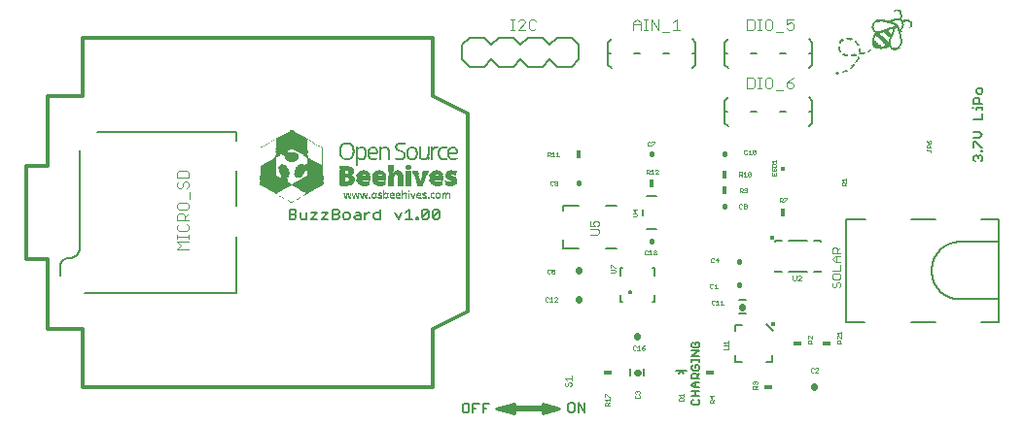
<source format=gto>
G75*
%MOIN*%
%OFA0B0*%
%FSLAX25Y25*%
%IPPOS*%
%LPD*%
%AMOC8*
5,1,8,0,0,1.08239X$1,22.5*
%
%ADD10C,0.00500*%
%ADD11C,0.00600*%
%ADD12C,0.01000*%
%ADD13C,0.02000*%
%ADD14C,0.00300*%
%ADD15R,0.00050X0.00050*%
%ADD16R,0.00100X0.00050*%
%ADD17R,0.00300X0.00050*%
%ADD18R,0.00400X0.00050*%
%ADD19R,0.00250X0.00050*%
%ADD20R,0.00350X0.00050*%
%ADD21R,0.00650X0.00050*%
%ADD22R,0.00800X0.00050*%
%ADD23R,0.00200X0.00050*%
%ADD24R,0.00600X0.00050*%
%ADD25R,0.00750X0.00050*%
%ADD26R,0.00700X0.00050*%
%ADD27R,0.00850X0.00050*%
%ADD28R,0.01000X0.00050*%
%ADD29R,0.00900X0.00050*%
%ADD30R,0.01100X0.00050*%
%ADD31R,0.00950X0.00050*%
%ADD32R,0.01150X0.00050*%
%ADD33R,0.01050X0.00050*%
%ADD34R,0.01200X0.00050*%
%ADD35R,0.00450X0.00050*%
%ADD36R,0.00150X0.00050*%
%ADD37R,0.00500X0.00050*%
%ADD38R,0.01550X0.00050*%
%ADD39R,0.00550X0.00050*%
%ADD40R,0.01500X0.00050*%
%ADD41R,0.01250X0.00050*%
%ADD42R,0.01350X0.00050*%
%ADD43R,0.01400X0.00050*%
%ADD44R,0.01750X0.00050*%
%ADD45R,0.01700X0.00050*%
%ADD46R,0.01950X0.00050*%
%ADD47R,0.01900X0.00050*%
%ADD48R,0.02050X0.00050*%
%ADD49R,0.02100X0.00050*%
%ADD50R,0.02250X0.00050*%
%ADD51R,0.02450X0.00050*%
%ADD52R,0.02400X0.00050*%
%ADD53R,0.02600X0.00050*%
%ADD54R,0.02750X0.00050*%
%ADD55R,0.02800X0.00050*%
%ADD56R,0.02950X0.00050*%
%ADD57R,0.03150X0.00050*%
%ADD58R,0.03100X0.00050*%
%ADD59R,0.03250X0.00050*%
%ADD60R,0.03300X0.00050*%
%ADD61R,0.03450X0.00050*%
%ADD62R,0.03500X0.00050*%
%ADD63R,0.03650X0.00050*%
%ADD64R,0.03600X0.00050*%
%ADD65R,0.03800X0.00050*%
%ADD66R,0.03950X0.00050*%
%ADD67R,0.04000X0.00050*%
%ADD68R,0.04150X0.00050*%
%ADD69R,0.04200X0.00050*%
%ADD70R,0.04350X0.00050*%
%ADD71R,0.04300X0.00050*%
%ADD72R,0.04500X0.00050*%
%ADD73R,0.04650X0.00050*%
%ADD74R,0.04700X0.00050*%
%ADD75R,0.04850X0.00050*%
%ADD76R,0.04800X0.00050*%
%ADD77R,0.05000X0.00050*%
%ADD78R,0.05200X0.00050*%
%ADD79R,0.05350X0.00050*%
%ADD80R,0.05400X0.00050*%
%ADD81R,0.05550X0.00050*%
%ADD82R,0.05500X0.00050*%
%ADD83R,0.05700X0.00050*%
%ADD84R,0.05900X0.00050*%
%ADD85R,0.06050X0.00050*%
%ADD86R,0.06250X0.00050*%
%ADD87R,0.06200X0.00050*%
%ADD88R,0.06400X0.00050*%
%ADD89R,0.06600X0.00050*%
%ADD90R,0.06750X0.00050*%
%ADD91R,0.06900X0.00050*%
%ADD92R,0.07100X0.00050*%
%ADD93R,0.07300X0.00050*%
%ADD94R,0.07450X0.00050*%
%ADD95R,0.07600X0.00050*%
%ADD96R,0.07800X0.00050*%
%ADD97R,0.07950X0.00050*%
%ADD98R,0.08100X0.00050*%
%ADD99R,0.08150X0.00050*%
%ADD100R,0.08300X0.00050*%
%ADD101R,0.08500X0.00050*%
%ADD102R,0.08650X0.00050*%
%ADD103R,0.08800X0.00050*%
%ADD104R,0.08850X0.00050*%
%ADD105R,0.09000X0.00050*%
%ADD106R,0.09200X0.00050*%
%ADD107R,0.09150X0.00050*%
%ADD108R,0.09350X0.00050*%
%ADD109R,0.09500X0.00050*%
%ADD110R,0.01600X0.00050*%
%ADD111R,0.09700X0.00050*%
%ADD112R,0.02850X0.00050*%
%ADD113R,0.02200X0.00050*%
%ADD114R,0.09900X0.00050*%
%ADD115R,0.09850X0.00050*%
%ADD116R,0.02550X0.00050*%
%ADD117R,0.10000X0.00050*%
%ADD118R,0.10050X0.00050*%
%ADD119R,0.10200X0.00050*%
%ADD120R,0.01850X0.00050*%
%ADD121R,0.10400X0.00050*%
%ADD122R,0.10350X0.00050*%
%ADD123R,0.03200X0.00050*%
%ADD124R,0.10550X0.00050*%
%ADD125R,0.10500X0.00050*%
%ADD126R,0.03900X0.00050*%
%ADD127R,0.03400X0.00050*%
%ADD128R,0.10450X0.00050*%
%ADD129R,0.10250X0.00050*%
%ADD130R,0.04100X0.00050*%
%ADD131R,0.03550X0.00050*%
%ADD132R,0.10100X0.00050*%
%ADD133R,0.09950X0.00050*%
%ADD134R,0.04250X0.00050*%
%ADD135R,0.03700X0.00050*%
%ADD136R,0.09750X0.00050*%
%ADD137R,0.03750X0.00050*%
%ADD138R,0.09550X0.00050*%
%ADD139R,0.04400X0.00050*%
%ADD140R,0.02150X0.00050*%
%ADD141R,0.09400X0.00050*%
%ADD142R,0.04450X0.00050*%
%ADD143R,0.03850X0.00050*%
%ADD144R,0.09050X0.00050*%
%ADD145R,0.04550X0.00050*%
%ADD146R,0.08900X0.00050*%
%ADD147R,0.04600X0.00050*%
%ADD148R,0.08700X0.00050*%
%ADD149R,0.04050X0.00050*%
%ADD150R,0.02350X0.00050*%
%ADD151R,0.08350X0.00050*%
%ADD152R,0.08200X0.00050*%
%ADD153R,0.04750X0.00050*%
%ADD154R,0.08000X0.00050*%
%ADD155R,0.01300X0.00050*%
%ADD156R,0.02500X0.00050*%
%ADD157R,0.07650X0.00050*%
%ADD158R,0.07500X0.00050*%
%ADD159R,0.01450X0.00050*%
%ADD160R,0.01800X0.00050*%
%ADD161R,0.02650X0.00050*%
%ADD162R,0.01650X0.00050*%
%ADD163R,0.04900X0.00050*%
%ADD164R,0.06950X0.00050*%
%ADD165R,0.02700X0.00050*%
%ADD166R,0.06800X0.00050*%
%ADD167R,0.02000X0.00050*%
%ADD168R,0.02300X0.00050*%
%ADD169R,0.02900X0.00050*%
%ADD170R,0.03000X0.00050*%
%ADD171R,0.03050X0.00050*%
%ADD172R,0.03350X0.00050*%
%ADD173R,0.04950X0.00050*%
%ADD174R,0.05050X0.00050*%
%ADD175R,0.05100X0.00050*%
%ADD176R,0.05150X0.00050*%
%ADD177R,0.05250X0.00050*%
%ADD178R,0.05300X0.00050*%
%ADD179R,0.00600X0.00300*%
%ADD180R,0.01200X0.00300*%
%ADD181R,0.00900X0.00300*%
%ADD182R,0.01500X0.00300*%
%ADD183R,0.00300X0.00300*%
%ADD184R,0.01800X0.00300*%
%ADD185R,0.02100X0.00300*%
%ADD186R,0.02400X0.00300*%
%ADD187R,0.03900X0.00300*%
%ADD188R,0.03300X0.00300*%
%ADD189R,0.05100X0.00300*%
%ADD190R,0.02700X0.00300*%
%ADD191R,0.03000X0.00300*%
%ADD192R,0.03600X0.00300*%
%ADD193R,0.06600X0.00300*%
%ADD194C,0.00800*%
%ADD195C,0.00100*%
%ADD196R,0.01600X0.02800*%
%ADD197C,0.01600*%
%ADD198C,0.01761*%
%ADD199C,0.01500*%
%ADD200C,0.01727*%
%ADD201R,0.03000X0.01800*%
%ADD202R,0.03000X0.01500*%
%ADD203C,0.02200*%
%ADD204C,0.00200*%
%ADD205R,0.01500X0.03000*%
%ADD206C,0.00700*%
%ADD207R,0.01181X0.01181*%
%ADD208C,0.00400*%
%ADD209C,0.01200*%
D10*
X0195988Y0064098D02*
X0201500Y0064098D01*
X0195988Y0064098D02*
X0195988Y0067169D01*
X0210555Y0064098D02*
X0214492Y0064098D01*
X0218744Y0049138D02*
X0218746Y0049177D01*
X0218752Y0049216D01*
X0218762Y0049254D01*
X0218775Y0049291D01*
X0218792Y0049326D01*
X0218812Y0049360D01*
X0218836Y0049391D01*
X0218863Y0049420D01*
X0218892Y0049446D01*
X0218924Y0049469D01*
X0218958Y0049489D01*
X0218994Y0049505D01*
X0219031Y0049517D01*
X0219070Y0049526D01*
X0219109Y0049531D01*
X0219148Y0049532D01*
X0219187Y0049529D01*
X0219226Y0049522D01*
X0219263Y0049511D01*
X0219300Y0049497D01*
X0219335Y0049479D01*
X0219368Y0049458D01*
X0219399Y0049433D01*
X0219427Y0049406D01*
X0219452Y0049376D01*
X0219474Y0049343D01*
X0219493Y0049309D01*
X0219508Y0049273D01*
X0219520Y0049235D01*
X0219528Y0049197D01*
X0219532Y0049158D01*
X0219532Y0049118D01*
X0219528Y0049079D01*
X0219520Y0049041D01*
X0219508Y0049003D01*
X0219493Y0048967D01*
X0219474Y0048933D01*
X0219452Y0048900D01*
X0219427Y0048870D01*
X0219399Y0048843D01*
X0219368Y0048818D01*
X0219335Y0048797D01*
X0219300Y0048779D01*
X0219263Y0048765D01*
X0219226Y0048754D01*
X0219187Y0048747D01*
X0219148Y0048744D01*
X0219109Y0048745D01*
X0219070Y0048750D01*
X0219031Y0048759D01*
X0218994Y0048771D01*
X0218958Y0048787D01*
X0218924Y0048807D01*
X0218892Y0048830D01*
X0218863Y0048856D01*
X0218836Y0048885D01*
X0218812Y0048916D01*
X0218792Y0048950D01*
X0218775Y0048985D01*
X0218762Y0049022D01*
X0218752Y0049060D01*
X0218746Y0049099D01*
X0218744Y0049138D01*
X0240148Y0031450D02*
X0240148Y0030549D01*
X0240598Y0030098D01*
X0242400Y0030098D01*
X0242850Y0030549D01*
X0242850Y0031450D01*
X0242400Y0031900D01*
X0241499Y0031900D01*
X0241499Y0030999D01*
X0240598Y0031900D02*
X0240148Y0031450D01*
X0240148Y0028953D02*
X0242850Y0028953D01*
X0240148Y0027152D01*
X0242850Y0027152D01*
X0242850Y0026088D02*
X0242850Y0025188D01*
X0242850Y0025638D02*
X0240148Y0025638D01*
X0240148Y0025188D02*
X0240148Y0026088D01*
X0240598Y0024043D02*
X0240148Y0023592D01*
X0240148Y0022691D01*
X0240598Y0022241D01*
X0242400Y0022241D01*
X0242850Y0022691D01*
X0242850Y0023592D01*
X0242400Y0024043D01*
X0241499Y0024043D01*
X0241499Y0023142D01*
X0241499Y0021096D02*
X0241949Y0020646D01*
X0241949Y0019295D01*
X0241949Y0020195D02*
X0242850Y0021096D01*
X0241499Y0021096D02*
X0240598Y0021096D01*
X0240148Y0020646D01*
X0240148Y0019295D01*
X0242850Y0019295D01*
X0242850Y0018150D02*
X0241048Y0018150D01*
X0240148Y0017249D01*
X0241048Y0016348D01*
X0242850Y0016348D01*
X0242850Y0015203D02*
X0240148Y0015203D01*
X0241499Y0015203D02*
X0241499Y0013402D01*
X0242850Y0013402D02*
X0240148Y0013402D01*
X0240598Y0012257D02*
X0240148Y0011806D01*
X0240148Y0010905D01*
X0240598Y0010455D01*
X0242400Y0010455D01*
X0242850Y0010905D01*
X0242850Y0011806D01*
X0242400Y0012257D01*
X0241499Y0016348D02*
X0241499Y0018150D01*
X0284374Y0056185D02*
X0284374Y0056579D01*
X0268626Y0066421D02*
X0268626Y0066815D01*
X0214492Y0078902D02*
X0210555Y0078902D01*
X0201500Y0078902D02*
X0195988Y0078902D01*
X0195988Y0077012D01*
X0336847Y0094550D02*
X0336847Y0095551D01*
X0337348Y0096052D01*
X0337848Y0096052D01*
X0338349Y0095551D01*
X0338849Y0096052D01*
X0339350Y0096052D01*
X0339850Y0095551D01*
X0339850Y0094550D01*
X0339350Y0094050D01*
X0338349Y0095051D02*
X0338349Y0095551D01*
X0337348Y0094050D02*
X0336847Y0094550D01*
X0339350Y0097273D02*
X0339350Y0097773D01*
X0339850Y0097773D01*
X0339850Y0097273D01*
X0339350Y0097273D01*
X0339350Y0098884D02*
X0339850Y0098884D01*
X0339350Y0098884D02*
X0337348Y0100886D01*
X0336847Y0100886D01*
X0336847Y0098884D01*
X0336847Y0102107D02*
X0338849Y0102107D01*
X0339850Y0103108D01*
X0338849Y0104109D01*
X0336847Y0104109D01*
X0336847Y0108552D02*
X0339850Y0108552D01*
X0339850Y0110554D01*
X0339850Y0111775D02*
X0339850Y0112776D01*
X0339850Y0112276D02*
X0337848Y0112276D01*
X0337848Y0111775D01*
X0336847Y0112276D02*
X0336347Y0112276D01*
X0336847Y0113924D02*
X0336847Y0115425D01*
X0337348Y0115925D01*
X0338349Y0115925D01*
X0338849Y0115425D01*
X0338849Y0113924D01*
X0339850Y0113924D02*
X0336847Y0113924D01*
X0338349Y0117146D02*
X0339350Y0117146D01*
X0339850Y0117647D01*
X0339850Y0118648D01*
X0339350Y0119148D01*
X0338349Y0119148D01*
X0337848Y0118648D01*
X0337848Y0117647D01*
X0338349Y0117146D01*
D11*
X0258681Y0046362D02*
X0256319Y0046362D01*
X0256319Y0041638D02*
X0258681Y0041638D01*
X0223862Y0022681D02*
X0223862Y0020319D01*
X0219138Y0020319D02*
X0219138Y0022681D01*
X0203434Y0011103D02*
X0203434Y0007900D01*
X0201299Y0011103D01*
X0201299Y0007900D01*
X0199935Y0008434D02*
X0199935Y0010569D01*
X0199401Y0011103D01*
X0198334Y0011103D01*
X0197800Y0010569D01*
X0197800Y0008434D01*
X0198334Y0007900D01*
X0199401Y0007900D01*
X0199935Y0008434D01*
X0170772Y0010861D02*
X0168637Y0010861D01*
X0168637Y0007658D01*
X0168637Y0009259D02*
X0169705Y0009259D01*
X0167273Y0010861D02*
X0165138Y0010861D01*
X0165138Y0007658D01*
X0163774Y0008192D02*
X0163774Y0010327D01*
X0163240Y0010861D01*
X0162173Y0010861D01*
X0161639Y0010327D01*
X0161639Y0008192D01*
X0162173Y0007658D01*
X0163240Y0007658D01*
X0163774Y0008192D01*
X0165138Y0009259D02*
X0166206Y0009259D01*
X0153022Y0074170D02*
X0151888Y0074170D01*
X0151321Y0074737D01*
X0153589Y0077006D01*
X0153589Y0074737D01*
X0153022Y0074170D01*
X0151321Y0074737D02*
X0151321Y0077006D01*
X0151888Y0077573D01*
X0153022Y0077573D01*
X0153589Y0077006D01*
X0149906Y0077006D02*
X0147638Y0074737D01*
X0148205Y0074170D01*
X0149339Y0074170D01*
X0149906Y0074737D01*
X0149906Y0077006D01*
X0149339Y0077573D01*
X0148205Y0077573D01*
X0147638Y0077006D01*
X0147638Y0074737D01*
X0146363Y0074737D02*
X0146363Y0074170D01*
X0145796Y0074170D01*
X0145796Y0074737D01*
X0146363Y0074737D01*
X0144381Y0074170D02*
X0142113Y0074170D01*
X0143247Y0074170D02*
X0143247Y0077573D01*
X0142113Y0076439D01*
X0140698Y0076439D02*
X0139564Y0074170D01*
X0138430Y0076439D01*
X0133332Y0076439D02*
X0131631Y0076439D01*
X0131063Y0075871D01*
X0131063Y0074737D01*
X0131631Y0074170D01*
X0133332Y0074170D01*
X0133332Y0077573D01*
X0129696Y0076439D02*
X0129128Y0076439D01*
X0127994Y0075304D01*
X0127994Y0074170D02*
X0127994Y0076439D01*
X0126580Y0075871D02*
X0126580Y0074170D01*
X0124878Y0074170D01*
X0124311Y0074737D01*
X0124878Y0075304D01*
X0126580Y0075304D01*
X0126580Y0075871D02*
X0126012Y0076439D01*
X0124878Y0076439D01*
X0122896Y0075871D02*
X0122896Y0074737D01*
X0122329Y0074170D01*
X0121195Y0074170D01*
X0120628Y0074737D01*
X0120628Y0075871D01*
X0121195Y0076439D01*
X0122329Y0076439D01*
X0122896Y0075871D01*
X0119213Y0075304D02*
X0119213Y0074737D01*
X0118646Y0074170D01*
X0116945Y0074170D01*
X0116945Y0077573D01*
X0118646Y0077573D01*
X0119213Y0077006D01*
X0119213Y0076439D01*
X0118646Y0075871D01*
X0116945Y0075871D01*
X0115530Y0076439D02*
X0113262Y0074170D01*
X0115530Y0074170D01*
X0115530Y0076439D02*
X0113262Y0076439D01*
X0111847Y0076439D02*
X0109578Y0074170D01*
X0111847Y0074170D01*
X0111847Y0076439D02*
X0109578Y0076439D01*
X0108164Y0076439D02*
X0108164Y0074170D01*
X0106462Y0074170D01*
X0105895Y0074737D01*
X0105895Y0076439D01*
X0104481Y0076439D02*
X0103914Y0075871D01*
X0102212Y0075871D01*
X0102212Y0074170D02*
X0103914Y0074170D01*
X0104481Y0074737D01*
X0104481Y0075304D01*
X0103914Y0075871D01*
X0104481Y0076439D02*
X0104481Y0077006D01*
X0103914Y0077573D01*
X0102212Y0077573D01*
X0102212Y0074170D01*
X0118646Y0075871D02*
X0119213Y0075304D01*
D12*
X0172886Y0009258D02*
X0179436Y0010908D01*
X0179436Y0007408D01*
X0172886Y0009258D01*
X0173799Y0009488D02*
X0179436Y0009488D01*
X0179436Y0008490D02*
X0175607Y0008490D01*
X0177763Y0010487D02*
X0179436Y0010487D01*
X0179436Y0007491D02*
X0179142Y0007491D01*
X0189086Y0007491D02*
X0189193Y0007491D01*
X0189086Y0007458D02*
X0194736Y0009208D01*
X0189036Y0010908D01*
X0189086Y0007458D01*
X0189071Y0008490D02*
X0192417Y0008490D01*
X0193797Y0009488D02*
X0189057Y0009488D01*
X0189042Y0010487D02*
X0190449Y0010487D01*
D13*
X0190486Y0009158D02*
X0179936Y0009158D01*
D14*
X0288255Y0051101D02*
X0288738Y0050617D01*
X0289222Y0050617D01*
X0289706Y0051101D01*
X0289706Y0052069D01*
X0290190Y0052552D01*
X0290673Y0052552D01*
X0291157Y0052069D01*
X0291157Y0051101D01*
X0290673Y0050617D01*
X0288255Y0051101D02*
X0288255Y0052069D01*
X0288738Y0052552D01*
X0288738Y0053564D02*
X0290673Y0053564D01*
X0291157Y0054048D01*
X0291157Y0055015D01*
X0290673Y0055499D01*
X0288738Y0055499D01*
X0288255Y0055015D01*
X0288255Y0054048D01*
X0288738Y0053564D01*
X0288255Y0056510D02*
X0291157Y0056510D01*
X0291157Y0058445D01*
X0291157Y0059457D02*
X0289222Y0059457D01*
X0288255Y0060424D01*
X0289222Y0061392D01*
X0291157Y0061392D01*
X0291157Y0062403D02*
X0288255Y0062403D01*
X0288255Y0063855D01*
X0288738Y0064338D01*
X0289706Y0064338D01*
X0290190Y0063855D01*
X0290190Y0062403D01*
X0290190Y0063371D02*
X0291157Y0064338D01*
X0289706Y0061392D02*
X0289706Y0059457D01*
X0274506Y0119150D02*
X0275124Y0119767D01*
X0275124Y0120384D01*
X0274506Y0121002D01*
X0272655Y0121002D01*
X0272655Y0119767D01*
X0273272Y0119150D01*
X0274506Y0119150D01*
X0271440Y0118533D02*
X0268972Y0118533D01*
X0267757Y0119767D02*
X0267757Y0122236D01*
X0267140Y0122853D01*
X0265906Y0122853D01*
X0265289Y0122236D01*
X0265289Y0119767D01*
X0265906Y0119150D01*
X0267140Y0119150D01*
X0267757Y0119767D01*
X0264068Y0119150D02*
X0262833Y0119150D01*
X0263450Y0119150D02*
X0263450Y0122853D01*
X0262833Y0122853D02*
X0264068Y0122853D01*
X0261619Y0122236D02*
X0261002Y0122853D01*
X0259150Y0122853D01*
X0259150Y0119150D01*
X0261002Y0119150D01*
X0261619Y0119767D01*
X0261619Y0122236D01*
X0272655Y0121002D02*
X0273889Y0122236D01*
X0275124Y0122853D01*
X0271440Y0138533D02*
X0268972Y0138533D01*
X0267757Y0139767D02*
X0267757Y0142236D01*
X0267140Y0142853D01*
X0265906Y0142853D01*
X0265289Y0142236D01*
X0265289Y0139767D01*
X0265906Y0139150D01*
X0267140Y0139150D01*
X0267757Y0139767D01*
X0264068Y0139150D02*
X0262833Y0139150D01*
X0263450Y0139150D02*
X0263450Y0142853D01*
X0262833Y0142853D02*
X0264068Y0142853D01*
X0261619Y0142236D02*
X0261002Y0142853D01*
X0259150Y0142853D01*
X0259150Y0139150D01*
X0261002Y0139150D01*
X0261619Y0139767D01*
X0261619Y0142236D01*
X0272655Y0142853D02*
X0272655Y0141002D01*
X0273889Y0141619D01*
X0274506Y0141619D01*
X0275124Y0141002D01*
X0275124Y0139767D01*
X0274506Y0139150D01*
X0273272Y0139150D01*
X0272655Y0139767D01*
X0272655Y0142853D02*
X0275124Y0142853D01*
X0236124Y0139150D02*
X0233655Y0139150D01*
X0234889Y0139150D02*
X0234889Y0142853D01*
X0233655Y0141619D01*
X0232440Y0138533D02*
X0229972Y0138533D01*
X0228757Y0139150D02*
X0228757Y0142853D01*
X0226289Y0142853D02*
X0228757Y0139150D01*
X0226289Y0139150D02*
X0226289Y0142853D01*
X0225068Y0142853D02*
X0223833Y0142853D01*
X0224450Y0142853D02*
X0224450Y0139150D01*
X0223833Y0139150D02*
X0225068Y0139150D01*
X0222619Y0139150D02*
X0222619Y0141619D01*
X0221384Y0142853D01*
X0220150Y0141619D01*
X0220150Y0139150D01*
X0220150Y0141002D02*
X0222619Y0141002D01*
X0067550Y0090256D02*
X0067550Y0088404D01*
X0063847Y0088404D01*
X0063847Y0090256D01*
X0064464Y0090873D01*
X0066933Y0090873D01*
X0067550Y0090256D01*
X0066933Y0087190D02*
X0067550Y0086573D01*
X0067550Y0085338D01*
X0066933Y0084721D01*
X0065698Y0085338D02*
X0065698Y0086573D01*
X0066316Y0087190D01*
X0066933Y0087190D01*
X0065698Y0085338D02*
X0065081Y0084721D01*
X0064464Y0084721D01*
X0063847Y0085338D01*
X0063847Y0086573D01*
X0064464Y0087190D01*
X0068167Y0083507D02*
X0068167Y0081038D01*
X0066933Y0079824D02*
X0067550Y0079206D01*
X0067550Y0077972D01*
X0066933Y0077355D01*
X0064464Y0077355D01*
X0063847Y0077972D01*
X0063847Y0079206D01*
X0064464Y0079824D01*
X0066933Y0079824D01*
X0067550Y0076140D02*
X0066316Y0074906D01*
X0066316Y0075523D02*
X0066316Y0073672D01*
X0067550Y0073672D02*
X0063847Y0073672D01*
X0063847Y0075523D01*
X0064464Y0076140D01*
X0065698Y0076140D01*
X0066316Y0075523D01*
X0066933Y0072457D02*
X0067550Y0071840D01*
X0067550Y0070606D01*
X0066933Y0069989D01*
X0064464Y0069989D01*
X0063847Y0070606D01*
X0063847Y0071840D01*
X0064464Y0072457D01*
X0063847Y0068768D02*
X0063847Y0067533D01*
X0063847Y0068150D02*
X0067550Y0068150D01*
X0067550Y0067533D02*
X0067550Y0068768D01*
X0067550Y0066319D02*
X0063847Y0066319D01*
X0065081Y0065084D01*
X0063847Y0063850D01*
X0067550Y0063850D01*
D15*
X0101878Y0080276D03*
X0102228Y0080076D03*
X0102578Y0079876D03*
X0102928Y0079676D03*
X0103028Y0079626D03*
X0103328Y0079776D03*
X0103678Y0079976D03*
X0104978Y0080726D03*
X0105328Y0080926D03*
X0105678Y0081126D03*
X0106028Y0081326D03*
X0107328Y0082076D03*
X0107678Y0082276D03*
X0108028Y0082476D03*
X0108078Y0082926D03*
X0107478Y0083276D03*
X0107128Y0083476D03*
X0106528Y0083826D03*
X0105928Y0084176D03*
X0104978Y0084726D03*
X0104378Y0085076D03*
X0103778Y0085426D03*
X0103428Y0085626D03*
X0102728Y0085676D03*
X0102128Y0085326D03*
X0101178Y0084776D03*
X0100578Y0084426D03*
X0099978Y0084076D03*
X0099628Y0083876D03*
X0099028Y0083526D03*
X0098428Y0083176D03*
X0099178Y0081826D03*
X0099528Y0081626D03*
X0099878Y0081426D03*
X0100228Y0081226D03*
X0092328Y0085926D03*
X0097578Y0095076D03*
X0097728Y0095326D03*
X0093778Y0099226D03*
X0093178Y0098876D03*
X0092828Y0098676D03*
X0094378Y0099576D03*
X0094728Y0099776D03*
X0095328Y0100126D03*
X0096278Y0100676D03*
X0096878Y0101026D03*
X0102978Y0104476D03*
X0103128Y0104476D03*
X0108678Y0101326D03*
X0109278Y0100976D03*
X0109628Y0100776D03*
X0110228Y0100426D03*
X0110828Y0100076D03*
X0111178Y0099876D03*
X0111778Y0099526D03*
X0112378Y0099176D03*
X0112728Y0098976D03*
X0113328Y0098626D03*
X0113828Y0098326D03*
X0113828Y0098276D03*
X0113828Y0098226D03*
X0113828Y0098176D03*
X0113828Y0098126D03*
X0113828Y0098076D03*
X0113828Y0098026D03*
X0113828Y0097976D03*
X0113828Y0097926D03*
X0113828Y0097876D03*
X0113828Y0097826D03*
X0113828Y0097776D03*
X0113828Y0097726D03*
X0113828Y0097676D03*
X0113828Y0097626D03*
X0113828Y0097576D03*
X0113828Y0097526D03*
X0113828Y0097476D03*
X0113828Y0097426D03*
X0113828Y0097376D03*
X0113828Y0097326D03*
X0113828Y0097276D03*
X0113828Y0097226D03*
X0113828Y0097176D03*
X0113828Y0097126D03*
X0113828Y0097076D03*
X0113828Y0097026D03*
X0113828Y0096976D03*
X0113828Y0096926D03*
X0113828Y0096876D03*
X0113828Y0096826D03*
X0113828Y0096776D03*
X0113828Y0096726D03*
X0113828Y0096676D03*
X0113828Y0096626D03*
X0113828Y0096576D03*
X0113828Y0096526D03*
X0113828Y0096476D03*
X0113828Y0096426D03*
X0113828Y0096376D03*
X0113828Y0096326D03*
X0113828Y0096276D03*
X0113828Y0096226D03*
X0113828Y0096176D03*
X0113828Y0096126D03*
X0113828Y0096076D03*
X0113828Y0096026D03*
X0113828Y0095976D03*
X0113828Y0095926D03*
X0113828Y0095876D03*
X0113828Y0095826D03*
X0113828Y0095776D03*
X0113828Y0095726D03*
X0113828Y0095676D03*
X0113828Y0095626D03*
X0113828Y0095576D03*
X0113828Y0095526D03*
X0113828Y0095476D03*
X0113828Y0095426D03*
X0113828Y0095376D03*
X0113828Y0095326D03*
X0113828Y0095276D03*
X0113828Y0095226D03*
X0113828Y0095176D03*
X0113828Y0095126D03*
X0113828Y0095076D03*
X0113828Y0095026D03*
X0113828Y0094976D03*
X0113828Y0094926D03*
X0113828Y0094876D03*
X0113828Y0094826D03*
X0113828Y0094776D03*
X0113828Y0094726D03*
X0113828Y0094676D03*
X0113828Y0094626D03*
X0113828Y0094576D03*
X0113828Y0094526D03*
X0113828Y0094476D03*
X0113828Y0094426D03*
X0113828Y0094376D03*
X0113828Y0094326D03*
X0113828Y0094276D03*
X0113828Y0094226D03*
X0113828Y0094176D03*
X0113828Y0094126D03*
X0113828Y0094076D03*
X0113828Y0094026D03*
X0113828Y0093976D03*
X0113828Y0093926D03*
X0113828Y0093876D03*
X0113828Y0093826D03*
X0113828Y0093776D03*
X0113828Y0093726D03*
X0113828Y0093676D03*
X0113828Y0093626D03*
X0113828Y0093576D03*
X0113828Y0093526D03*
X0113828Y0093476D03*
X0113828Y0093426D03*
X0113828Y0093376D03*
X0113828Y0093326D03*
X0113828Y0093276D03*
X0113828Y0093226D03*
X0113828Y0093176D03*
X0113828Y0093126D03*
X0113828Y0093076D03*
X0113828Y0093026D03*
X0113828Y0092976D03*
X0113828Y0092926D03*
X0113828Y0092876D03*
X0113828Y0092826D03*
X0113828Y0092776D03*
X0113828Y0092726D03*
X0113828Y0092676D03*
X0113828Y0092626D03*
X0113828Y0092576D03*
X0113828Y0092526D03*
X0113828Y0092476D03*
X0113828Y0092426D03*
X0113828Y0092376D03*
X0113828Y0092326D03*
X0113828Y0092276D03*
X0113828Y0092226D03*
X0113828Y0092176D03*
X0113778Y0085926D03*
X0129678Y0087026D03*
X0135128Y0087026D03*
X0133928Y0082676D03*
X0149128Y0082676D03*
X0154628Y0087026D03*
X0159728Y0094926D03*
X0138578Y0094926D03*
X0132328Y0094926D03*
D16*
X0108503Y0095076D03*
X0108353Y0095326D03*
X0108353Y0092826D03*
X0097653Y0088826D03*
X0101403Y0086876D03*
X0092353Y0085976D03*
X0129803Y0081476D03*
X0129803Y0081076D03*
X0132853Y0081376D03*
X0138253Y0081376D03*
X0140303Y0081376D03*
X0143353Y0083276D03*
X0143353Y0083626D03*
X0147403Y0081376D03*
X0148053Y0081376D03*
X0150003Y0081476D03*
X0150003Y0081076D03*
X0151953Y0082726D03*
X0159153Y0089126D03*
X0156103Y0098326D03*
X0103153Y0104426D03*
D17*
X0103253Y0104326D03*
X0102853Y0104326D03*
X0101303Y0097176D03*
X0097853Y0095476D03*
X0097653Y0088776D03*
X0101303Y0086976D03*
X0108453Y0088776D03*
X0122303Y0082876D03*
X0122953Y0081176D03*
X0122953Y0081126D03*
X0121653Y0081126D03*
X0124453Y0081126D03*
X0125753Y0081126D03*
X0125753Y0081176D03*
X0127253Y0081126D03*
X0128553Y0081126D03*
X0128553Y0081176D03*
X0127903Y0082876D03*
X0125103Y0082876D03*
X0130903Y0082626D03*
X0130953Y0082676D03*
X0131453Y0082976D03*
X0131953Y0082676D03*
X0132003Y0082626D03*
X0132003Y0081426D03*
X0131953Y0081376D03*
X0131453Y0081076D03*
X0130953Y0081376D03*
X0130853Y0081526D03*
X0133853Y0081826D03*
X0133903Y0081776D03*
X0133903Y0081376D03*
X0134803Y0081626D03*
X0134803Y0081676D03*
X0134803Y0081726D03*
X0134803Y0081776D03*
X0134803Y0082276D03*
X0134803Y0082326D03*
X0134803Y0082376D03*
X0134803Y0082426D03*
X0134803Y0082476D03*
X0135953Y0082676D03*
X0136003Y0082626D03*
X0136103Y0081626D03*
X0136003Y0081426D03*
X0135953Y0081376D03*
X0135103Y0081326D03*
X0137053Y0081526D03*
X0137103Y0081426D03*
X0137103Y0082626D03*
X0137153Y0082676D03*
X0138003Y0082726D03*
X0138053Y0082676D03*
X0139153Y0082626D03*
X0139203Y0082676D03*
X0140053Y0082726D03*
X0140103Y0082676D03*
X0141153Y0082476D03*
X0141153Y0082426D03*
X0141153Y0082376D03*
X0141153Y0082326D03*
X0141903Y0082976D03*
X0142353Y0082626D03*
X0143353Y0083376D03*
X0143353Y0083426D03*
X0143353Y0083476D03*
X0143353Y0083526D03*
X0144803Y0081126D03*
X0146203Y0081526D03*
X0146253Y0081426D03*
X0146253Y0082626D03*
X0146303Y0082676D03*
X0147153Y0082726D03*
X0147203Y0082676D03*
X0149053Y0081826D03*
X0149103Y0081776D03*
X0149103Y0081376D03*
X0150953Y0081626D03*
X0151053Y0081426D03*
X0151103Y0081376D03*
X0151603Y0081076D03*
X0152753Y0081526D03*
X0152853Y0081376D03*
X0153353Y0081076D03*
X0153853Y0081376D03*
X0153903Y0081426D03*
X0153903Y0082626D03*
X0153853Y0082676D03*
X0153353Y0082976D03*
X0152853Y0082676D03*
X0152803Y0082626D03*
X0151603Y0082976D03*
X0151103Y0082676D03*
X0151053Y0082626D03*
X0154953Y0082476D03*
X0154953Y0082426D03*
X0154953Y0082376D03*
X0154953Y0082326D03*
X0156053Y0082676D03*
X0156153Y0082476D03*
X0156153Y0082426D03*
X0156153Y0082376D03*
X0156853Y0082976D03*
X0157253Y0082676D03*
X0154503Y0086926D03*
X0139153Y0081426D03*
X0139103Y0081526D03*
X0135003Y0086926D03*
X0129553Y0086926D03*
X0125703Y0095076D03*
X0141653Y0099726D03*
X0151503Y0098026D03*
X0151553Y0098076D03*
X0151603Y0098126D03*
X0149453Y0095026D03*
X0149903Y0094576D03*
X0149903Y0094526D03*
X0149903Y0094476D03*
X0156053Y0094776D03*
X0092453Y0086076D03*
D18*
X0092503Y0086126D03*
X0106403Y0092726D03*
X0097903Y0095526D03*
X0097403Y0094876D03*
X0102803Y0104276D03*
X0119753Y0098576D03*
X0119753Y0098526D03*
X0119703Y0098426D03*
X0119703Y0098376D03*
X0119703Y0098326D03*
X0119653Y0098226D03*
X0119653Y0098176D03*
X0119653Y0098126D03*
X0119653Y0098076D03*
X0119603Y0097976D03*
X0119603Y0097926D03*
X0119603Y0097876D03*
X0119603Y0097826D03*
X0119603Y0097776D03*
X0119603Y0097726D03*
X0119603Y0097676D03*
X0119603Y0097626D03*
X0119553Y0097376D03*
X0119553Y0097326D03*
X0119553Y0097276D03*
X0119553Y0097226D03*
X0119603Y0096976D03*
X0119603Y0096926D03*
X0119603Y0096876D03*
X0119603Y0096826D03*
X0119603Y0096776D03*
X0119603Y0096726D03*
X0119603Y0096676D03*
X0119603Y0096626D03*
X0119653Y0096526D03*
X0119653Y0096476D03*
X0119653Y0096426D03*
X0119653Y0096376D03*
X0119703Y0096276D03*
X0119703Y0096226D03*
X0119703Y0096176D03*
X0119753Y0096126D03*
X0119753Y0096076D03*
X0119753Y0096026D03*
X0119803Y0095976D03*
X0119803Y0095926D03*
X0119853Y0095826D03*
X0119903Y0095726D03*
X0119953Y0095626D03*
X0119803Y0098676D03*
X0119853Y0098776D03*
X0119903Y0098876D03*
X0119953Y0098976D03*
X0123853Y0099026D03*
X0123903Y0098926D03*
X0123953Y0098826D03*
X0124003Y0098726D03*
X0124003Y0098676D03*
X0124053Y0098626D03*
X0124053Y0098576D03*
X0124053Y0098526D03*
X0124103Y0098476D03*
X0124103Y0098426D03*
X0124103Y0098376D03*
X0124153Y0098276D03*
X0124153Y0098226D03*
X0124153Y0098176D03*
X0124153Y0098126D03*
X0124203Y0098076D03*
X0124203Y0098026D03*
X0124203Y0097976D03*
X0124203Y0097926D03*
X0124203Y0097876D03*
X0124203Y0097826D03*
X0124203Y0097776D03*
X0124253Y0097676D03*
X0124253Y0097626D03*
X0124253Y0097576D03*
X0124253Y0097526D03*
X0124253Y0097476D03*
X0124253Y0097426D03*
X0124253Y0097376D03*
X0124253Y0097326D03*
X0124253Y0097276D03*
X0124253Y0097226D03*
X0124253Y0097176D03*
X0124253Y0097126D03*
X0124253Y0097076D03*
X0124253Y0097026D03*
X0124253Y0096976D03*
X0124253Y0096926D03*
X0124203Y0096826D03*
X0124203Y0096776D03*
X0124203Y0096726D03*
X0124203Y0096676D03*
X0124203Y0096626D03*
X0124203Y0096576D03*
X0124203Y0096526D03*
X0124153Y0096476D03*
X0124153Y0096426D03*
X0124153Y0096376D03*
X0124153Y0096326D03*
X0124103Y0096226D03*
X0124103Y0096176D03*
X0124103Y0096126D03*
X0124053Y0096076D03*
X0124053Y0096026D03*
X0124003Y0095926D03*
X0124003Y0095876D03*
X0123953Y0095776D03*
X0123903Y0095676D03*
X0125303Y0095976D03*
X0125303Y0096026D03*
X0125303Y0096076D03*
X0125303Y0096126D03*
X0125303Y0096176D03*
X0125303Y0096226D03*
X0125303Y0096276D03*
X0125303Y0096326D03*
X0125303Y0096376D03*
X0125303Y0096426D03*
X0125303Y0096476D03*
X0125303Y0096526D03*
X0125303Y0096576D03*
X0125303Y0096626D03*
X0125303Y0096676D03*
X0125303Y0096726D03*
X0125303Y0096776D03*
X0125303Y0096826D03*
X0125303Y0096876D03*
X0125303Y0096926D03*
X0125303Y0096976D03*
X0125303Y0097026D03*
X0125303Y0097076D03*
X0125303Y0097126D03*
X0125303Y0097176D03*
X0125303Y0097226D03*
X0125303Y0097276D03*
X0125303Y0098126D03*
X0125303Y0098176D03*
X0125303Y0098226D03*
X0125303Y0098276D03*
X0125903Y0098276D03*
X0128153Y0098026D03*
X0128203Y0097926D03*
X0128253Y0097876D03*
X0128253Y0097826D03*
X0128303Y0097776D03*
X0128303Y0097726D03*
X0128353Y0097626D03*
X0128353Y0097576D03*
X0128403Y0097476D03*
X0128403Y0097426D03*
X0128403Y0097376D03*
X0128453Y0097276D03*
X0128453Y0097226D03*
X0128453Y0097176D03*
X0128453Y0097126D03*
X0128453Y0097076D03*
X0128503Y0096826D03*
X0128503Y0096776D03*
X0128503Y0096726D03*
X0128503Y0096676D03*
X0128503Y0096626D03*
X0128503Y0096576D03*
X0128503Y0096526D03*
X0128503Y0096476D03*
X0128503Y0096426D03*
X0128503Y0096376D03*
X0128503Y0096326D03*
X0128453Y0096076D03*
X0128453Y0096026D03*
X0128453Y0095976D03*
X0128453Y0095926D03*
X0128403Y0095826D03*
X0128403Y0095776D03*
X0128403Y0095726D03*
X0128353Y0095626D03*
X0128353Y0095576D03*
X0128353Y0095526D03*
X0128303Y0095476D03*
X0128303Y0095426D03*
X0128253Y0095376D03*
X0128253Y0095326D03*
X0128203Y0095276D03*
X0128203Y0095226D03*
X0128153Y0095176D03*
X0129403Y0095576D03*
X0129403Y0095626D03*
X0129403Y0095676D03*
X0129353Y0095776D03*
X0129353Y0095826D03*
X0129303Y0095976D03*
X0129303Y0096026D03*
X0129303Y0096076D03*
X0129303Y0096126D03*
X0129453Y0095526D03*
X0129453Y0095476D03*
X0129503Y0095426D03*
X0129503Y0095376D03*
X0129553Y0095326D03*
X0129553Y0095276D03*
X0129603Y0095226D03*
X0129303Y0096876D03*
X0129303Y0096926D03*
X0129303Y0096976D03*
X0129303Y0097026D03*
X0129303Y0097076D03*
X0129353Y0097226D03*
X0129353Y0097276D03*
X0129353Y0097326D03*
X0129403Y0097426D03*
X0129403Y0097476D03*
X0129453Y0097576D03*
X0129453Y0097626D03*
X0129503Y0097726D03*
X0129553Y0097826D03*
X0129603Y0097876D03*
X0129603Y0097926D03*
X0129653Y0097976D03*
X0130903Y0098776D03*
X0132003Y0098076D03*
X0132053Y0097976D03*
X0132103Y0097926D03*
X0132103Y0097876D03*
X0132153Y0097826D03*
X0132153Y0097776D03*
X0132203Y0097726D03*
X0132203Y0097676D03*
X0132203Y0097626D03*
X0132253Y0097526D03*
X0132253Y0097476D03*
X0132303Y0097326D03*
X0132303Y0097276D03*
X0132303Y0097226D03*
X0132303Y0097176D03*
X0132303Y0097126D03*
X0133353Y0097126D03*
X0133353Y0097176D03*
X0133353Y0097226D03*
X0133353Y0097276D03*
X0133353Y0097326D03*
X0133353Y0097076D03*
X0133353Y0097026D03*
X0133353Y0096976D03*
X0133353Y0096926D03*
X0133353Y0096876D03*
X0133353Y0096826D03*
X0133353Y0096776D03*
X0133353Y0096726D03*
X0133353Y0096676D03*
X0133353Y0096626D03*
X0133353Y0096576D03*
X0133353Y0096526D03*
X0133353Y0096476D03*
X0133353Y0096426D03*
X0133353Y0096376D03*
X0133353Y0096326D03*
X0133353Y0096276D03*
X0133353Y0096226D03*
X0133353Y0096176D03*
X0133353Y0096126D03*
X0133353Y0096076D03*
X0133353Y0096026D03*
X0133353Y0095976D03*
X0133353Y0095926D03*
X0133353Y0095876D03*
X0133353Y0095826D03*
X0133353Y0095776D03*
X0133353Y0095726D03*
X0133353Y0095676D03*
X0133353Y0095626D03*
X0133353Y0095576D03*
X0133353Y0095526D03*
X0133353Y0095476D03*
X0133353Y0095426D03*
X0133353Y0095376D03*
X0133353Y0095326D03*
X0133353Y0095276D03*
X0133353Y0095226D03*
X0133353Y0095176D03*
X0133353Y0095126D03*
X0133353Y0095076D03*
X0133353Y0095026D03*
X0133353Y0094976D03*
X0133353Y0094926D03*
X0133353Y0094876D03*
X0133353Y0094826D03*
X0133353Y0094776D03*
X0133353Y0094726D03*
X0133353Y0094676D03*
X0133353Y0094626D03*
X0133353Y0094576D03*
X0133353Y0094526D03*
X0133353Y0094476D03*
X0136303Y0097476D03*
X0136303Y0097526D03*
X0136253Y0097776D03*
X0136253Y0097826D03*
X0136203Y0097926D03*
X0136203Y0097976D03*
X0136153Y0098026D03*
X0136153Y0098076D03*
X0136103Y0098126D03*
X0133853Y0098226D03*
X0133353Y0098226D03*
X0133353Y0098276D03*
X0133353Y0098176D03*
X0133353Y0098126D03*
X0138803Y0098626D03*
X0138803Y0098676D03*
X0138803Y0098726D03*
X0138803Y0098776D03*
X0138803Y0098826D03*
X0138803Y0098876D03*
X0138803Y0098926D03*
X0138853Y0099026D03*
X0138853Y0099076D03*
X0138853Y0099126D03*
X0138853Y0099176D03*
X0138903Y0099226D03*
X0138903Y0099276D03*
X0138953Y0099376D03*
X0138853Y0098526D03*
X0138853Y0098476D03*
X0138853Y0098426D03*
X0138853Y0098376D03*
X0138903Y0098326D03*
X0138903Y0098276D03*
X0142653Y0097376D03*
X0142653Y0097326D03*
X0142653Y0097276D03*
X0142603Y0097126D03*
X0142603Y0097076D03*
X0142603Y0097026D03*
X0142603Y0096976D03*
X0142703Y0097476D03*
X0142703Y0097526D03*
X0142753Y0097626D03*
X0142753Y0097676D03*
X0142803Y0097726D03*
X0142803Y0097776D03*
X0142853Y0097826D03*
X0142853Y0097876D03*
X0142903Y0097926D03*
X0145553Y0097976D03*
X0145603Y0097926D03*
X0145653Y0097826D03*
X0145703Y0097726D03*
X0145703Y0097676D03*
X0145753Y0097626D03*
X0145753Y0097576D03*
X0145803Y0097476D03*
X0145803Y0097426D03*
X0145853Y0097326D03*
X0145853Y0097276D03*
X0145853Y0097226D03*
X0145903Y0097076D03*
X0145903Y0097026D03*
X0145903Y0096976D03*
X0145903Y0096926D03*
X0145903Y0096876D03*
X0145903Y0096826D03*
X0145903Y0096776D03*
X0145903Y0096376D03*
X0145903Y0096326D03*
X0145903Y0096276D03*
X0145903Y0096226D03*
X0145903Y0096176D03*
X0145903Y0096126D03*
X0145903Y0096076D03*
X0145853Y0095926D03*
X0145853Y0095876D03*
X0145853Y0095826D03*
X0145803Y0095726D03*
X0145803Y0095676D03*
X0145753Y0095576D03*
X0145753Y0095526D03*
X0145703Y0095476D03*
X0145703Y0095426D03*
X0145653Y0095326D03*
X0145553Y0095176D03*
X0146953Y0095426D03*
X0147003Y0095276D03*
X0147003Y0095226D03*
X0147053Y0095126D03*
X0147103Y0095076D03*
X0147103Y0095026D03*
X0147153Y0094976D03*
X0149303Y0094876D03*
X0149353Y0094926D03*
X0149403Y0094976D03*
X0149853Y0095026D03*
X0149853Y0095726D03*
X0149853Y0095776D03*
X0149853Y0095826D03*
X0149853Y0095876D03*
X0149853Y0095926D03*
X0149853Y0095976D03*
X0151103Y0095976D03*
X0151103Y0096026D03*
X0151103Y0096076D03*
X0151103Y0096126D03*
X0151103Y0096176D03*
X0151103Y0096226D03*
X0151103Y0096276D03*
X0151103Y0096326D03*
X0151103Y0096376D03*
X0151103Y0096426D03*
X0151103Y0096476D03*
X0151103Y0096526D03*
X0151103Y0096576D03*
X0151103Y0096626D03*
X0151103Y0096676D03*
X0151103Y0096726D03*
X0151103Y0096776D03*
X0151103Y0096826D03*
X0151103Y0096876D03*
X0151103Y0096926D03*
X0151103Y0096976D03*
X0151103Y0097026D03*
X0151103Y0097076D03*
X0151103Y0097126D03*
X0151103Y0097176D03*
X0151103Y0097226D03*
X0151103Y0097276D03*
X0151803Y0098326D03*
X0153553Y0097526D03*
X0153553Y0097476D03*
X0153603Y0097576D03*
X0153603Y0097626D03*
X0153653Y0097726D03*
X0153703Y0097826D03*
X0153753Y0097876D03*
X0153753Y0097926D03*
X0153803Y0097976D03*
X0153853Y0098026D03*
X0153503Y0097326D03*
X0153503Y0097276D03*
X0153453Y0097126D03*
X0153453Y0097076D03*
X0153453Y0097026D03*
X0153453Y0096976D03*
X0153453Y0096926D03*
X0153453Y0096176D03*
X0153453Y0096126D03*
X0153453Y0096076D03*
X0153453Y0096026D03*
X0153453Y0095976D03*
X0153503Y0095876D03*
X0153503Y0095826D03*
X0153503Y0095776D03*
X0153553Y0095676D03*
X0153553Y0095626D03*
X0153603Y0095576D03*
X0153603Y0095526D03*
X0153603Y0095476D03*
X0153653Y0095426D03*
X0153703Y0095326D03*
X0151103Y0095326D03*
X0151103Y0095376D03*
X0151103Y0095426D03*
X0151103Y0095476D03*
X0151103Y0095526D03*
X0151103Y0095576D03*
X0151103Y0095626D03*
X0151103Y0095676D03*
X0151103Y0095726D03*
X0151103Y0095776D03*
X0151103Y0095826D03*
X0151103Y0095876D03*
X0151103Y0095926D03*
X0151103Y0095276D03*
X0151103Y0095226D03*
X0151103Y0095176D03*
X0151103Y0095126D03*
X0151103Y0095076D03*
X0151103Y0095026D03*
X0151103Y0094976D03*
X0151103Y0094926D03*
X0151103Y0094876D03*
X0151103Y0094826D03*
X0151103Y0094776D03*
X0151103Y0094726D03*
X0151103Y0094676D03*
X0151103Y0094626D03*
X0151103Y0094576D03*
X0151103Y0094526D03*
X0151103Y0094476D03*
X0156703Y0095976D03*
X0156703Y0096026D03*
X0156703Y0096076D03*
X0156703Y0096126D03*
X0156753Y0095826D03*
X0156753Y0095776D03*
X0156803Y0095676D03*
X0156803Y0095626D03*
X0156803Y0095576D03*
X0156853Y0095526D03*
X0156853Y0095476D03*
X0156903Y0095426D03*
X0156903Y0095376D03*
X0156953Y0095326D03*
X0156953Y0095276D03*
X0157003Y0095226D03*
X0156703Y0096876D03*
X0156703Y0096926D03*
X0156703Y0096976D03*
X0156703Y0097026D03*
X0156703Y0097076D03*
X0156753Y0097226D03*
X0156753Y0097276D03*
X0156753Y0097326D03*
X0156803Y0097426D03*
X0156803Y0097476D03*
X0156853Y0097576D03*
X0156853Y0097626D03*
X0156903Y0097726D03*
X0156953Y0097826D03*
X0157003Y0097876D03*
X0157003Y0097926D03*
X0157053Y0097976D03*
X0158303Y0098776D03*
X0159403Y0098076D03*
X0159453Y0097976D03*
X0159503Y0097926D03*
X0159503Y0097876D03*
X0159553Y0097826D03*
X0159553Y0097776D03*
X0159603Y0097726D03*
X0159603Y0097676D03*
X0159603Y0097626D03*
X0159653Y0097526D03*
X0159653Y0097476D03*
X0159703Y0097326D03*
X0159703Y0097276D03*
X0159703Y0097226D03*
X0159703Y0097176D03*
X0159703Y0097126D03*
X0142953Y0095176D03*
X0142903Y0095226D03*
X0142853Y0095326D03*
X0142803Y0095376D03*
X0142803Y0095426D03*
X0142753Y0095526D03*
X0142703Y0095626D03*
X0142703Y0095676D03*
X0142653Y0095826D03*
X0142653Y0095876D03*
X0142603Y0096026D03*
X0142603Y0096076D03*
X0142603Y0096126D03*
X0142603Y0096176D03*
X0141853Y0096126D03*
X0141853Y0096076D03*
X0141853Y0096026D03*
X0141853Y0095976D03*
X0141853Y0095926D03*
X0141853Y0095876D03*
X0141853Y0095826D03*
X0141853Y0095776D03*
X0141853Y0095726D03*
X0141853Y0095676D03*
X0141803Y0095626D03*
X0141803Y0095576D03*
X0141803Y0095526D03*
X0141803Y0095476D03*
X0141753Y0095426D03*
X0141753Y0095376D03*
X0141703Y0095276D03*
X0141803Y0096226D03*
X0141803Y0096276D03*
X0143103Y0091076D03*
X0134953Y0086876D03*
X0134853Y0082626D03*
X0135903Y0082726D03*
X0135903Y0081326D03*
X0134853Y0081426D03*
X0134853Y0081476D03*
X0133803Y0081876D03*
X0133103Y0082226D03*
X0133353Y0081076D03*
X0137253Y0081326D03*
X0139303Y0081326D03*
X0141203Y0082576D03*
X0141203Y0082626D03*
X0146403Y0081326D03*
X0148303Y0082226D03*
X0149003Y0081876D03*
X0148553Y0081076D03*
X0155003Y0082626D03*
X0156153Y0082576D03*
X0155953Y0086926D03*
X0154453Y0086876D03*
X0129503Y0086876D03*
X0127903Y0082726D03*
X0128553Y0081326D03*
X0128553Y0081276D03*
X0128553Y0081226D03*
X0125753Y0081226D03*
X0125753Y0081276D03*
X0125753Y0081326D03*
X0125103Y0082726D03*
X0122953Y0081326D03*
X0122953Y0081276D03*
X0122953Y0081226D03*
X0122303Y0082726D03*
X0113603Y0086126D03*
X0125303Y0092576D03*
X0125303Y0092626D03*
X0125303Y0092676D03*
X0125303Y0092726D03*
X0125303Y0092776D03*
X0125303Y0092826D03*
X0125303Y0092876D03*
X0125303Y0092926D03*
X0125303Y0092976D03*
X0125303Y0093026D03*
X0125303Y0093076D03*
X0125303Y0093126D03*
X0125303Y0093176D03*
X0125303Y0093226D03*
X0125303Y0093276D03*
X0125303Y0093326D03*
X0125303Y0093376D03*
X0125303Y0093426D03*
X0125303Y0093476D03*
X0125303Y0093526D03*
X0125303Y0093576D03*
X0125303Y0093626D03*
X0125303Y0093676D03*
X0125303Y0093726D03*
X0125303Y0093776D03*
X0125303Y0093826D03*
X0125303Y0093876D03*
X0125303Y0093926D03*
X0125303Y0093976D03*
X0125303Y0094026D03*
X0125303Y0094076D03*
X0125303Y0094126D03*
X0125303Y0094176D03*
X0125303Y0094226D03*
X0125303Y0094276D03*
X0125303Y0094326D03*
X0125303Y0094376D03*
X0125303Y0094426D03*
X0125303Y0094476D03*
X0125303Y0094526D03*
X0125303Y0094576D03*
X0125303Y0094626D03*
X0125903Y0094876D03*
D19*
X0108578Y0094976D03*
X0108278Y0095426D03*
X0103028Y0093726D03*
X0108278Y0092726D03*
X0097828Y0095426D03*
X0097478Y0094976D03*
X0102878Y0104376D03*
X0113678Y0086026D03*
X0121128Y0082926D03*
X0121178Y0082876D03*
X0121178Y0082826D03*
X0121178Y0082776D03*
X0121228Y0082676D03*
X0121228Y0082626D03*
X0121228Y0082576D03*
X0121278Y0082476D03*
X0121278Y0082426D03*
X0121278Y0082376D03*
X0121328Y0082276D03*
X0121328Y0082226D03*
X0121378Y0082126D03*
X0121378Y0082076D03*
X0121378Y0082026D03*
X0121428Y0081926D03*
X0121428Y0081876D03*
X0121478Y0081726D03*
X0121478Y0081676D03*
X0121528Y0081476D03*
X0121928Y0081826D03*
X0121978Y0081976D03*
X0122028Y0082126D03*
X0122078Y0082276D03*
X0122528Y0082326D03*
X0122578Y0082176D03*
X0122628Y0082026D03*
X0122678Y0081876D03*
X0122728Y0081726D03*
X0122728Y0081676D03*
X0122778Y0081526D03*
X0123078Y0081426D03*
X0123128Y0081626D03*
X0123178Y0081776D03*
X0123178Y0081826D03*
X0123228Y0081976D03*
X0123228Y0082026D03*
X0123278Y0082126D03*
X0123278Y0082176D03*
X0123278Y0082226D03*
X0123328Y0082326D03*
X0123328Y0082376D03*
X0123378Y0082476D03*
X0123378Y0082526D03*
X0123378Y0082576D03*
X0123428Y0082676D03*
X0123428Y0082726D03*
X0123428Y0082776D03*
X0123478Y0082876D03*
X0123478Y0082926D03*
X0123928Y0082926D03*
X0123978Y0082876D03*
X0123978Y0082826D03*
X0123978Y0082776D03*
X0124028Y0082676D03*
X0124028Y0082626D03*
X0124028Y0082576D03*
X0124078Y0082476D03*
X0124078Y0082426D03*
X0124078Y0082376D03*
X0124128Y0082276D03*
X0124128Y0082226D03*
X0124178Y0082126D03*
X0124178Y0082076D03*
X0124178Y0082026D03*
X0124228Y0081926D03*
X0124228Y0081876D03*
X0124278Y0081726D03*
X0124278Y0081676D03*
X0124328Y0081476D03*
X0124728Y0081826D03*
X0124778Y0081976D03*
X0124828Y0082126D03*
X0124878Y0082276D03*
X0125328Y0082326D03*
X0125378Y0082176D03*
X0125428Y0082026D03*
X0125478Y0081876D03*
X0125528Y0081726D03*
X0125528Y0081676D03*
X0125578Y0081526D03*
X0125878Y0081426D03*
X0125928Y0081626D03*
X0125978Y0081776D03*
X0125978Y0081826D03*
X0126028Y0081976D03*
X0126028Y0082026D03*
X0126078Y0082126D03*
X0126078Y0082176D03*
X0126078Y0082226D03*
X0126128Y0082326D03*
X0126128Y0082376D03*
X0126178Y0082476D03*
X0126178Y0082526D03*
X0126178Y0082576D03*
X0126228Y0082676D03*
X0126228Y0082726D03*
X0126228Y0082776D03*
X0126278Y0082876D03*
X0126278Y0082926D03*
X0126728Y0082926D03*
X0126778Y0082876D03*
X0126778Y0082826D03*
X0126778Y0082776D03*
X0126828Y0082676D03*
X0126828Y0082626D03*
X0126828Y0082576D03*
X0126878Y0082476D03*
X0126878Y0082426D03*
X0126878Y0082376D03*
X0126928Y0082276D03*
X0126928Y0082226D03*
X0126978Y0082126D03*
X0126978Y0082076D03*
X0126978Y0082026D03*
X0127028Y0081926D03*
X0127028Y0081876D03*
X0127078Y0081726D03*
X0127078Y0081676D03*
X0127128Y0081476D03*
X0127528Y0081826D03*
X0127578Y0081976D03*
X0127628Y0082126D03*
X0127678Y0082276D03*
X0128128Y0082326D03*
X0128178Y0082176D03*
X0128228Y0082026D03*
X0128278Y0081876D03*
X0128328Y0081726D03*
X0128328Y0081676D03*
X0128378Y0081526D03*
X0128678Y0081426D03*
X0128728Y0081626D03*
X0128778Y0081776D03*
X0128778Y0081826D03*
X0128828Y0081976D03*
X0128828Y0082026D03*
X0128878Y0082126D03*
X0128878Y0082176D03*
X0128878Y0082226D03*
X0128928Y0082326D03*
X0128928Y0082376D03*
X0128978Y0082476D03*
X0128978Y0082526D03*
X0128978Y0082576D03*
X0129028Y0082676D03*
X0129028Y0082726D03*
X0129028Y0082776D03*
X0129078Y0082876D03*
X0129078Y0082926D03*
X0128078Y0082526D03*
X0127928Y0082926D03*
X0129828Y0081426D03*
X0129828Y0081126D03*
X0130828Y0081576D03*
X0130828Y0081626D03*
X0130778Y0081676D03*
X0130778Y0081726D03*
X0130778Y0081776D03*
X0130778Y0081826D03*
X0130728Y0081926D03*
X0130728Y0081976D03*
X0130728Y0082026D03*
X0130728Y0082076D03*
X0130728Y0082126D03*
X0130778Y0082226D03*
X0130778Y0082276D03*
X0130778Y0082326D03*
X0130778Y0082376D03*
X0130828Y0082426D03*
X0130828Y0082476D03*
X0130828Y0082526D03*
X0130878Y0082576D03*
X0130878Y0081476D03*
X0130928Y0081426D03*
X0132028Y0081476D03*
X0132078Y0081526D03*
X0132078Y0081576D03*
X0132128Y0081626D03*
X0132128Y0081676D03*
X0132128Y0081726D03*
X0132178Y0081826D03*
X0132178Y0081876D03*
X0132178Y0081926D03*
X0132178Y0081976D03*
X0132178Y0082026D03*
X0132178Y0082076D03*
X0132178Y0082126D03*
X0132178Y0082176D03*
X0132178Y0082226D03*
X0132128Y0082326D03*
X0132128Y0082376D03*
X0132128Y0082426D03*
X0132078Y0082476D03*
X0132078Y0082526D03*
X0132028Y0082576D03*
X0132928Y0082576D03*
X0132928Y0082526D03*
X0132928Y0082476D03*
X0132928Y0082426D03*
X0132928Y0082376D03*
X0132978Y0082326D03*
X0132928Y0082626D03*
X0132978Y0082676D03*
X0133878Y0082726D03*
X0134778Y0082726D03*
X0134778Y0082776D03*
X0134778Y0082826D03*
X0134778Y0082876D03*
X0134778Y0082926D03*
X0134778Y0082976D03*
X0134778Y0083026D03*
X0134778Y0083076D03*
X0134778Y0083126D03*
X0134778Y0083176D03*
X0134778Y0083226D03*
X0134778Y0083276D03*
X0134778Y0083326D03*
X0134778Y0083376D03*
X0134778Y0083426D03*
X0134778Y0083476D03*
X0134778Y0083526D03*
X0134778Y0083576D03*
X0134778Y0083626D03*
X0134778Y0083676D03*
X0134778Y0083726D03*
X0135078Y0082726D03*
X0135528Y0082976D03*
X0136028Y0082576D03*
X0136078Y0082526D03*
X0136078Y0082476D03*
X0136128Y0082426D03*
X0136128Y0082376D03*
X0136128Y0082326D03*
X0136128Y0082276D03*
X0136128Y0082226D03*
X0136128Y0082176D03*
X0136178Y0082126D03*
X0136178Y0082076D03*
X0136178Y0082026D03*
X0136178Y0081976D03*
X0136128Y0081926D03*
X0136128Y0081876D03*
X0136128Y0081826D03*
X0136128Y0081776D03*
X0136128Y0081726D03*
X0136128Y0081676D03*
X0136078Y0081576D03*
X0136078Y0081526D03*
X0136028Y0081476D03*
X0135528Y0081076D03*
X0134778Y0081276D03*
X0134778Y0081326D03*
X0134778Y0081826D03*
X0134778Y0081876D03*
X0134778Y0081926D03*
X0134778Y0081976D03*
X0134778Y0082026D03*
X0134778Y0082076D03*
X0134778Y0082126D03*
X0134778Y0082176D03*
X0134778Y0082226D03*
X0133978Y0081676D03*
X0133978Y0081626D03*
X0133978Y0081576D03*
X0133978Y0081526D03*
X0133928Y0081426D03*
X0133928Y0081726D03*
X0132928Y0081326D03*
X0136928Y0081876D03*
X0136928Y0081926D03*
X0136978Y0081826D03*
X0136978Y0081776D03*
X0136978Y0081726D03*
X0136978Y0081676D03*
X0137028Y0081626D03*
X0137028Y0081576D03*
X0137078Y0081476D03*
X0136978Y0082226D03*
X0136978Y0082276D03*
X0136978Y0082326D03*
X0136978Y0082376D03*
X0137028Y0082476D03*
X0137028Y0082526D03*
X0137078Y0082576D03*
X0137628Y0082976D03*
X0138128Y0082626D03*
X0138128Y0082576D03*
X0138178Y0082526D03*
X0138178Y0082476D03*
X0138178Y0082426D03*
X0138228Y0082376D03*
X0138228Y0082326D03*
X0138228Y0082276D03*
X0138228Y0082226D03*
X0139028Y0082226D03*
X0139028Y0082276D03*
X0139028Y0082326D03*
X0139028Y0082376D03*
X0139078Y0082476D03*
X0139078Y0082526D03*
X0139128Y0082576D03*
X0138978Y0081926D03*
X0138978Y0081876D03*
X0139028Y0081826D03*
X0139028Y0081776D03*
X0139028Y0081726D03*
X0139028Y0081676D03*
X0139078Y0081626D03*
X0139078Y0081576D03*
X0139128Y0081476D03*
X0138178Y0081326D03*
X0140228Y0081326D03*
X0141128Y0081326D03*
X0141128Y0081376D03*
X0141128Y0081426D03*
X0141128Y0081476D03*
X0141128Y0081526D03*
X0141128Y0081576D03*
X0141128Y0081626D03*
X0141128Y0081676D03*
X0141128Y0081726D03*
X0141128Y0081776D03*
X0141128Y0081826D03*
X0141128Y0081876D03*
X0141128Y0081926D03*
X0141128Y0081976D03*
X0141128Y0082026D03*
X0141128Y0082076D03*
X0141128Y0082126D03*
X0141128Y0082176D03*
X0141128Y0082226D03*
X0141128Y0082276D03*
X0141128Y0082726D03*
X0141128Y0082776D03*
X0141128Y0082826D03*
X0141128Y0082876D03*
X0141128Y0082926D03*
X0141128Y0082976D03*
X0141128Y0083026D03*
X0141128Y0083076D03*
X0141128Y0083126D03*
X0141128Y0083176D03*
X0141128Y0083226D03*
X0141128Y0083276D03*
X0141128Y0083326D03*
X0141128Y0083376D03*
X0141128Y0083426D03*
X0141128Y0083476D03*
X0141128Y0083526D03*
X0141128Y0083576D03*
X0141128Y0083626D03*
X0141128Y0083676D03*
X0141128Y0083726D03*
X0141478Y0082726D03*
X0142378Y0082576D03*
X0142378Y0082526D03*
X0142428Y0082476D03*
X0142428Y0082426D03*
X0142428Y0082376D03*
X0142428Y0082326D03*
X0142428Y0082276D03*
X0142428Y0082226D03*
X0142428Y0082176D03*
X0142428Y0082126D03*
X0142428Y0082076D03*
X0142428Y0082026D03*
X0142428Y0081976D03*
X0142428Y0081926D03*
X0142428Y0081876D03*
X0142428Y0081826D03*
X0142428Y0081776D03*
X0142428Y0081726D03*
X0142428Y0081676D03*
X0142428Y0081626D03*
X0142428Y0081576D03*
X0142428Y0081526D03*
X0142428Y0081476D03*
X0142428Y0081426D03*
X0142428Y0081376D03*
X0142428Y0081326D03*
X0142428Y0081276D03*
X0142428Y0081226D03*
X0142428Y0081176D03*
X0142428Y0081126D03*
X0143328Y0081126D03*
X0143328Y0081176D03*
X0143328Y0081226D03*
X0143328Y0081276D03*
X0143328Y0081326D03*
X0143328Y0081376D03*
X0143328Y0081426D03*
X0143328Y0081476D03*
X0143328Y0081526D03*
X0143328Y0081576D03*
X0143328Y0081626D03*
X0143328Y0081676D03*
X0143328Y0081726D03*
X0143328Y0081776D03*
X0143328Y0081826D03*
X0143328Y0081876D03*
X0143328Y0081926D03*
X0143328Y0081976D03*
X0143328Y0082026D03*
X0143328Y0082076D03*
X0143328Y0082126D03*
X0143328Y0082176D03*
X0143328Y0082226D03*
X0143328Y0082276D03*
X0143328Y0082326D03*
X0143328Y0082376D03*
X0143328Y0082426D03*
X0143328Y0082476D03*
X0143328Y0082526D03*
X0143328Y0082576D03*
X0143328Y0082626D03*
X0143328Y0082676D03*
X0143328Y0082726D03*
X0143328Y0082776D03*
X0143328Y0082826D03*
X0143328Y0082876D03*
X0143328Y0082926D03*
X0144078Y0082926D03*
X0144078Y0082876D03*
X0144078Y0082826D03*
X0144128Y0082776D03*
X0144128Y0082726D03*
X0144178Y0082676D03*
X0144178Y0082626D03*
X0144178Y0082576D03*
X0144228Y0082526D03*
X0144228Y0082476D03*
X0144278Y0082376D03*
X0144278Y0082326D03*
X0144328Y0082276D03*
X0144328Y0082226D03*
X0144328Y0082176D03*
X0144378Y0082126D03*
X0144378Y0082076D03*
X0144428Y0081976D03*
X0144428Y0081926D03*
X0144478Y0081826D03*
X0144528Y0081726D03*
X0144528Y0081676D03*
X0144578Y0081576D03*
X0144578Y0081526D03*
X0144978Y0081526D03*
X0144978Y0081576D03*
X0145028Y0081676D03*
X0145078Y0081826D03*
X0145128Y0081926D03*
X0145128Y0081976D03*
X0145178Y0082076D03*
X0145178Y0082126D03*
X0145228Y0082176D03*
X0145228Y0082226D03*
X0145278Y0082326D03*
X0145278Y0082376D03*
X0145328Y0082476D03*
X0145328Y0082526D03*
X0145378Y0082576D03*
X0145378Y0082626D03*
X0145378Y0082676D03*
X0145428Y0082726D03*
X0145428Y0082776D03*
X0145478Y0082826D03*
X0145478Y0082876D03*
X0145478Y0082926D03*
X0146178Y0082526D03*
X0146178Y0082476D03*
X0146228Y0082576D03*
X0146128Y0082376D03*
X0146128Y0082326D03*
X0146128Y0082276D03*
X0146128Y0082226D03*
X0146078Y0081926D03*
X0146078Y0081876D03*
X0146128Y0081826D03*
X0146128Y0081776D03*
X0146128Y0081726D03*
X0146128Y0081676D03*
X0146178Y0081626D03*
X0146178Y0081576D03*
X0146228Y0081476D03*
X0147328Y0081326D03*
X0148128Y0081326D03*
X0148178Y0082326D03*
X0148128Y0082376D03*
X0148128Y0082426D03*
X0148128Y0082476D03*
X0148128Y0082526D03*
X0148128Y0082576D03*
X0148128Y0082626D03*
X0148178Y0082676D03*
X0147378Y0082376D03*
X0147378Y0082326D03*
X0147378Y0082276D03*
X0147378Y0082226D03*
X0147328Y0082426D03*
X0147328Y0082476D03*
X0147328Y0082526D03*
X0147278Y0082576D03*
X0147278Y0082626D03*
X0146778Y0082976D03*
X0149078Y0082726D03*
X0149128Y0081726D03*
X0149178Y0081676D03*
X0149178Y0081626D03*
X0149178Y0081576D03*
X0149178Y0081526D03*
X0149128Y0081426D03*
X0150028Y0081426D03*
X0150028Y0081126D03*
X0150978Y0081526D03*
X0150978Y0081576D03*
X0150928Y0081676D03*
X0150928Y0081726D03*
X0150928Y0081776D03*
X0150928Y0081826D03*
X0150878Y0081926D03*
X0150878Y0081976D03*
X0150878Y0082026D03*
X0150878Y0082076D03*
X0150878Y0082126D03*
X0150928Y0082226D03*
X0150928Y0082276D03*
X0150928Y0082326D03*
X0150928Y0082376D03*
X0150978Y0082426D03*
X0150978Y0082476D03*
X0150978Y0082526D03*
X0151028Y0082576D03*
X0151028Y0081476D03*
X0152628Y0081926D03*
X0152628Y0081976D03*
X0152628Y0082026D03*
X0152628Y0082076D03*
X0152628Y0082126D03*
X0152678Y0082226D03*
X0152678Y0082276D03*
X0152678Y0082326D03*
X0152678Y0082376D03*
X0152728Y0082426D03*
X0152728Y0082476D03*
X0152728Y0082526D03*
X0152778Y0082576D03*
X0152678Y0081826D03*
X0152678Y0081776D03*
X0152678Y0081726D03*
X0152678Y0081676D03*
X0152728Y0081626D03*
X0152728Y0081576D03*
X0152778Y0081476D03*
X0152828Y0081426D03*
X0153928Y0081476D03*
X0153978Y0081526D03*
X0153978Y0081576D03*
X0154028Y0081626D03*
X0154028Y0081676D03*
X0154028Y0081726D03*
X0154078Y0081826D03*
X0154078Y0081876D03*
X0154078Y0081926D03*
X0154078Y0081976D03*
X0154078Y0082026D03*
X0154078Y0082076D03*
X0154078Y0082126D03*
X0154078Y0082176D03*
X0154078Y0082226D03*
X0154028Y0082326D03*
X0154028Y0082376D03*
X0154028Y0082426D03*
X0153978Y0082476D03*
X0153978Y0082526D03*
X0153928Y0082576D03*
X0154928Y0082726D03*
X0154928Y0082776D03*
X0154928Y0082826D03*
X0154928Y0082276D03*
X0154928Y0082226D03*
X0154928Y0082176D03*
X0154928Y0082126D03*
X0154928Y0082076D03*
X0154928Y0082026D03*
X0154928Y0081976D03*
X0154928Y0081926D03*
X0154928Y0081876D03*
X0154928Y0081826D03*
X0154928Y0081776D03*
X0154928Y0081726D03*
X0154928Y0081676D03*
X0154928Y0081626D03*
X0154928Y0081576D03*
X0154928Y0081526D03*
X0154928Y0081476D03*
X0154928Y0081426D03*
X0154928Y0081376D03*
X0154928Y0081326D03*
X0154928Y0081276D03*
X0154928Y0081226D03*
X0154928Y0081176D03*
X0154928Y0081126D03*
X0156128Y0081126D03*
X0156128Y0081176D03*
X0156128Y0081226D03*
X0156128Y0081276D03*
X0156128Y0081326D03*
X0156128Y0081376D03*
X0156128Y0081426D03*
X0156128Y0081476D03*
X0156128Y0081526D03*
X0156128Y0081576D03*
X0156128Y0081626D03*
X0156128Y0081676D03*
X0156128Y0081726D03*
X0156128Y0081776D03*
X0156128Y0081826D03*
X0156128Y0081876D03*
X0156128Y0081926D03*
X0156128Y0081976D03*
X0156128Y0082026D03*
X0156128Y0082076D03*
X0156128Y0082126D03*
X0156128Y0082176D03*
X0156128Y0082226D03*
X0156128Y0082276D03*
X0156128Y0082326D03*
X0156428Y0082726D03*
X0155678Y0082976D03*
X0157278Y0082626D03*
X0157278Y0082576D03*
X0157328Y0082526D03*
X0157328Y0082476D03*
X0157328Y0082426D03*
X0157328Y0082376D03*
X0157328Y0082326D03*
X0157328Y0082276D03*
X0157328Y0082226D03*
X0157328Y0082176D03*
X0157328Y0082126D03*
X0157328Y0082076D03*
X0157328Y0082026D03*
X0157328Y0081976D03*
X0157328Y0081926D03*
X0157328Y0081876D03*
X0157328Y0081826D03*
X0157328Y0081776D03*
X0157328Y0081726D03*
X0157328Y0081676D03*
X0157328Y0081626D03*
X0157328Y0081576D03*
X0157328Y0081526D03*
X0157328Y0081476D03*
X0157328Y0081426D03*
X0157328Y0081376D03*
X0157328Y0081326D03*
X0157328Y0081276D03*
X0157328Y0081226D03*
X0157328Y0081176D03*
X0157328Y0081126D03*
X0155878Y0086976D03*
X0141128Y0081276D03*
X0141128Y0081226D03*
X0141128Y0081176D03*
X0141128Y0081126D03*
X0140278Y0082226D03*
X0140278Y0082276D03*
X0140278Y0082326D03*
X0140278Y0082376D03*
X0140228Y0082426D03*
X0140228Y0082476D03*
X0140228Y0082526D03*
X0140178Y0082576D03*
X0140178Y0082626D03*
X0139678Y0082976D03*
X0125278Y0082526D03*
X0125128Y0082926D03*
X0122478Y0082526D03*
X0122328Y0082926D03*
X0151478Y0097976D03*
D20*
X0151628Y0098176D03*
X0151678Y0098226D03*
X0151728Y0098276D03*
X0151078Y0098276D03*
X0151078Y0098326D03*
X0151078Y0098376D03*
X0151078Y0098426D03*
X0151078Y0098476D03*
X0151078Y0098526D03*
X0151078Y0098576D03*
X0151078Y0098626D03*
X0151078Y0098676D03*
X0151078Y0098226D03*
X0151078Y0098176D03*
X0151078Y0098126D03*
X0151078Y0098076D03*
X0151078Y0098026D03*
X0151078Y0097976D03*
X0149878Y0097976D03*
X0149878Y0098026D03*
X0149878Y0098076D03*
X0149878Y0098126D03*
X0149878Y0098176D03*
X0149878Y0098226D03*
X0149878Y0098276D03*
X0149878Y0098326D03*
X0149878Y0098376D03*
X0149878Y0098426D03*
X0149878Y0098476D03*
X0149878Y0098526D03*
X0149878Y0098576D03*
X0149878Y0098626D03*
X0149878Y0098676D03*
X0149878Y0097926D03*
X0149878Y0097876D03*
X0149878Y0097826D03*
X0149878Y0097776D03*
X0149878Y0097726D03*
X0149878Y0097676D03*
X0149878Y0097626D03*
X0149878Y0097576D03*
X0149878Y0097526D03*
X0149878Y0097476D03*
X0149878Y0097426D03*
X0149878Y0097376D03*
X0149878Y0097326D03*
X0149878Y0097276D03*
X0149878Y0097226D03*
X0149878Y0097176D03*
X0149878Y0097126D03*
X0149878Y0097076D03*
X0149878Y0097026D03*
X0149878Y0096976D03*
X0149878Y0096926D03*
X0149878Y0096876D03*
X0149878Y0096826D03*
X0149878Y0096776D03*
X0149878Y0096726D03*
X0149878Y0096676D03*
X0149878Y0096626D03*
X0149878Y0096576D03*
X0149878Y0096526D03*
X0149878Y0096476D03*
X0149878Y0096426D03*
X0149878Y0096376D03*
X0149878Y0096326D03*
X0149878Y0096276D03*
X0149878Y0096226D03*
X0149878Y0096176D03*
X0149878Y0096126D03*
X0149878Y0096076D03*
X0149878Y0096026D03*
X0149878Y0094976D03*
X0149878Y0094926D03*
X0149878Y0094876D03*
X0149878Y0094826D03*
X0149878Y0094776D03*
X0149878Y0094726D03*
X0149878Y0094676D03*
X0149878Y0094626D03*
X0147028Y0095176D03*
X0146978Y0095326D03*
X0146978Y0095376D03*
X0146928Y0095476D03*
X0146928Y0095526D03*
X0146928Y0095576D03*
X0146928Y0095626D03*
X0146928Y0095676D03*
X0146928Y0095726D03*
X0146928Y0095776D03*
X0146928Y0095826D03*
X0146928Y0095876D03*
X0146928Y0095926D03*
X0146928Y0095976D03*
X0146928Y0096026D03*
X0146928Y0096076D03*
X0146928Y0096126D03*
X0146928Y0096176D03*
X0146928Y0096226D03*
X0146928Y0096276D03*
X0146928Y0096326D03*
X0146928Y0096376D03*
X0146928Y0096426D03*
X0146928Y0096476D03*
X0146928Y0096526D03*
X0146928Y0096576D03*
X0146928Y0096626D03*
X0146928Y0096676D03*
X0146928Y0096726D03*
X0146928Y0096776D03*
X0146928Y0096826D03*
X0146928Y0096876D03*
X0146928Y0096926D03*
X0146928Y0096976D03*
X0146928Y0097026D03*
X0146928Y0097076D03*
X0146928Y0097126D03*
X0146928Y0097176D03*
X0146928Y0097226D03*
X0146928Y0097276D03*
X0146928Y0097326D03*
X0146928Y0097376D03*
X0146928Y0097426D03*
X0146928Y0097476D03*
X0146928Y0097526D03*
X0146928Y0097576D03*
X0146928Y0097626D03*
X0146928Y0097676D03*
X0146928Y0097726D03*
X0146928Y0097776D03*
X0146928Y0097826D03*
X0146928Y0097876D03*
X0146928Y0097926D03*
X0146928Y0097976D03*
X0146928Y0098026D03*
X0146928Y0098076D03*
X0146928Y0098126D03*
X0146928Y0098176D03*
X0146928Y0098226D03*
X0146928Y0098276D03*
X0146928Y0098326D03*
X0146928Y0098376D03*
X0146928Y0098426D03*
X0146928Y0098476D03*
X0146928Y0098526D03*
X0146928Y0098576D03*
X0146928Y0098626D03*
X0146928Y0098676D03*
X0145778Y0097526D03*
X0145828Y0097376D03*
X0145878Y0097176D03*
X0145878Y0097126D03*
X0145928Y0096726D03*
X0145928Y0096676D03*
X0145928Y0096626D03*
X0145928Y0096576D03*
X0145928Y0096526D03*
X0145928Y0096476D03*
X0145928Y0096426D03*
X0145878Y0096026D03*
X0145878Y0095976D03*
X0145828Y0095776D03*
X0145778Y0095626D03*
X0142778Y0095476D03*
X0142728Y0095576D03*
X0142678Y0095726D03*
X0142678Y0095776D03*
X0142628Y0095926D03*
X0142628Y0095976D03*
X0142578Y0096226D03*
X0142578Y0096276D03*
X0142578Y0096326D03*
X0142578Y0096376D03*
X0142578Y0096426D03*
X0142578Y0096476D03*
X0142578Y0096526D03*
X0142578Y0096576D03*
X0142578Y0096626D03*
X0142578Y0096676D03*
X0142578Y0096726D03*
X0142578Y0096776D03*
X0142578Y0096826D03*
X0142578Y0096876D03*
X0142578Y0096926D03*
X0142628Y0097176D03*
X0142628Y0097226D03*
X0142678Y0097426D03*
X0142728Y0097576D03*
X0138828Y0098576D03*
X0138828Y0098976D03*
X0136228Y0097876D03*
X0136278Y0097726D03*
X0136278Y0097676D03*
X0136278Y0097626D03*
X0136278Y0097576D03*
X0136328Y0097426D03*
X0136328Y0097376D03*
X0136328Y0097326D03*
X0136328Y0097276D03*
X0136328Y0097226D03*
X0136328Y0097176D03*
X0136328Y0097126D03*
X0136328Y0097076D03*
X0136328Y0097026D03*
X0136328Y0096976D03*
X0136328Y0096926D03*
X0136328Y0096876D03*
X0136328Y0096826D03*
X0136328Y0096776D03*
X0136328Y0096726D03*
X0136328Y0096676D03*
X0136328Y0096626D03*
X0136328Y0096576D03*
X0136328Y0096526D03*
X0136328Y0096476D03*
X0136328Y0096426D03*
X0136328Y0096376D03*
X0136328Y0096326D03*
X0136328Y0096276D03*
X0136328Y0096226D03*
X0136328Y0096176D03*
X0136328Y0096126D03*
X0136328Y0096076D03*
X0136328Y0096026D03*
X0136328Y0095976D03*
X0136328Y0095926D03*
X0136328Y0095876D03*
X0136328Y0095826D03*
X0136328Y0095776D03*
X0136328Y0095726D03*
X0136328Y0095676D03*
X0136328Y0095626D03*
X0136328Y0095576D03*
X0136328Y0095526D03*
X0136328Y0095476D03*
X0136328Y0095426D03*
X0136328Y0095376D03*
X0136328Y0095326D03*
X0136328Y0095276D03*
X0136328Y0095226D03*
X0136328Y0095176D03*
X0136328Y0095126D03*
X0136328Y0095076D03*
X0136328Y0095026D03*
X0136328Y0094976D03*
X0136328Y0094926D03*
X0136328Y0094876D03*
X0136328Y0094826D03*
X0136328Y0094776D03*
X0136328Y0094726D03*
X0136328Y0094676D03*
X0136328Y0094626D03*
X0136328Y0094576D03*
X0136328Y0094526D03*
X0136328Y0094476D03*
X0138728Y0094826D03*
X0132178Y0094826D03*
X0129378Y0095726D03*
X0129328Y0095876D03*
X0129328Y0095926D03*
X0129278Y0096176D03*
X0129278Y0096226D03*
X0129278Y0096276D03*
X0129278Y0096326D03*
X0129278Y0096376D03*
X0129278Y0096426D03*
X0129278Y0096476D03*
X0129328Y0097126D03*
X0129328Y0097176D03*
X0129378Y0097376D03*
X0129428Y0097526D03*
X0129478Y0097676D03*
X0129528Y0097776D03*
X0128378Y0097526D03*
X0128328Y0097676D03*
X0128428Y0097326D03*
X0128478Y0097026D03*
X0128478Y0096976D03*
X0128478Y0096926D03*
X0128478Y0096876D03*
X0128478Y0096276D03*
X0128478Y0096226D03*
X0128478Y0096176D03*
X0128478Y0096126D03*
X0128428Y0095876D03*
X0128378Y0095676D03*
X0125828Y0094926D03*
X0125778Y0094976D03*
X0125728Y0095026D03*
X0125278Y0095026D03*
X0125278Y0095076D03*
X0125278Y0094976D03*
X0125278Y0094926D03*
X0125278Y0094876D03*
X0125278Y0094826D03*
X0125278Y0094776D03*
X0125278Y0094726D03*
X0125278Y0094676D03*
X0132328Y0096876D03*
X0132328Y0096926D03*
X0132328Y0096976D03*
X0132328Y0097026D03*
X0132328Y0097076D03*
X0132278Y0097376D03*
X0132278Y0097426D03*
X0132228Y0097576D03*
X0133328Y0098326D03*
X0133328Y0098376D03*
X0133328Y0098426D03*
X0133328Y0098476D03*
X0133328Y0098526D03*
X0133328Y0098576D03*
X0133328Y0098626D03*
X0133328Y0098676D03*
X0133828Y0098176D03*
X0133778Y0098126D03*
X0125828Y0098226D03*
X0125778Y0098176D03*
X0125728Y0098126D03*
X0125278Y0098326D03*
X0125278Y0098376D03*
X0125278Y0098426D03*
X0125278Y0098476D03*
X0125278Y0098526D03*
X0125278Y0098576D03*
X0125278Y0098626D03*
X0125278Y0098676D03*
X0108628Y0094926D03*
X0108228Y0095476D03*
X0108228Y0092676D03*
X0097428Y0094926D03*
X0101278Y0087026D03*
X0097628Y0082876D03*
X0108428Y0082876D03*
X0113628Y0086076D03*
X0122328Y0082826D03*
X0122328Y0082776D03*
X0121678Y0081276D03*
X0121678Y0081226D03*
X0121678Y0081176D03*
X0124478Y0081176D03*
X0124478Y0081226D03*
X0124478Y0081276D03*
X0125128Y0082776D03*
X0125128Y0082826D03*
X0127278Y0081276D03*
X0127278Y0081226D03*
X0127278Y0081176D03*
X0127928Y0082776D03*
X0127928Y0082826D03*
X0129828Y0081376D03*
X0129828Y0081326D03*
X0129828Y0081276D03*
X0129828Y0081226D03*
X0129828Y0081176D03*
X0131028Y0081326D03*
X0131878Y0081326D03*
X0131878Y0082726D03*
X0131028Y0082726D03*
X0133028Y0082726D03*
X0133028Y0082276D03*
X0133478Y0082976D03*
X0134828Y0082576D03*
X0134828Y0082526D03*
X0134828Y0081576D03*
X0134828Y0081526D03*
X0133828Y0081326D03*
X0137178Y0081376D03*
X0137728Y0081076D03*
X0139228Y0081376D03*
X0139778Y0081076D03*
X0141178Y0082526D03*
X0142278Y0082726D03*
X0142328Y0082676D03*
X0144778Y0081226D03*
X0144778Y0081176D03*
X0146328Y0081376D03*
X0146878Y0081076D03*
X0148228Y0082276D03*
X0148228Y0082726D03*
X0148678Y0082976D03*
X0149028Y0081326D03*
X0150028Y0081326D03*
X0150028Y0081376D03*
X0150028Y0081276D03*
X0150028Y0081226D03*
X0150028Y0081176D03*
X0151178Y0081326D03*
X0151178Y0082726D03*
X0152928Y0082726D03*
X0153778Y0082726D03*
X0154978Y0082576D03*
X0154978Y0082526D03*
X0155978Y0082726D03*
X0156178Y0082526D03*
X0157178Y0082726D03*
X0153778Y0081326D03*
X0152928Y0081326D03*
X0146378Y0082726D03*
X0139278Y0082726D03*
X0137228Y0082726D03*
X0159028Y0089226D03*
X0159578Y0094826D03*
X0156778Y0095726D03*
X0156728Y0095876D03*
X0156728Y0095926D03*
X0156678Y0096176D03*
X0156678Y0096226D03*
X0156678Y0096276D03*
X0156678Y0096326D03*
X0156678Y0096376D03*
X0156678Y0096426D03*
X0156678Y0096476D03*
X0156728Y0097126D03*
X0156728Y0097176D03*
X0156778Y0097376D03*
X0156828Y0097526D03*
X0156878Y0097676D03*
X0156928Y0097776D03*
X0156028Y0098376D03*
X0153678Y0097776D03*
X0153628Y0097676D03*
X0153528Y0097426D03*
X0153528Y0097376D03*
X0153478Y0097226D03*
X0153478Y0097176D03*
X0153428Y0096876D03*
X0153428Y0096826D03*
X0153428Y0096776D03*
X0153428Y0096726D03*
X0153428Y0096676D03*
X0153428Y0096626D03*
X0153428Y0096576D03*
X0153428Y0096526D03*
X0153428Y0096476D03*
X0153428Y0096426D03*
X0153428Y0096376D03*
X0153428Y0096326D03*
X0153428Y0096276D03*
X0153428Y0096226D03*
X0153478Y0095926D03*
X0153528Y0095726D03*
X0159728Y0096876D03*
X0159728Y0096926D03*
X0159728Y0096976D03*
X0159728Y0097026D03*
X0159728Y0097076D03*
X0159678Y0097376D03*
X0159678Y0097426D03*
X0159628Y0097576D03*
X0103278Y0104276D03*
D21*
X0103428Y0104126D03*
X0102678Y0104126D03*
X0120528Y0099626D03*
X0123228Y0099676D03*
X0125428Y0097926D03*
X0126178Y0098426D03*
X0127778Y0098376D03*
X0130078Y0098376D03*
X0131578Y0098426D03*
X0133478Y0097976D03*
X0133478Y0097926D03*
X0139328Y0097826D03*
X0141328Y0096876D03*
X0141328Y0094876D03*
X0141228Y0094826D03*
X0143378Y0094776D03*
X0145128Y0094776D03*
X0149728Y0095176D03*
X0151228Y0097876D03*
X0154278Y0098376D03*
X0157478Y0098376D03*
X0158978Y0098426D03*
X0145128Y0098376D03*
X0143378Y0098376D03*
X0126178Y0094726D03*
X0125428Y0095226D03*
X0123228Y0094926D03*
X0120528Y0094976D03*
X0108078Y0092526D03*
X0108428Y0088676D03*
X0113478Y0086276D03*
X0101128Y0087176D03*
X0097628Y0088676D03*
X0092628Y0086276D03*
X0097628Y0082976D03*
X0097278Y0094726D03*
X0098028Y0095676D03*
X0131478Y0082926D03*
X0131478Y0081126D03*
X0135528Y0082926D03*
X0153378Y0082926D03*
X0153378Y0081126D03*
D22*
X0156853Y0082876D03*
X0157503Y0085476D03*
X0154253Y0086776D03*
X0146753Y0082876D03*
X0148553Y0081126D03*
X0141903Y0082876D03*
X0139653Y0082876D03*
X0137603Y0082876D03*
X0133353Y0081126D03*
X0134753Y0086776D03*
X0129303Y0086776D03*
X0123003Y0094826D03*
X0120803Y0094826D03*
X0120803Y0099776D03*
X0123003Y0099776D03*
X0108853Y0094676D03*
X0108003Y0095726D03*
X0101303Y0097026D03*
X0103503Y0104026D03*
X0097653Y0088626D03*
X0101053Y0087276D03*
X0092703Y0086376D03*
X0139553Y0099876D03*
X0141053Y0097026D03*
X0145003Y0098426D03*
X0154403Y0098426D03*
D23*
X0159653Y0094876D03*
X0159103Y0089176D03*
X0156353Y0082676D03*
X0155253Y0082726D03*
X0154903Y0082876D03*
X0154903Y0082926D03*
X0154053Y0082276D03*
X0154053Y0081776D03*
X0152653Y0081876D03*
X0152653Y0082176D03*
X0150903Y0082176D03*
X0150903Y0081876D03*
X0149153Y0081476D03*
X0146153Y0082426D03*
X0145303Y0082426D03*
X0145253Y0082276D03*
X0145153Y0082026D03*
X0145103Y0081876D03*
X0145053Y0081776D03*
X0145053Y0081726D03*
X0145003Y0081626D03*
X0144953Y0081476D03*
X0144953Y0081426D03*
X0144903Y0081376D03*
X0144653Y0081376D03*
X0144603Y0081426D03*
X0144603Y0081476D03*
X0144553Y0081626D03*
X0144503Y0081776D03*
X0144453Y0081876D03*
X0144403Y0082026D03*
X0144253Y0082426D03*
X0143353Y0083326D03*
X0143353Y0083576D03*
X0139053Y0082426D03*
X0137003Y0082426D03*
X0134753Y0081226D03*
X0134753Y0081176D03*
X0134753Y0081126D03*
X0133953Y0081476D03*
X0132153Y0081776D03*
X0132153Y0082276D03*
X0130753Y0082176D03*
X0130753Y0081876D03*
X0128953Y0082426D03*
X0128903Y0082276D03*
X0128853Y0082076D03*
X0128803Y0081926D03*
X0128803Y0081876D03*
X0128753Y0081726D03*
X0128753Y0081676D03*
X0128703Y0081576D03*
X0128703Y0081526D03*
X0128703Y0081476D03*
X0128403Y0081476D03*
X0128403Y0081426D03*
X0128353Y0081576D03*
X0128353Y0081626D03*
X0128303Y0081776D03*
X0128303Y0081826D03*
X0128253Y0081926D03*
X0128253Y0081976D03*
X0128203Y0082076D03*
X0128203Y0082126D03*
X0128153Y0082226D03*
X0128153Y0082276D03*
X0128103Y0082376D03*
X0128103Y0082426D03*
X0128103Y0082476D03*
X0128053Y0082576D03*
X0128053Y0082626D03*
X0127753Y0082576D03*
X0127753Y0082526D03*
X0127753Y0082476D03*
X0127703Y0082426D03*
X0127703Y0082376D03*
X0127703Y0082326D03*
X0127653Y0082226D03*
X0127653Y0082176D03*
X0127603Y0082076D03*
X0127603Y0082026D03*
X0127553Y0081926D03*
X0127553Y0081876D03*
X0127503Y0081776D03*
X0127503Y0081726D03*
X0127503Y0081676D03*
X0127453Y0081626D03*
X0127453Y0081576D03*
X0127453Y0081526D03*
X0127403Y0081426D03*
X0127153Y0081426D03*
X0127103Y0081526D03*
X0127103Y0081576D03*
X0127103Y0081626D03*
X0127053Y0081776D03*
X0127053Y0081826D03*
X0127003Y0081976D03*
X0126953Y0082176D03*
X0126903Y0082326D03*
X0126853Y0082526D03*
X0126803Y0082726D03*
X0126253Y0082826D03*
X0126203Y0082626D03*
X0126153Y0082426D03*
X0126103Y0082276D03*
X0126053Y0082076D03*
X0126003Y0081926D03*
X0126003Y0081876D03*
X0125953Y0081726D03*
X0125953Y0081676D03*
X0125903Y0081576D03*
X0125903Y0081526D03*
X0125903Y0081476D03*
X0125603Y0081476D03*
X0125603Y0081426D03*
X0125553Y0081576D03*
X0125553Y0081626D03*
X0125503Y0081776D03*
X0125503Y0081826D03*
X0125453Y0081926D03*
X0125453Y0081976D03*
X0125403Y0082076D03*
X0125403Y0082126D03*
X0125353Y0082226D03*
X0125353Y0082276D03*
X0125303Y0082376D03*
X0125303Y0082426D03*
X0125303Y0082476D03*
X0125253Y0082576D03*
X0125253Y0082626D03*
X0124953Y0082576D03*
X0124953Y0082526D03*
X0124953Y0082476D03*
X0124903Y0082426D03*
X0124903Y0082376D03*
X0124903Y0082326D03*
X0124853Y0082226D03*
X0124853Y0082176D03*
X0124803Y0082076D03*
X0124803Y0082026D03*
X0124753Y0081926D03*
X0124753Y0081876D03*
X0124703Y0081776D03*
X0124703Y0081726D03*
X0124703Y0081676D03*
X0124653Y0081626D03*
X0124653Y0081576D03*
X0124653Y0081526D03*
X0124603Y0081426D03*
X0124353Y0081426D03*
X0124303Y0081526D03*
X0124303Y0081576D03*
X0124303Y0081626D03*
X0124253Y0081776D03*
X0124253Y0081826D03*
X0124203Y0081976D03*
X0124153Y0082176D03*
X0124103Y0082326D03*
X0124053Y0082526D03*
X0124003Y0082726D03*
X0123453Y0082826D03*
X0123403Y0082626D03*
X0123353Y0082426D03*
X0123303Y0082276D03*
X0123253Y0082076D03*
X0123203Y0081926D03*
X0123203Y0081876D03*
X0123153Y0081726D03*
X0123153Y0081676D03*
X0123103Y0081576D03*
X0123103Y0081526D03*
X0123103Y0081476D03*
X0122803Y0081476D03*
X0122803Y0081426D03*
X0122753Y0081576D03*
X0122753Y0081626D03*
X0122703Y0081776D03*
X0122703Y0081826D03*
X0122653Y0081926D03*
X0122653Y0081976D03*
X0122603Y0082076D03*
X0122603Y0082126D03*
X0122553Y0082226D03*
X0122553Y0082276D03*
X0122503Y0082376D03*
X0122503Y0082426D03*
X0122503Y0082476D03*
X0122453Y0082576D03*
X0122453Y0082626D03*
X0122153Y0082576D03*
X0122153Y0082526D03*
X0122153Y0082476D03*
X0122103Y0082426D03*
X0122103Y0082376D03*
X0122103Y0082326D03*
X0122053Y0082226D03*
X0122053Y0082176D03*
X0122003Y0082076D03*
X0122003Y0082026D03*
X0121953Y0081926D03*
X0121953Y0081876D03*
X0121903Y0081776D03*
X0121903Y0081726D03*
X0121903Y0081676D03*
X0121853Y0081626D03*
X0121853Y0081576D03*
X0121853Y0081526D03*
X0121803Y0081426D03*
X0121553Y0081426D03*
X0121503Y0081526D03*
X0121503Y0081576D03*
X0121503Y0081626D03*
X0121453Y0081776D03*
X0121453Y0081826D03*
X0121403Y0081976D03*
X0121353Y0082176D03*
X0121303Y0082326D03*
X0121253Y0082526D03*
X0121203Y0082726D03*
X0129003Y0082626D03*
X0129053Y0082826D03*
X0108453Y0082826D03*
X0101353Y0086926D03*
X0092403Y0086026D03*
X0132253Y0094876D03*
X0103203Y0104376D03*
D24*
X0102703Y0104176D03*
X0101303Y0097076D03*
X0103053Y0096926D03*
X0108103Y0095626D03*
X0108753Y0094776D03*
X0097303Y0094776D03*
X0105203Y0088276D03*
X0113503Y0086226D03*
X0127653Y0090626D03*
X0133103Y0090626D03*
X0131053Y0094376D03*
X0130003Y0094826D03*
X0127753Y0094776D03*
X0125403Y0095276D03*
X0125403Y0095326D03*
X0123353Y0095026D03*
X0123303Y0094976D03*
X0120453Y0095026D03*
X0120403Y0095076D03*
X0125403Y0097826D03*
X0125403Y0097876D03*
X0123353Y0099576D03*
X0123303Y0099626D03*
X0120453Y0099576D03*
X0120403Y0099526D03*
X0133453Y0097876D03*
X0135853Y0098376D03*
X0139253Y0097876D03*
X0141403Y0096826D03*
X0141453Y0096776D03*
X0141403Y0094926D03*
X0143303Y0094826D03*
X0145203Y0094826D03*
X0147353Y0094776D03*
X0149753Y0095226D03*
X0151203Y0097776D03*
X0151203Y0097826D03*
X0151953Y0098426D03*
X0155903Y0098426D03*
X0157403Y0094826D03*
X0158453Y0094376D03*
X0154153Y0094826D03*
X0152603Y0090626D03*
X0157803Y0090626D03*
X0156053Y0086876D03*
X0154353Y0086826D03*
X0155653Y0082926D03*
X0156853Y0082926D03*
X0148603Y0082076D03*
X0146753Y0082926D03*
X0141903Y0082926D03*
X0139653Y0082926D03*
X0137603Y0082926D03*
X0135503Y0081126D03*
X0133403Y0082076D03*
X0134853Y0086826D03*
X0129403Y0086826D03*
X0145203Y0098326D03*
X0139353Y0099776D03*
D25*
X0143478Y0098426D03*
X0139578Y0097676D03*
X0139478Y0097726D03*
X0141128Y0094776D03*
X0144978Y0094726D03*
X0154378Y0094726D03*
X0157628Y0094726D03*
X0159378Y0094726D03*
X0156128Y0086826D03*
X0152828Y0085476D03*
X0151628Y0082926D03*
X0148678Y0082926D03*
X0146878Y0081126D03*
X0139778Y0081126D03*
X0137728Y0081126D03*
X0135528Y0081176D03*
X0135528Y0082876D03*
X0133478Y0082926D03*
X0133328Y0085476D03*
X0127878Y0085476D03*
X0113428Y0086326D03*
X0108028Y0092476D03*
X0098078Y0095726D03*
X0097228Y0094676D03*
X0092678Y0086326D03*
X0123128Y0094876D03*
X0125478Y0098076D03*
X0127678Y0098426D03*
X0133528Y0098076D03*
X0131978Y0094726D03*
X0130228Y0094726D03*
X0127628Y0094726D03*
X0123128Y0099726D03*
X0102628Y0104076D03*
X0155678Y0082876D03*
D26*
X0151603Y0081126D03*
X0158903Y0089326D03*
X0157503Y0094776D03*
X0154253Y0094776D03*
X0149703Y0095076D03*
X0149703Y0095126D03*
X0149003Y0094726D03*
X0147453Y0094726D03*
X0143503Y0094726D03*
X0140053Y0094376D03*
X0141253Y0096926D03*
X0141153Y0096976D03*
X0139403Y0097776D03*
X0135753Y0098426D03*
X0134203Y0098426D03*
X0133503Y0098026D03*
X0130203Y0098426D03*
X0125453Y0098026D03*
X0125453Y0097976D03*
X0120703Y0099726D03*
X0120603Y0099676D03*
X0120603Y0094926D03*
X0120703Y0094876D03*
X0125453Y0095126D03*
X0125453Y0095176D03*
X0130103Y0094776D03*
X0139453Y0099826D03*
X0141503Y0099826D03*
X0151253Y0097926D03*
X0157603Y0098426D03*
X0108803Y0094726D03*
X0108053Y0095676D03*
X0101103Y0087226D03*
X0108453Y0082976D03*
X0103453Y0104076D03*
D27*
X0102578Y0104026D03*
X0098128Y0095776D03*
X0097178Y0094626D03*
X0106378Y0092676D03*
X0107978Y0092426D03*
X0108878Y0094626D03*
X0107978Y0095776D03*
X0108428Y0088626D03*
X0113378Y0086376D03*
X0108428Y0083026D03*
X0097628Y0083026D03*
X0131478Y0081176D03*
X0143078Y0091126D03*
X0138978Y0094726D03*
X0139778Y0097576D03*
X0139678Y0097626D03*
X0140978Y0097076D03*
X0153378Y0081176D03*
D28*
X0153353Y0081226D03*
X0153353Y0082826D03*
X0151553Y0082776D03*
X0151553Y0081276D03*
X0148553Y0081176D03*
X0146903Y0081176D03*
X0148703Y0082876D03*
X0155653Y0082776D03*
X0156853Y0082776D03*
X0156253Y0086776D03*
X0144253Y0094426D03*
X0140503Y0097276D03*
X0140253Y0097376D03*
X0140153Y0097426D03*
X0144253Y0098726D03*
X0152653Y0098726D03*
X0158303Y0098726D03*
X0130903Y0098726D03*
X0126903Y0094426D03*
X0120953Y0094776D03*
X0120953Y0099826D03*
X0103603Y0103926D03*
X0102503Y0103926D03*
X0101303Y0096976D03*
X0098203Y0095876D03*
X0097103Y0094526D03*
X0097653Y0088576D03*
X0100953Y0087376D03*
X0092803Y0086476D03*
X0113303Y0086476D03*
X0131453Y0082826D03*
X0131453Y0081226D03*
X0133353Y0081176D03*
X0133503Y0082876D03*
X0137753Y0081176D03*
X0139803Y0081176D03*
D29*
X0131453Y0082876D03*
X0151603Y0082876D03*
X0151603Y0081176D03*
X0153353Y0082876D03*
X0155653Y0082826D03*
X0156853Y0082826D03*
X0158853Y0089376D03*
X0143103Y0092526D03*
X0141003Y0094726D03*
X0140853Y0097126D03*
X0140753Y0097176D03*
X0139903Y0097526D03*
X0105203Y0088326D03*
X0101003Y0087326D03*
X0092753Y0086426D03*
X0099853Y0092626D03*
X0098153Y0095826D03*
X0102553Y0103976D03*
X0103553Y0103976D03*
D30*
X0102453Y0103876D03*
X0101303Y0096926D03*
X0098253Y0095926D03*
X0097053Y0094476D03*
X0107853Y0095926D03*
X0109003Y0094476D03*
X0113253Y0086526D03*
X0131453Y0082776D03*
X0131453Y0081276D03*
X0133353Y0081226D03*
X0133453Y0082776D03*
X0139453Y0090576D03*
X0143103Y0091176D03*
X0148203Y0094426D03*
X0148653Y0082776D03*
X0148553Y0081226D03*
X0153353Y0081276D03*
X0153353Y0082776D03*
X0092853Y0086526D03*
D31*
X0108428Y0088576D03*
X0113328Y0086426D03*
X0107928Y0092376D03*
X0108928Y0094576D03*
X0107928Y0095826D03*
X0097128Y0094576D03*
X0122878Y0094776D03*
X0122878Y0099826D03*
X0140028Y0097476D03*
X0140628Y0097226D03*
X0141378Y0099876D03*
X0141878Y0082826D03*
X0139678Y0082826D03*
X0137628Y0082826D03*
X0135528Y0082826D03*
X0135528Y0081226D03*
X0146778Y0082826D03*
X0151578Y0082826D03*
X0151578Y0081226D03*
D32*
X0148578Y0081276D03*
X0146878Y0081226D03*
X0139778Y0081226D03*
X0137728Y0081226D03*
X0133378Y0081276D03*
X0143078Y0092476D03*
X0152578Y0098676D03*
X0155228Y0098726D03*
X0158728Y0089426D03*
X0108428Y0088526D03*
X0105228Y0088376D03*
X0100878Y0087476D03*
X0092878Y0086576D03*
X0099828Y0092576D03*
X0103028Y0093776D03*
X0103678Y0103826D03*
D33*
X0103628Y0103876D03*
X0107878Y0095876D03*
X0108978Y0094526D03*
X0106378Y0092626D03*
X0100928Y0087426D03*
X0097628Y0083076D03*
X0108428Y0083076D03*
X0129178Y0086726D03*
X0134628Y0086726D03*
X0135528Y0082776D03*
X0135528Y0081276D03*
X0133478Y0082826D03*
X0137628Y0082776D03*
X0139678Y0082776D03*
X0141878Y0082776D03*
X0146778Y0082776D03*
X0148678Y0082826D03*
X0154128Y0086726D03*
X0140378Y0097326D03*
X0135028Y0098726D03*
X0126928Y0098726D03*
D34*
X0121903Y0094426D03*
X0109053Y0094426D03*
X0107803Y0095976D03*
X0098303Y0095976D03*
X0097003Y0094426D03*
X0097653Y0088526D03*
X0108453Y0083126D03*
X0113203Y0086576D03*
X0137703Y0081276D03*
X0139753Y0081276D03*
X0146853Y0081276D03*
X0155203Y0094426D03*
X0152503Y0098626D03*
X0102403Y0103826D03*
D35*
X0103328Y0104226D03*
X0119778Y0098626D03*
X0119828Y0098726D03*
X0119878Y0098826D03*
X0119928Y0098926D03*
X0119978Y0099026D03*
X0120028Y0099076D03*
X0120028Y0099126D03*
X0120078Y0099176D03*
X0120128Y0099226D03*
X0119728Y0098476D03*
X0119678Y0098276D03*
X0119628Y0098026D03*
X0119578Y0097576D03*
X0119578Y0097526D03*
X0119578Y0097476D03*
X0119578Y0097426D03*
X0119578Y0097176D03*
X0119578Y0097126D03*
X0119578Y0097076D03*
X0119578Y0097026D03*
X0119628Y0096576D03*
X0119678Y0096326D03*
X0119828Y0095876D03*
X0119878Y0095776D03*
X0119928Y0095676D03*
X0119978Y0095576D03*
X0120028Y0095526D03*
X0120028Y0095476D03*
X0120078Y0095426D03*
X0120128Y0095376D03*
X0123578Y0095226D03*
X0123628Y0095276D03*
X0123678Y0095326D03*
X0123728Y0095426D03*
X0123778Y0095476D03*
X0123828Y0095526D03*
X0123828Y0095576D03*
X0123878Y0095626D03*
X0123928Y0095726D03*
X0123978Y0095826D03*
X0124028Y0095976D03*
X0124128Y0096276D03*
X0124228Y0096876D03*
X0124228Y0097726D03*
X0124128Y0098326D03*
X0123978Y0098776D03*
X0123928Y0098876D03*
X0123878Y0098976D03*
X0123828Y0099076D03*
X0123778Y0099126D03*
X0123728Y0099176D03*
X0123728Y0099226D03*
X0123678Y0099276D03*
X0123628Y0099326D03*
X0125328Y0097476D03*
X0125328Y0097426D03*
X0125328Y0097376D03*
X0125328Y0097326D03*
X0125978Y0098326D03*
X0126928Y0098776D03*
X0128028Y0098176D03*
X0128078Y0098126D03*
X0128128Y0098076D03*
X0128178Y0097976D03*
X0129678Y0098026D03*
X0129728Y0098076D03*
X0129778Y0098126D03*
X0129828Y0098176D03*
X0131878Y0098226D03*
X0131928Y0098176D03*
X0131978Y0098126D03*
X0132028Y0098026D03*
X0133378Y0097526D03*
X0133378Y0097476D03*
X0133378Y0097426D03*
X0133378Y0097376D03*
X0133928Y0098276D03*
X0136028Y0098226D03*
X0136078Y0098176D03*
X0138928Y0098226D03*
X0138978Y0098176D03*
X0139028Y0098076D03*
X0138928Y0099326D03*
X0138978Y0099426D03*
X0139028Y0099476D03*
X0139078Y0099526D03*
X0141578Y0099776D03*
X0143028Y0098076D03*
X0142978Y0098026D03*
X0142928Y0097976D03*
X0141678Y0096526D03*
X0141728Y0096476D03*
X0141728Y0096426D03*
X0141778Y0096376D03*
X0141778Y0096326D03*
X0141828Y0096176D03*
X0141728Y0095326D03*
X0141678Y0095226D03*
X0141628Y0095176D03*
X0142878Y0095276D03*
X0142978Y0095126D03*
X0143028Y0095076D03*
X0143078Y0095026D03*
X0144228Y0094376D03*
X0145428Y0095026D03*
X0145478Y0095076D03*
X0145528Y0095126D03*
X0145578Y0095226D03*
X0145628Y0095276D03*
X0145678Y0095376D03*
X0147178Y0094926D03*
X0147228Y0094876D03*
X0148178Y0094376D03*
X0149228Y0094826D03*
X0149828Y0095526D03*
X0149828Y0095576D03*
X0149828Y0095626D03*
X0149828Y0095676D03*
X0151128Y0097326D03*
X0151128Y0097376D03*
X0151128Y0097426D03*
X0151128Y0097476D03*
X0152628Y0098776D03*
X0153878Y0098076D03*
X0153928Y0098126D03*
X0153978Y0098176D03*
X0157078Y0098026D03*
X0157128Y0098076D03*
X0157178Y0098126D03*
X0157228Y0098176D03*
X0159278Y0098226D03*
X0159328Y0098176D03*
X0159378Y0098126D03*
X0159428Y0098026D03*
X0157028Y0095176D03*
X0157078Y0095126D03*
X0157128Y0095076D03*
X0153878Y0095076D03*
X0153828Y0095126D03*
X0153778Y0095176D03*
X0153778Y0095226D03*
X0153728Y0095276D03*
X0153678Y0095376D03*
X0145678Y0097776D03*
X0145628Y0097876D03*
X0145528Y0098026D03*
X0145478Y0098076D03*
X0145428Y0098126D03*
X0143078Y0092576D03*
X0129728Y0095076D03*
X0129678Y0095126D03*
X0129628Y0095176D03*
X0128128Y0095126D03*
X0128078Y0095076D03*
X0128028Y0095026D03*
X0126928Y0094376D03*
X0125328Y0095676D03*
X0125328Y0095726D03*
X0125328Y0095776D03*
X0125328Y0095826D03*
X0125328Y0095876D03*
X0125328Y0095926D03*
X0108678Y0094876D03*
X0108178Y0095526D03*
X0108178Y0092626D03*
X0108428Y0088726D03*
X0101228Y0087076D03*
X0097628Y0088726D03*
X0092528Y0086176D03*
X0101328Y0097126D03*
X0122328Y0082676D03*
X0122928Y0081376D03*
X0121678Y0081376D03*
X0121678Y0081326D03*
X0124478Y0081326D03*
X0124478Y0081376D03*
X0125728Y0081376D03*
X0125128Y0082676D03*
X0127278Y0081376D03*
X0127278Y0081326D03*
X0128528Y0081376D03*
X0127928Y0082676D03*
X0133728Y0081926D03*
X0134878Y0082676D03*
X0144778Y0081326D03*
X0144778Y0081276D03*
X0148928Y0081926D03*
X0155028Y0082676D03*
X0156178Y0082626D03*
D36*
X0151978Y0081326D03*
X0154578Y0086976D03*
X0155828Y0087026D03*
X0156128Y0094826D03*
X0153028Y0098426D03*
X0141728Y0099676D03*
X0138628Y0094876D03*
X0135078Y0086976D03*
X0129628Y0086976D03*
X0127778Y0082626D03*
X0127428Y0081476D03*
X0124978Y0082626D03*
X0124628Y0081476D03*
X0122178Y0082626D03*
X0121828Y0081476D03*
X0113728Y0085976D03*
X0108428Y0088826D03*
X0108328Y0092776D03*
X0108528Y0095026D03*
X0108328Y0095376D03*
X0101328Y0097226D03*
X0097778Y0095376D03*
X0097528Y0095026D03*
X0102928Y0104426D03*
X0097628Y0082826D03*
D37*
X0108453Y0082926D03*
X0113553Y0086176D03*
X0108703Y0094826D03*
X0108153Y0095576D03*
X0097953Y0095576D03*
X0097353Y0094826D03*
X0102753Y0104226D03*
X0120153Y0099276D03*
X0120203Y0099326D03*
X0120253Y0099376D03*
X0120303Y0099426D03*
X0123553Y0099426D03*
X0123603Y0099376D03*
X0125353Y0097676D03*
X0125353Y0097626D03*
X0125353Y0097576D03*
X0125353Y0097526D03*
X0126053Y0098376D03*
X0128003Y0098226D03*
X0129853Y0098226D03*
X0131753Y0098326D03*
X0131803Y0098276D03*
X0133403Y0097676D03*
X0133403Y0097626D03*
X0133403Y0097576D03*
X0134003Y0098326D03*
X0135053Y0098776D03*
X0136003Y0098276D03*
X0139003Y0098126D03*
X0139103Y0098026D03*
X0139103Y0099576D03*
X0139153Y0099626D03*
X0139203Y0099676D03*
X0143053Y0098126D03*
X0143103Y0098176D03*
X0143153Y0098226D03*
X0144253Y0098776D03*
X0145403Y0098176D03*
X0141653Y0096576D03*
X0141603Y0096626D03*
X0141553Y0096676D03*
X0141603Y0095126D03*
X0141553Y0095076D03*
X0141503Y0095026D03*
X0141453Y0094976D03*
X0143103Y0094976D03*
X0143153Y0094926D03*
X0145353Y0094926D03*
X0145403Y0094976D03*
X0147303Y0094826D03*
X0149803Y0095426D03*
X0149803Y0095476D03*
X0151153Y0097526D03*
X0151153Y0097576D03*
X0151153Y0097626D03*
X0151853Y0098376D03*
X0154053Y0098226D03*
X0154103Y0098276D03*
X0157253Y0098226D03*
X0159153Y0098326D03*
X0159203Y0098276D03*
X0157153Y0095026D03*
X0157203Y0094976D03*
X0157253Y0094926D03*
X0159503Y0094776D03*
X0153953Y0094976D03*
X0153903Y0095026D03*
X0139453Y0090626D03*
X0132103Y0094776D03*
X0129853Y0094926D03*
X0129803Y0094976D03*
X0129753Y0095026D03*
X0128003Y0094976D03*
X0127953Y0094926D03*
X0127903Y0094876D03*
X0125953Y0094826D03*
X0125353Y0095526D03*
X0125353Y0095576D03*
X0125353Y0095626D03*
X0123703Y0095376D03*
X0120303Y0095176D03*
X0120253Y0095226D03*
X0120203Y0095276D03*
X0120153Y0095326D03*
X0141253Y0082676D03*
X0134903Y0081376D03*
X0133603Y0081976D03*
X0133303Y0082126D03*
X0133203Y0082176D03*
X0148403Y0082176D03*
X0148503Y0082126D03*
X0148803Y0081976D03*
D38*
X0146728Y0081976D03*
X0146728Y0082026D03*
X0146728Y0082076D03*
X0146728Y0082126D03*
X0139628Y0082126D03*
X0139628Y0082076D03*
X0139628Y0082026D03*
X0139628Y0081976D03*
X0137578Y0081976D03*
X0137578Y0082026D03*
X0137578Y0082076D03*
X0137578Y0082126D03*
X0146228Y0087826D03*
X0146178Y0087976D03*
X0146178Y0088026D03*
X0146128Y0088126D03*
X0146128Y0088176D03*
X0146078Y0088226D03*
X0146078Y0088276D03*
X0146078Y0088326D03*
X0146028Y0088426D03*
X0145978Y0088576D03*
X0148128Y0087926D03*
X0148128Y0087876D03*
X0148128Y0087826D03*
X0148078Y0087726D03*
X0148078Y0087676D03*
X0148028Y0087576D03*
X0148178Y0087976D03*
X0148178Y0088026D03*
X0148228Y0088126D03*
X0148228Y0088176D03*
X0154078Y0089176D03*
X0154128Y0089076D03*
X0154128Y0089026D03*
X0154178Y0088926D03*
X0154178Y0088876D03*
X0154178Y0088826D03*
X0154178Y0088776D03*
X0155228Y0094476D03*
X0134678Y0088926D03*
X0134678Y0088876D03*
X0134678Y0088826D03*
X0134678Y0088776D03*
X0134628Y0089026D03*
X0134628Y0089076D03*
X0134578Y0089176D03*
X0129228Y0088926D03*
X0129228Y0088876D03*
X0129228Y0088826D03*
X0129228Y0088776D03*
X0129178Y0089026D03*
X0129178Y0089076D03*
X0129128Y0089176D03*
X0126928Y0094526D03*
X0126928Y0098626D03*
X0109228Y0094226D03*
X0107628Y0096176D03*
X0099878Y0092476D03*
X0096828Y0094226D03*
X0108428Y0088426D03*
X0113028Y0086776D03*
X0108428Y0083226D03*
X0097628Y0083226D03*
X0102228Y0103626D03*
D39*
X0103378Y0104176D03*
X0120328Y0099476D03*
X0121928Y0100226D03*
X0123428Y0099526D03*
X0123478Y0099476D03*
X0125378Y0097776D03*
X0125378Y0097726D03*
X0125378Y0095476D03*
X0125378Y0095426D03*
X0125378Y0095376D03*
X0126028Y0094776D03*
X0127828Y0094826D03*
X0129928Y0094876D03*
X0133428Y0097726D03*
X0133428Y0097776D03*
X0133428Y0097826D03*
X0134078Y0098376D03*
X0135928Y0098326D03*
X0139128Y0097976D03*
X0139178Y0097926D03*
X0139278Y0099726D03*
X0140428Y0100226D03*
X0143228Y0098276D03*
X0143278Y0098326D03*
X0145278Y0098276D03*
X0145328Y0098226D03*
X0141528Y0096726D03*
X0143228Y0094876D03*
X0145278Y0094876D03*
X0149128Y0094776D03*
X0149778Y0095276D03*
X0149778Y0095326D03*
X0149778Y0095376D03*
X0151178Y0097676D03*
X0151178Y0097726D03*
X0154178Y0098326D03*
X0155228Y0098776D03*
X0157328Y0098276D03*
X0157378Y0098326D03*
X0159078Y0098376D03*
X0157328Y0094876D03*
X0155928Y0094726D03*
X0155178Y0094376D03*
X0154078Y0094876D03*
X0154028Y0094926D03*
X0158978Y0089276D03*
X0148728Y0082026D03*
X0133528Y0082026D03*
X0108128Y0092576D03*
X0099828Y0092676D03*
X0097978Y0095626D03*
X0101178Y0087126D03*
X0097628Y0082926D03*
X0092578Y0086226D03*
X0120328Y0095126D03*
X0121928Y0094376D03*
X0123428Y0095076D03*
X0123478Y0095126D03*
X0123528Y0095176D03*
X0127878Y0098326D03*
X0127928Y0098276D03*
X0129928Y0098276D03*
X0129978Y0098326D03*
X0131678Y0098376D03*
X0138828Y0094776D03*
D40*
X0143103Y0092326D03*
X0143103Y0091326D03*
X0146153Y0088076D03*
X0146203Y0087926D03*
X0146203Y0087876D03*
X0146253Y0087776D03*
X0146253Y0087726D03*
X0146303Y0087676D03*
X0146303Y0087626D03*
X0146303Y0087576D03*
X0146353Y0087476D03*
X0146353Y0087426D03*
X0147953Y0087376D03*
X0147953Y0087326D03*
X0147953Y0087276D03*
X0148003Y0087426D03*
X0148003Y0087476D03*
X0148003Y0087526D03*
X0148053Y0087626D03*
X0148103Y0087776D03*
X0154203Y0088676D03*
X0154203Y0088726D03*
X0154153Y0088976D03*
X0146753Y0082176D03*
X0139653Y0082176D03*
X0137603Y0082176D03*
X0134703Y0088676D03*
X0134703Y0088726D03*
X0134653Y0088976D03*
X0129253Y0088726D03*
X0129253Y0088676D03*
X0129203Y0088976D03*
X0130903Y0098626D03*
X0155253Y0098676D03*
X0158303Y0098626D03*
X0105253Y0088476D03*
X0100703Y0087676D03*
X0097653Y0088426D03*
X0093053Y0086776D03*
X0098453Y0096176D03*
X0103853Y0103626D03*
D41*
X0103728Y0103776D03*
X0102378Y0103776D03*
X0098328Y0096026D03*
X0100828Y0087526D03*
X0092928Y0086626D03*
X0097628Y0083126D03*
X0131078Y0094426D03*
X0130878Y0098676D03*
X0140478Y0100176D03*
X0152478Y0098576D03*
X0158278Y0098676D03*
X0158478Y0094426D03*
X0156378Y0086726D03*
X0121928Y0100176D03*
D42*
X0126928Y0098676D03*
X0127678Y0090576D03*
X0133128Y0090576D03*
X0113128Y0086676D03*
X0108428Y0088476D03*
X0105228Y0088426D03*
X0100778Y0087576D03*
X0097628Y0088476D03*
X0092978Y0086676D03*
X0097628Y0083176D03*
X0099878Y0092526D03*
X0096928Y0094326D03*
X0098378Y0096076D03*
X0103028Y0096876D03*
X0102328Y0103726D03*
X0152628Y0090576D03*
D43*
X0157803Y0090576D03*
X0148203Y0094476D03*
X0143103Y0091276D03*
X0139453Y0090526D03*
X0146403Y0087276D03*
X0146403Y0087226D03*
X0146453Y0087126D03*
X0147903Y0087126D03*
X0144253Y0098676D03*
X0135003Y0098676D03*
X0152403Y0098476D03*
X0109153Y0094326D03*
X0107703Y0096076D03*
X0103803Y0103676D03*
X0093003Y0086726D03*
X0108453Y0083176D03*
D44*
X0097628Y0083276D03*
X0093178Y0086926D03*
X0106328Y0092426D03*
X0109328Y0094126D03*
X0107528Y0096276D03*
X0120428Y0090676D03*
X0120428Y0090626D03*
X0120428Y0090576D03*
X0120428Y0090526D03*
X0120428Y0090476D03*
X0120428Y0090426D03*
X0120428Y0090376D03*
X0120428Y0090326D03*
X0120428Y0090276D03*
X0120428Y0090226D03*
X0120428Y0090176D03*
X0120428Y0090126D03*
X0120428Y0090076D03*
X0120428Y0090026D03*
X0120428Y0089976D03*
X0120428Y0089926D03*
X0120428Y0089876D03*
X0120428Y0089826D03*
X0120428Y0089776D03*
X0120428Y0089726D03*
X0120428Y0089676D03*
X0120428Y0089626D03*
X0120428Y0089576D03*
X0120428Y0088226D03*
X0120428Y0088176D03*
X0120428Y0088126D03*
X0120428Y0088076D03*
X0120428Y0088026D03*
X0120428Y0087976D03*
X0120428Y0087926D03*
X0120428Y0087876D03*
X0120428Y0087826D03*
X0120428Y0087776D03*
X0120428Y0087726D03*
X0120428Y0087676D03*
X0120428Y0087626D03*
X0120428Y0087576D03*
X0120428Y0087526D03*
X0120428Y0087476D03*
X0120428Y0087426D03*
X0120428Y0087376D03*
X0120428Y0087326D03*
X0120428Y0087276D03*
X0120428Y0087226D03*
X0120428Y0087176D03*
X0120428Y0087126D03*
X0120428Y0087076D03*
X0120428Y0087026D03*
X0120428Y0086976D03*
X0120428Y0086926D03*
X0123628Y0087726D03*
X0123628Y0087776D03*
X0123628Y0087826D03*
X0123428Y0089826D03*
X0123478Y0089876D03*
X0123478Y0089926D03*
X0123478Y0089976D03*
X0123528Y0090076D03*
X0123528Y0090126D03*
X0123528Y0090176D03*
X0123528Y0090226D03*
X0123528Y0090276D03*
X0126228Y0089176D03*
X0126228Y0089126D03*
X0126278Y0089226D03*
X0126178Y0089026D03*
X0126128Y0088826D03*
X0127678Y0090526D03*
X0128978Y0089376D03*
X0131578Y0088826D03*
X0131628Y0089026D03*
X0131678Y0089126D03*
X0131678Y0089176D03*
X0131728Y0089226D03*
X0133128Y0090526D03*
X0134428Y0089376D03*
X0137178Y0088476D03*
X0137178Y0088426D03*
X0137178Y0088376D03*
X0137178Y0088326D03*
X0137178Y0088276D03*
X0137178Y0088226D03*
X0137178Y0088176D03*
X0137178Y0088126D03*
X0137178Y0088076D03*
X0137178Y0088026D03*
X0137178Y0087976D03*
X0137178Y0087926D03*
X0137178Y0087876D03*
X0137178Y0087826D03*
X0140328Y0088476D03*
X0140328Y0088526D03*
X0140328Y0088576D03*
X0140328Y0088626D03*
X0140328Y0088676D03*
X0140328Y0088726D03*
X0140328Y0088776D03*
X0143078Y0088776D03*
X0143078Y0088826D03*
X0143078Y0088876D03*
X0143078Y0088926D03*
X0143078Y0088976D03*
X0143078Y0089026D03*
X0143078Y0089076D03*
X0143078Y0089126D03*
X0143078Y0089176D03*
X0143078Y0089226D03*
X0143078Y0089276D03*
X0143078Y0089326D03*
X0143078Y0089376D03*
X0143078Y0089426D03*
X0143078Y0089476D03*
X0143078Y0089526D03*
X0143078Y0089576D03*
X0143078Y0089626D03*
X0143078Y0089676D03*
X0143078Y0089726D03*
X0143078Y0089776D03*
X0143078Y0089826D03*
X0143078Y0089876D03*
X0143078Y0089926D03*
X0143078Y0089976D03*
X0143078Y0090026D03*
X0143078Y0090076D03*
X0143078Y0090126D03*
X0143078Y0090176D03*
X0143078Y0090226D03*
X0143078Y0090276D03*
X0143078Y0090326D03*
X0143078Y0090376D03*
X0143078Y0090426D03*
X0143078Y0090476D03*
X0143078Y0090526D03*
X0143078Y0090576D03*
X0143078Y0091526D03*
X0143078Y0091576D03*
X0143078Y0092076D03*
X0143078Y0092126D03*
X0145328Y0090576D03*
X0145328Y0090526D03*
X0145378Y0090426D03*
X0145378Y0090376D03*
X0145428Y0090276D03*
X0145428Y0090226D03*
X0145478Y0090126D03*
X0145478Y0090076D03*
X0145528Y0089976D03*
X0145528Y0089926D03*
X0143078Y0088726D03*
X0143078Y0088676D03*
X0143078Y0088626D03*
X0143078Y0088576D03*
X0143078Y0088526D03*
X0143078Y0088476D03*
X0143078Y0088426D03*
X0143078Y0088376D03*
X0143078Y0088326D03*
X0143078Y0088276D03*
X0143078Y0088226D03*
X0143078Y0088176D03*
X0143078Y0088126D03*
X0143078Y0088076D03*
X0143078Y0088026D03*
X0143078Y0087976D03*
X0143078Y0087926D03*
X0143078Y0087876D03*
X0143078Y0087826D03*
X0143078Y0087776D03*
X0143078Y0087726D03*
X0143078Y0087676D03*
X0143078Y0087626D03*
X0143078Y0087576D03*
X0143078Y0087526D03*
X0143078Y0087476D03*
X0143078Y0087426D03*
X0143078Y0087376D03*
X0143078Y0087326D03*
X0143078Y0087276D03*
X0143078Y0087226D03*
X0143078Y0087176D03*
X0143078Y0087126D03*
X0143078Y0087076D03*
X0143078Y0087026D03*
X0143078Y0086976D03*
X0143078Y0086926D03*
X0143078Y0086876D03*
X0143078Y0086826D03*
X0143078Y0086776D03*
X0143078Y0086726D03*
X0143078Y0086676D03*
X0143078Y0086626D03*
X0143078Y0086576D03*
X0143078Y0086526D03*
X0143078Y0086476D03*
X0143078Y0086426D03*
X0143078Y0086376D03*
X0143078Y0086326D03*
X0143078Y0086276D03*
X0143078Y0086226D03*
X0143078Y0086176D03*
X0143078Y0086126D03*
X0143078Y0086076D03*
X0143078Y0086026D03*
X0143078Y0085976D03*
X0143078Y0085926D03*
X0143078Y0085876D03*
X0143078Y0085826D03*
X0143078Y0085776D03*
X0143078Y0085726D03*
X0143078Y0085676D03*
X0143078Y0085626D03*
X0143078Y0085576D03*
X0147178Y0085626D03*
X0147178Y0085676D03*
X0151128Y0087126D03*
X0151178Y0087026D03*
X0151078Y0088826D03*
X0151128Y0089026D03*
X0151178Y0089126D03*
X0151178Y0089176D03*
X0151228Y0089226D03*
X0152628Y0090526D03*
X0153928Y0089376D03*
X0156628Y0089426D03*
X0156628Y0089026D03*
X0149028Y0090476D03*
X0149028Y0090526D03*
X0148978Y0090426D03*
X0148978Y0090376D03*
X0148978Y0090326D03*
X0148928Y0090276D03*
X0148928Y0090226D03*
X0148928Y0090176D03*
X0148878Y0090126D03*
X0148878Y0090076D03*
X0148828Y0089926D03*
X0148778Y0089776D03*
X0131678Y0087026D03*
X0131628Y0087126D03*
X0126228Y0087026D03*
X0126178Y0087126D03*
X0126928Y0094576D03*
X0126928Y0098576D03*
X0103978Y0103476D03*
D45*
X0102153Y0103526D03*
X0098553Y0096276D03*
X0096753Y0094126D03*
X0097653Y0088376D03*
X0100603Y0087776D03*
X0105253Y0088526D03*
X0112953Y0086876D03*
X0108453Y0083276D03*
X0093153Y0086876D03*
X0123503Y0090026D03*
X0126153Y0088976D03*
X0126153Y0088926D03*
X0126153Y0088876D03*
X0126103Y0088776D03*
X0126103Y0088726D03*
X0126103Y0088676D03*
X0126203Y0089076D03*
X0126103Y0087476D03*
X0126103Y0087426D03*
X0126103Y0087376D03*
X0126103Y0087326D03*
X0126103Y0087276D03*
X0126153Y0087226D03*
X0126153Y0087176D03*
X0131553Y0087276D03*
X0131553Y0087326D03*
X0131553Y0087376D03*
X0131553Y0087426D03*
X0131553Y0087476D03*
X0131603Y0087226D03*
X0131603Y0087176D03*
X0131553Y0088676D03*
X0131553Y0088726D03*
X0131553Y0088776D03*
X0131603Y0088876D03*
X0131603Y0088926D03*
X0131603Y0088976D03*
X0131653Y0089076D03*
X0137153Y0090276D03*
X0137153Y0090326D03*
X0137153Y0090376D03*
X0137153Y0090426D03*
X0137153Y0090476D03*
X0137153Y0090526D03*
X0137153Y0090576D03*
X0137153Y0090626D03*
X0137153Y0090676D03*
X0137153Y0090726D03*
X0137153Y0090776D03*
X0137153Y0090826D03*
X0137153Y0090876D03*
X0137153Y0090926D03*
X0137153Y0090976D03*
X0137153Y0091026D03*
X0137153Y0091076D03*
X0137153Y0091126D03*
X0137153Y0091176D03*
X0137153Y0091226D03*
X0137153Y0091276D03*
X0137153Y0091326D03*
X0137153Y0091376D03*
X0137153Y0091426D03*
X0137153Y0091476D03*
X0137153Y0091526D03*
X0137153Y0091576D03*
X0137153Y0091626D03*
X0137153Y0091676D03*
X0137153Y0091726D03*
X0137153Y0091776D03*
X0137153Y0091826D03*
X0137153Y0091876D03*
X0137153Y0091926D03*
X0137153Y0091976D03*
X0137153Y0092026D03*
X0137153Y0092076D03*
X0137153Y0092126D03*
X0137153Y0092176D03*
X0137153Y0092226D03*
X0137153Y0092276D03*
X0137153Y0092326D03*
X0137153Y0092376D03*
X0137153Y0092426D03*
X0143103Y0092176D03*
X0143103Y0091476D03*
X0145453Y0090176D03*
X0145503Y0090026D03*
X0145553Y0089876D03*
X0145553Y0089826D03*
X0145603Y0089776D03*
X0145603Y0089726D03*
X0145603Y0089676D03*
X0145653Y0089626D03*
X0145653Y0089576D03*
X0145703Y0089426D03*
X0148603Y0089276D03*
X0148653Y0089376D03*
X0148653Y0089426D03*
X0148703Y0089526D03*
X0148703Y0089576D03*
X0148703Y0089626D03*
X0148753Y0089676D03*
X0148753Y0089726D03*
X0148803Y0089826D03*
X0148803Y0089876D03*
X0148853Y0089976D03*
X0148853Y0090026D03*
X0151103Y0088976D03*
X0151103Y0088926D03*
X0151103Y0088876D03*
X0151053Y0088776D03*
X0151053Y0088726D03*
X0151053Y0088676D03*
X0151153Y0089076D03*
X0151053Y0087476D03*
X0151053Y0087426D03*
X0151053Y0087376D03*
X0151053Y0087326D03*
X0151053Y0087276D03*
X0151103Y0087226D03*
X0151103Y0087176D03*
X0147203Y0085576D03*
X0140353Y0085576D03*
X0140353Y0085626D03*
X0140353Y0085676D03*
X0140353Y0085726D03*
X0140353Y0085776D03*
X0140353Y0085826D03*
X0140353Y0085876D03*
X0140353Y0085926D03*
X0140353Y0085976D03*
X0140353Y0086026D03*
X0140353Y0086076D03*
X0140353Y0086126D03*
X0140353Y0086176D03*
X0140353Y0086226D03*
X0140353Y0086276D03*
X0140353Y0086326D03*
X0140353Y0086376D03*
X0140353Y0086426D03*
X0140353Y0086476D03*
X0140353Y0086526D03*
X0140353Y0086576D03*
X0140353Y0086626D03*
X0140353Y0086676D03*
X0140353Y0086726D03*
X0140353Y0086776D03*
X0140353Y0086826D03*
X0140353Y0086876D03*
X0140353Y0086926D03*
X0140353Y0086976D03*
X0140353Y0087026D03*
X0140353Y0087076D03*
X0140353Y0087126D03*
X0140353Y0087176D03*
X0140353Y0087226D03*
X0140353Y0087276D03*
X0140353Y0087326D03*
X0140353Y0087376D03*
X0140353Y0087426D03*
X0140353Y0087476D03*
X0140353Y0087526D03*
X0140353Y0087576D03*
X0140353Y0087626D03*
X0140353Y0087676D03*
X0140353Y0087726D03*
X0140353Y0087776D03*
X0140353Y0087826D03*
X0140353Y0087876D03*
X0140353Y0087926D03*
X0140353Y0087976D03*
X0140353Y0088026D03*
X0140353Y0088076D03*
X0140353Y0088126D03*
X0140353Y0088176D03*
X0140353Y0088226D03*
X0140353Y0088276D03*
X0140353Y0088326D03*
X0140353Y0088376D03*
X0140353Y0088426D03*
X0137153Y0087776D03*
X0137153Y0087726D03*
X0137153Y0087676D03*
X0137153Y0087626D03*
X0137153Y0087576D03*
X0137153Y0087526D03*
X0137153Y0087476D03*
X0137153Y0087426D03*
X0137153Y0087376D03*
X0137153Y0087326D03*
X0137153Y0087276D03*
X0137153Y0087226D03*
X0137153Y0087176D03*
X0137153Y0087126D03*
X0137153Y0087076D03*
X0137153Y0087026D03*
X0137153Y0086976D03*
X0137153Y0086926D03*
X0137153Y0086876D03*
X0137153Y0086826D03*
X0137153Y0086776D03*
X0137153Y0086726D03*
X0137153Y0086676D03*
X0137153Y0086626D03*
X0137153Y0086576D03*
X0137153Y0086526D03*
X0137153Y0086476D03*
X0137153Y0086426D03*
X0137153Y0086376D03*
X0137153Y0086326D03*
X0137153Y0086276D03*
X0137153Y0086226D03*
X0137153Y0086176D03*
X0137153Y0086126D03*
X0137153Y0086076D03*
X0137153Y0086026D03*
X0137153Y0085976D03*
X0137153Y0085926D03*
X0137153Y0085876D03*
X0137153Y0085826D03*
X0137153Y0085776D03*
X0137153Y0085726D03*
X0137153Y0085676D03*
X0137153Y0085626D03*
X0137153Y0085576D03*
X0156603Y0089076D03*
X0156603Y0089376D03*
X0158803Y0087176D03*
X0158803Y0086776D03*
X0157403Y0085526D03*
X0140503Y0100126D03*
D46*
X0140528Y0100076D03*
X0130878Y0098476D03*
X0126928Y0098526D03*
X0121928Y0100076D03*
X0131128Y0094526D03*
X0137278Y0089026D03*
X0137278Y0088976D03*
X0140178Y0089226D03*
X0140228Y0089176D03*
X0147178Y0085926D03*
X0147178Y0085876D03*
X0151328Y0086826D03*
X0156728Y0088926D03*
X0158528Y0094526D03*
X0158278Y0098476D03*
X0148228Y0094626D03*
X0131828Y0086826D03*
X0126378Y0086826D03*
X0123528Y0087076D03*
X0123428Y0090576D03*
X0105278Y0088626D03*
X0100478Y0087926D03*
X0093278Y0087026D03*
X0097628Y0083326D03*
X0098678Y0096426D03*
X0102028Y0103376D03*
X0104078Y0103376D03*
D47*
X0107453Y0096376D03*
X0109403Y0094026D03*
X0106303Y0092376D03*
X0099903Y0092326D03*
X0096653Y0094026D03*
X0097653Y0088326D03*
X0108453Y0083326D03*
X0112853Y0086976D03*
X0123453Y0088126D03*
X0123503Y0088076D03*
X0123553Y0087126D03*
X0126353Y0086876D03*
X0126403Y0089376D03*
X0123253Y0089626D03*
X0123453Y0090526D03*
X0121903Y0094526D03*
X0126903Y0094626D03*
X0131853Y0089376D03*
X0137253Y0088926D03*
X0137253Y0088876D03*
X0140253Y0089076D03*
X0140253Y0089126D03*
X0147203Y0085826D03*
X0151303Y0086876D03*
X0151353Y0089376D03*
X0158703Y0087276D03*
X0131803Y0086876D03*
D48*
X0131928Y0086776D03*
X0126478Y0086776D03*
X0127678Y0090476D03*
X0133128Y0090476D03*
X0137328Y0089126D03*
X0140128Y0089276D03*
X0147178Y0086076D03*
X0147178Y0086026D03*
X0147178Y0085976D03*
X0151428Y0086776D03*
X0156778Y0088876D03*
X0152628Y0090476D03*
X0139928Y0094476D03*
X0126928Y0094676D03*
X0123378Y0090626D03*
X0112778Y0087076D03*
X0108428Y0088276D03*
X0100428Y0088276D03*
X0100428Y0088326D03*
X0100428Y0088226D03*
X0100428Y0088176D03*
X0100428Y0088126D03*
X0100428Y0088076D03*
X0100428Y0088026D03*
X0100428Y0087976D03*
X0097628Y0088276D03*
X0093328Y0087076D03*
X0097628Y0083376D03*
X0099928Y0092276D03*
X0096578Y0093926D03*
X0098728Y0096476D03*
X0107378Y0096476D03*
X0101978Y0103326D03*
X0126928Y0098476D03*
D49*
X0109503Y0093926D03*
X0105303Y0088676D03*
X0108453Y0083376D03*
X0123453Y0086976D03*
X0127953Y0085576D03*
X0133403Y0085576D03*
X0137353Y0089176D03*
X0144253Y0094676D03*
X0144253Y0098476D03*
X0155153Y0098476D03*
X0155203Y0098526D03*
X0155153Y0094626D03*
X0158603Y0087376D03*
X0152903Y0085576D03*
X0104153Y0103276D03*
X0093353Y0087126D03*
D50*
X0097628Y0083426D03*
X0100528Y0088426D03*
X0105328Y0088776D03*
X0108428Y0088226D03*
X0112678Y0087176D03*
X0108428Y0083426D03*
X0109578Y0093826D03*
X0107278Y0096576D03*
X0096478Y0093826D03*
X0104228Y0103176D03*
X0140528Y0100026D03*
X0139478Y0090276D03*
X0147178Y0086326D03*
X0147178Y0086276D03*
X0156928Y0088776D03*
D51*
X0157828Y0090426D03*
X0158528Y0094676D03*
X0147178Y0086576D03*
X0147178Y0086526D03*
X0152928Y0085626D03*
X0139478Y0090176D03*
X0133428Y0085626D03*
X0127978Y0085626D03*
X0131128Y0094676D03*
X0140578Y0099976D03*
X0109678Y0093726D03*
X0098928Y0096726D03*
X0104328Y0103076D03*
X0100628Y0088576D03*
X0093528Y0087326D03*
X0097628Y0083476D03*
D52*
X0097653Y0088176D03*
X0100603Y0088526D03*
X0105353Y0088876D03*
X0108403Y0088176D03*
X0112603Y0087276D03*
X0108453Y0083476D03*
X0093503Y0087276D03*
X0100003Y0092076D03*
X0096403Y0093726D03*
X0098903Y0096676D03*
X0107203Y0096676D03*
X0101803Y0103126D03*
X0121903Y0099976D03*
X0121903Y0094626D03*
X0131153Y0094626D03*
X0139903Y0094526D03*
X0157003Y0088726D03*
X0158403Y0087526D03*
X0158553Y0094626D03*
D53*
X0121903Y0094676D03*
X0109753Y0093626D03*
X0107103Y0096776D03*
X0096303Y0093626D03*
X0100703Y0088776D03*
X0097653Y0088126D03*
X0105403Y0089026D03*
X0112503Y0087376D03*
X0108453Y0083526D03*
X0097603Y0083526D03*
X0104403Y0102976D03*
D54*
X0101628Y0102926D03*
X0099078Y0096876D03*
X0096228Y0093526D03*
X0100078Y0091826D03*
X0102978Y0094026D03*
X0107028Y0096876D03*
X0109828Y0093526D03*
X0105428Y0089126D03*
X0108428Y0088076D03*
X0112428Y0087476D03*
X0100778Y0089026D03*
X0100778Y0089076D03*
X0097628Y0083576D03*
X0127978Y0085676D03*
X0133428Y0085676D03*
X0139478Y0090026D03*
X0133128Y0090326D03*
X0127678Y0090326D03*
X0139928Y0094626D03*
X0152628Y0090326D03*
X0147178Y0086976D03*
X0147178Y0086926D03*
X0152928Y0085676D03*
X0121928Y0099876D03*
D55*
X0104503Y0102876D03*
X0101603Y0102876D03*
X0099103Y0096926D03*
X0100053Y0091776D03*
X0100803Y0089176D03*
X0100803Y0089126D03*
X0105453Y0089176D03*
X0093703Y0087526D03*
X0108453Y0083576D03*
X0139503Y0089976D03*
X0147203Y0087026D03*
X0157253Y0088526D03*
X0158203Y0087676D03*
X0139953Y0094676D03*
D56*
X0133428Y0085726D03*
X0127978Y0085726D03*
X0112328Y0087576D03*
X0108428Y0088026D03*
X0105478Y0089326D03*
X0100778Y0089326D03*
X0102978Y0094076D03*
X0106928Y0096976D03*
X0109928Y0093426D03*
X0096128Y0093426D03*
X0104578Y0102776D03*
X0108428Y0083626D03*
X0097628Y0083626D03*
X0152928Y0085726D03*
X0157378Y0088426D03*
X0158078Y0087776D03*
X0157878Y0090326D03*
D57*
X0152628Y0090176D03*
X0157828Y0088026D03*
X0133128Y0090176D03*
X0127678Y0090176D03*
X0106828Y0092276D03*
X0102978Y0094126D03*
X0100178Y0091426D03*
X0100178Y0091376D03*
X0100678Y0089626D03*
X0100678Y0089576D03*
X0105528Y0089576D03*
X0105528Y0089526D03*
X0093878Y0087726D03*
X0097628Y0083676D03*
X0099278Y0097126D03*
X0101428Y0102676D03*
X0104678Y0102676D03*
D58*
X0101453Y0102726D03*
X0099253Y0097076D03*
X0106853Y0097076D03*
X0106853Y0092326D03*
X0110003Y0093326D03*
X0105503Y0089476D03*
X0108403Y0087976D03*
X0112253Y0087676D03*
X0108453Y0083676D03*
X0097653Y0087976D03*
X0100703Y0089526D03*
X0100153Y0091476D03*
X0096053Y0093326D03*
X0157503Y0088326D03*
X0157553Y0088276D03*
X0157603Y0088226D03*
X0157853Y0087976D03*
X0157903Y0087926D03*
X0157353Y0085726D03*
X0157903Y0090276D03*
D59*
X0157378Y0085776D03*
X0121178Y0085626D03*
X0108428Y0087926D03*
X0105578Y0089676D03*
X0105578Y0089726D03*
X0105578Y0089776D03*
X0100628Y0089776D03*
X0100628Y0089726D03*
X0100228Y0091226D03*
X0106778Y0092226D03*
X0099328Y0097176D03*
X0101378Y0102626D03*
X0093928Y0087776D03*
X0097628Y0083726D03*
D60*
X0097653Y0087926D03*
X0100603Y0089826D03*
X0100603Y0089876D03*
X0100253Y0091126D03*
X0100253Y0091176D03*
X0095953Y0093226D03*
X0102953Y0094176D03*
X0106753Y0092176D03*
X0110103Y0093226D03*
X0105653Y0090026D03*
X0105653Y0089976D03*
X0105603Y0089876D03*
X0105603Y0089826D03*
X0112153Y0087776D03*
X0108453Y0083726D03*
X0127653Y0090126D03*
X0133103Y0090126D03*
X0152603Y0090126D03*
X0157403Y0085826D03*
X0106753Y0097176D03*
X0104753Y0102576D03*
D61*
X0101278Y0102526D03*
X0106678Y0097276D03*
X0106678Y0092026D03*
X0105828Y0090526D03*
X0105778Y0090476D03*
X0100528Y0090176D03*
X0100528Y0090126D03*
X0100478Y0090276D03*
X0100478Y0090326D03*
X0100478Y0090376D03*
X0100428Y0090476D03*
X0100428Y0090526D03*
X0100378Y0090626D03*
X0100378Y0090676D03*
X0100378Y0090726D03*
X0100328Y0090826D03*
X0095878Y0093126D03*
X0108428Y0087876D03*
X0112078Y0087876D03*
X0110178Y0093126D03*
X0121278Y0091926D03*
X0097628Y0083776D03*
X0157478Y0085926D03*
X0157828Y0090076D03*
X0157878Y0090126D03*
D62*
X0157803Y0090026D03*
X0157553Y0089476D03*
X0157503Y0085976D03*
X0152903Y0085876D03*
X0133403Y0085876D03*
X0127953Y0085876D03*
X0121303Y0085676D03*
X0108453Y0083776D03*
X0094053Y0087926D03*
X0100453Y0090426D03*
X0100403Y0090576D03*
X0102953Y0094226D03*
X0106653Y0091976D03*
X0099453Y0097326D03*
X0101253Y0102476D03*
X0104853Y0102476D03*
D63*
X0104928Y0102376D03*
X0106578Y0097376D03*
X0102278Y0096776D03*
X0106578Y0091826D03*
X0106578Y0091776D03*
X0105978Y0090676D03*
X0105928Y0090626D03*
X0110278Y0093026D03*
X0121378Y0091876D03*
X0121378Y0085726D03*
X0127878Y0085976D03*
X0133328Y0085976D03*
X0152828Y0085976D03*
X0157578Y0086126D03*
X0157578Y0086176D03*
X0097628Y0083826D03*
D64*
X0097653Y0087826D03*
X0094103Y0087976D03*
X0095803Y0093026D03*
X0102953Y0094276D03*
X0106603Y0091876D03*
X0108403Y0087826D03*
X0112003Y0087976D03*
X0108453Y0083826D03*
X0127653Y0089976D03*
X0133103Y0089976D03*
X0152603Y0089976D03*
X0157603Y0089626D03*
X0157653Y0089726D03*
X0157553Y0086076D03*
X0101203Y0102426D03*
X0099503Y0097376D03*
D65*
X0102303Y0096726D03*
X0106503Y0097476D03*
X0110353Y0092926D03*
X0106503Y0091626D03*
X0106503Y0091576D03*
X0108403Y0087776D03*
X0111903Y0088076D03*
X0108453Y0083876D03*
X0097603Y0083876D03*
X0097653Y0087776D03*
X0095703Y0092926D03*
X0121453Y0085776D03*
X0127803Y0086126D03*
X0133253Y0086126D03*
X0133103Y0089876D03*
X0127653Y0089876D03*
X0152603Y0089876D03*
X0152753Y0086126D03*
X0157653Y0086376D03*
X0157653Y0086426D03*
D66*
X0152678Y0086276D03*
X0152628Y0089776D03*
X0133128Y0089776D03*
X0127678Y0089776D03*
X0127728Y0086276D03*
X0133178Y0086276D03*
X0121528Y0089026D03*
X0121528Y0091776D03*
X0111828Y0088176D03*
X0108428Y0087726D03*
X0106178Y0090876D03*
X0106428Y0091326D03*
X0106428Y0091376D03*
X0102928Y0094426D03*
X0099678Y0097576D03*
X0101028Y0102226D03*
X0095628Y0092826D03*
X0094278Y0088176D03*
X0097628Y0083926D03*
D67*
X0097653Y0087726D03*
X0094303Y0088226D03*
X0106253Y0090926D03*
X0106403Y0091276D03*
X0110453Y0092826D03*
X0106403Y0097576D03*
X0105103Y0102176D03*
X0127653Y0089726D03*
X0133103Y0089726D03*
X0133153Y0086326D03*
X0127703Y0086326D03*
X0121553Y0085876D03*
X0108453Y0083926D03*
X0152653Y0086326D03*
X0152603Y0089726D03*
D68*
X0152628Y0089626D03*
X0152578Y0086576D03*
X0152578Y0086526D03*
X0133078Y0086526D03*
X0133078Y0086576D03*
X0127628Y0086576D03*
X0127628Y0086526D03*
X0127678Y0089626D03*
X0133128Y0089626D03*
X0121628Y0089126D03*
X0121628Y0088826D03*
X0121628Y0091676D03*
X0111728Y0088276D03*
X0108428Y0087676D03*
X0106328Y0091026D03*
X0110528Y0092726D03*
X0102928Y0094526D03*
X0106328Y0097676D03*
X0105178Y0102076D03*
X0095528Y0092726D03*
X0097628Y0083976D03*
D69*
X0094403Y0088326D03*
X0108453Y0083976D03*
X0121653Y0085976D03*
X0127603Y0086626D03*
X0127603Y0086676D03*
X0133053Y0086676D03*
X0133053Y0086626D03*
X0133103Y0089576D03*
X0127653Y0089576D03*
X0152603Y0089576D03*
X0152553Y0086676D03*
X0152553Y0086626D03*
X0099803Y0097726D03*
X0100903Y0102076D03*
D70*
X0105278Y0101976D03*
X0102328Y0096576D03*
X0099878Y0097826D03*
X0102928Y0094676D03*
X0110628Y0092626D03*
X0121728Y0088726D03*
X0121728Y0086076D03*
X0097628Y0084026D03*
X0094478Y0088426D03*
D71*
X0094453Y0088376D03*
X0097653Y0087626D03*
X0095453Y0092626D03*
X0102953Y0094626D03*
X0099853Y0097776D03*
X0106253Y0097776D03*
X0100853Y0102026D03*
X0121703Y0091576D03*
X0121703Y0089226D03*
X0127653Y0089476D03*
X0133103Y0089476D03*
X0152603Y0089476D03*
X0111653Y0088376D03*
X0108403Y0087626D03*
X0108453Y0084026D03*
D72*
X0108453Y0084076D03*
X0108403Y0087576D03*
X0111553Y0088476D03*
X0110703Y0092526D03*
X0102953Y0094776D03*
X0106153Y0097876D03*
X0105353Y0101876D03*
X0095353Y0092526D03*
X0097653Y0087576D03*
X0097603Y0084076D03*
X0121803Y0086226D03*
X0121803Y0088626D03*
X0121803Y0089376D03*
X0121803Y0091426D03*
D73*
X0121878Y0091226D03*
X0121878Y0088476D03*
X0121878Y0086376D03*
X0111478Y0088576D03*
X0108428Y0087526D03*
X0097628Y0084126D03*
X0094628Y0088576D03*
X0095278Y0092426D03*
X0102928Y0094876D03*
X0102928Y0094926D03*
X0102928Y0094976D03*
X0100028Y0097976D03*
X0100678Y0101826D03*
X0106078Y0097976D03*
X0138628Y0089876D03*
X0138628Y0089826D03*
D74*
X0138653Y0089776D03*
X0138653Y0089726D03*
X0121903Y0088426D03*
X0121903Y0086476D03*
X0121903Y0086426D03*
X0121903Y0091126D03*
X0121903Y0091176D03*
X0110803Y0092426D03*
X0102903Y0095726D03*
X0102303Y0096476D03*
X0100053Y0098026D03*
X0105453Y0101776D03*
X0097653Y0087526D03*
X0094653Y0088626D03*
X0108453Y0084126D03*
D75*
X0108428Y0087476D03*
X0111378Y0088676D03*
X0110878Y0092326D03*
X0121978Y0090776D03*
X0121978Y0090726D03*
X0127628Y0088476D03*
X0127628Y0088426D03*
X0127628Y0088376D03*
X0127628Y0088326D03*
X0127628Y0088276D03*
X0127628Y0088226D03*
X0127628Y0088176D03*
X0127628Y0088126D03*
X0127628Y0088076D03*
X0127628Y0088026D03*
X0127628Y0087976D03*
X0127628Y0087926D03*
X0127628Y0087876D03*
X0127628Y0087826D03*
X0127628Y0087776D03*
X0127628Y0087726D03*
X0127628Y0087676D03*
X0127628Y0087626D03*
X0127628Y0087576D03*
X0133078Y0087576D03*
X0133078Y0087626D03*
X0133078Y0087676D03*
X0133078Y0087726D03*
X0133078Y0087776D03*
X0133078Y0087826D03*
X0133078Y0087876D03*
X0133078Y0087926D03*
X0133078Y0087976D03*
X0133078Y0088026D03*
X0133078Y0088076D03*
X0133078Y0088126D03*
X0133078Y0088176D03*
X0133078Y0088226D03*
X0133078Y0088276D03*
X0133078Y0088326D03*
X0133078Y0088376D03*
X0133078Y0088426D03*
X0133078Y0088476D03*
X0138728Y0089326D03*
X0138728Y0089376D03*
X0138728Y0089426D03*
X0152578Y0088476D03*
X0152578Y0088426D03*
X0152578Y0088376D03*
X0152578Y0088326D03*
X0152578Y0088276D03*
X0152578Y0088226D03*
X0152578Y0088176D03*
X0152578Y0088126D03*
X0152578Y0088076D03*
X0152578Y0088026D03*
X0152578Y0087976D03*
X0152578Y0087926D03*
X0152578Y0087876D03*
X0152578Y0087826D03*
X0152578Y0087776D03*
X0152578Y0087726D03*
X0152578Y0087676D03*
X0152578Y0087626D03*
X0152578Y0087576D03*
X0121978Y0086776D03*
X0121978Y0086726D03*
X0121978Y0086676D03*
X0097628Y0084176D03*
X0095178Y0092326D03*
X0105978Y0098076D03*
X0105528Y0101676D03*
D76*
X0105503Y0101726D03*
X0100603Y0101726D03*
X0100103Y0098076D03*
X0102803Y0095826D03*
X0102853Y0095776D03*
X0102953Y0095426D03*
X0102953Y0095376D03*
X0102953Y0095326D03*
X0102953Y0095276D03*
X0102953Y0095226D03*
X0097653Y0087476D03*
X0094703Y0088676D03*
X0108453Y0084176D03*
X0121953Y0086576D03*
X0121953Y0086626D03*
X0121953Y0088276D03*
X0121953Y0090826D03*
X0121953Y0090876D03*
X0121953Y0090926D03*
X0127603Y0088526D03*
X0133053Y0088526D03*
X0138703Y0089476D03*
X0138703Y0089526D03*
X0138703Y0089576D03*
X0152553Y0088526D03*
D77*
X0111303Y0088776D03*
X0108403Y0087426D03*
X0108453Y0084226D03*
X0097603Y0084226D03*
X0097653Y0087426D03*
X0094803Y0088776D03*
X0095103Y0092226D03*
X0102303Y0096376D03*
X0102653Y0095976D03*
X0100203Y0098176D03*
X0100503Y0101626D03*
X0105903Y0098176D03*
D78*
X0105803Y0098276D03*
X0105703Y0101476D03*
X0102403Y0096176D03*
X0111053Y0092126D03*
X0111203Y0088876D03*
X0108403Y0087376D03*
X0108453Y0084276D03*
X0097603Y0084276D03*
X0097653Y0087376D03*
X0095003Y0092126D03*
D79*
X0108428Y0087326D03*
X0111128Y0088976D03*
X0111128Y0089026D03*
X0111128Y0089076D03*
X0111128Y0089126D03*
X0111128Y0089176D03*
X0111128Y0089226D03*
X0111128Y0089276D03*
X0111128Y0089326D03*
X0111128Y0089376D03*
X0111128Y0089426D03*
X0111128Y0089476D03*
X0111128Y0089526D03*
X0111128Y0089576D03*
X0111128Y0089626D03*
X0111128Y0089676D03*
X0111128Y0089726D03*
X0111128Y0089776D03*
X0111128Y0089826D03*
X0111128Y0089876D03*
X0111128Y0089926D03*
X0111128Y0089976D03*
X0111128Y0090026D03*
X0111128Y0090076D03*
X0111128Y0090126D03*
X0111128Y0090176D03*
X0111128Y0090226D03*
X0111128Y0090276D03*
X0111128Y0090326D03*
X0111128Y0090376D03*
X0111128Y0090426D03*
X0111128Y0090476D03*
X0111128Y0090526D03*
X0111128Y0090576D03*
X0111128Y0090626D03*
X0111128Y0090676D03*
X0111128Y0090726D03*
X0111128Y0090776D03*
X0111128Y0090826D03*
X0111128Y0090876D03*
X0111128Y0090926D03*
X0111128Y0090976D03*
X0111128Y0091026D03*
X0111128Y0091076D03*
X0111128Y0091126D03*
X0111128Y0091176D03*
X0111128Y0091226D03*
X0111128Y0091276D03*
X0111128Y0091326D03*
X0111128Y0091376D03*
X0111128Y0091426D03*
X0111128Y0091476D03*
X0111128Y0091526D03*
X0111128Y0091576D03*
X0111128Y0091626D03*
X0111128Y0091676D03*
X0111128Y0091726D03*
X0111128Y0091776D03*
X0111128Y0091826D03*
X0111128Y0091876D03*
X0111128Y0091926D03*
X0111128Y0091976D03*
X0111128Y0092026D03*
X0097628Y0084326D03*
D80*
X0097653Y0087326D03*
X0108453Y0084326D03*
D81*
X0108428Y0087276D03*
X0097678Y0087276D03*
X0097628Y0084376D03*
D82*
X0108453Y0084376D03*
D83*
X0108453Y0084426D03*
X0108403Y0087226D03*
X0097653Y0087226D03*
X0097603Y0084426D03*
D84*
X0097603Y0084476D03*
X0097653Y0087176D03*
X0108403Y0087176D03*
X0108453Y0084476D03*
D85*
X0108478Y0084526D03*
X0108428Y0087126D03*
X0097678Y0087126D03*
X0097628Y0084526D03*
D86*
X0097628Y0084576D03*
X0097678Y0087076D03*
X0108428Y0087076D03*
D87*
X0108453Y0084576D03*
D88*
X0108453Y0084626D03*
X0108403Y0087026D03*
X0097653Y0087026D03*
X0097603Y0084626D03*
D89*
X0097603Y0084676D03*
X0097653Y0086976D03*
X0108403Y0086976D03*
X0108453Y0084676D03*
D90*
X0108478Y0084726D03*
X0097628Y0084726D03*
X0097678Y0086926D03*
D91*
X0097603Y0084776D03*
X0108453Y0084776D03*
X0108403Y0086876D03*
D92*
X0108403Y0086826D03*
X0108453Y0084826D03*
X0097603Y0084826D03*
X0097653Y0086826D03*
D93*
X0097653Y0086776D03*
X0097603Y0084876D03*
X0108453Y0084876D03*
X0108403Y0086776D03*
D94*
X0108478Y0084926D03*
X0097628Y0084926D03*
X0097678Y0086726D03*
D95*
X0097603Y0084976D03*
X0108453Y0084976D03*
X0108403Y0086676D03*
D96*
X0108403Y0086626D03*
X0108453Y0085026D03*
X0097603Y0085026D03*
X0097653Y0086626D03*
D97*
X0097628Y0085076D03*
X0108478Y0085076D03*
D98*
X0097603Y0085126D03*
D99*
X0097678Y0086526D03*
X0108478Y0085126D03*
D100*
X0108453Y0085176D03*
X0108403Y0086476D03*
X0097603Y0085176D03*
D101*
X0097603Y0085226D03*
X0097653Y0086426D03*
X0108403Y0086426D03*
X0108453Y0085226D03*
D102*
X0108478Y0085276D03*
X0097628Y0085276D03*
X0097678Y0086376D03*
D103*
X0097603Y0085326D03*
D104*
X0097678Y0086326D03*
X0108478Y0085326D03*
D105*
X0108453Y0085376D03*
X0108403Y0086276D03*
X0097603Y0085376D03*
D106*
X0097603Y0085426D03*
X0097653Y0086226D03*
X0108403Y0086226D03*
D107*
X0108478Y0085426D03*
D108*
X0108478Y0085476D03*
X0097678Y0086176D03*
X0097628Y0085476D03*
D109*
X0097603Y0085526D03*
X0108453Y0085526D03*
D110*
X0100653Y0087726D03*
X0093103Y0086826D03*
X0106303Y0092476D03*
X0098503Y0096226D03*
X0102203Y0103576D03*
X0103903Y0103576D03*
X0121903Y0094476D03*
X0129103Y0089226D03*
X0129153Y0089126D03*
X0134553Y0089226D03*
X0134603Y0089126D03*
X0139453Y0090476D03*
X0143103Y0091376D03*
X0143103Y0092276D03*
X0144253Y0094526D03*
X0139953Y0094426D03*
X0131103Y0094476D03*
X0144253Y0098626D03*
X0158503Y0094476D03*
X0156553Y0089276D03*
X0156553Y0089226D03*
X0154103Y0089126D03*
X0154053Y0089226D03*
X0148503Y0088976D03*
X0148453Y0088826D03*
X0148403Y0088676D03*
X0148403Y0088626D03*
X0148353Y0088576D03*
X0148353Y0088526D03*
X0148353Y0088476D03*
X0148303Y0088426D03*
X0148303Y0088376D03*
X0148303Y0088326D03*
X0148253Y0088276D03*
X0148253Y0088226D03*
X0148203Y0088076D03*
X0146053Y0088376D03*
X0146003Y0088476D03*
X0146003Y0088526D03*
X0145953Y0088626D03*
X0145953Y0088676D03*
X0145953Y0088726D03*
X0145903Y0088776D03*
X0145903Y0088826D03*
X0145853Y0088926D03*
X0145853Y0088976D03*
X0145803Y0089126D03*
X0152903Y0085526D03*
X0158853Y0086876D03*
X0158853Y0086926D03*
X0158853Y0086976D03*
X0158853Y0087026D03*
X0158853Y0087076D03*
X0133403Y0085526D03*
X0127953Y0085526D03*
D111*
X0108453Y0085576D03*
X0108403Y0086076D03*
X0097603Y0085576D03*
D112*
X0100778Y0089226D03*
X0100778Y0089276D03*
X0100078Y0091726D03*
X0096178Y0093476D03*
X0106978Y0096926D03*
X0109878Y0093476D03*
X0112378Y0087526D03*
X0120978Y0085576D03*
X0127678Y0090276D03*
X0133128Y0090276D03*
X0147178Y0087076D03*
X0152628Y0090276D03*
X0157328Y0088476D03*
X0158128Y0087726D03*
X0157378Y0085676D03*
D113*
X0157403Y0085576D03*
X0158553Y0087426D03*
X0156853Y0088826D03*
X0151503Y0086726D03*
X0147203Y0086226D03*
X0137403Y0089226D03*
X0132003Y0086726D03*
X0126553Y0086726D03*
X0123303Y0090676D03*
X0121903Y0094576D03*
X0104203Y0103226D03*
X0101903Y0103226D03*
X0098803Y0096576D03*
X0099953Y0092176D03*
X0097653Y0088226D03*
X0093403Y0087176D03*
D114*
X0097603Y0085626D03*
X0108403Y0086026D03*
D115*
X0108478Y0085626D03*
D116*
X0108428Y0088126D03*
X0105378Y0088976D03*
X0100678Y0088726D03*
X0100678Y0088676D03*
X0093578Y0087376D03*
X0100028Y0091976D03*
X0102978Y0093976D03*
X0098978Y0096776D03*
X0101728Y0103026D03*
X0104378Y0103026D03*
X0121928Y0099926D03*
X0127678Y0090376D03*
X0133128Y0090376D03*
X0139478Y0090126D03*
X0147178Y0086726D03*
X0147178Y0086676D03*
X0152628Y0090376D03*
X0158328Y0087576D03*
X0157378Y0085626D03*
D117*
X0097603Y0085676D03*
D118*
X0097678Y0085976D03*
X0108478Y0085676D03*
D119*
X0108453Y0085726D03*
X0097603Y0085726D03*
D120*
X0100528Y0087876D03*
X0105278Y0088576D03*
X0108428Y0088326D03*
X0123328Y0089676D03*
X0123478Y0090476D03*
X0123528Y0088026D03*
X0123628Y0087276D03*
X0123628Y0087226D03*
X0123578Y0087176D03*
X0126278Y0086926D03*
X0128928Y0089426D03*
X0131728Y0086926D03*
X0137228Y0088726D03*
X0137228Y0088776D03*
X0137228Y0088826D03*
X0134378Y0089426D03*
X0140278Y0089026D03*
X0140278Y0088976D03*
X0147178Y0085776D03*
X0147178Y0085726D03*
X0151228Y0086926D03*
X0153878Y0089426D03*
X0156678Y0088976D03*
X0157828Y0090526D03*
X0155228Y0094526D03*
X0148228Y0094576D03*
X0155278Y0098626D03*
X0158278Y0098526D03*
X0130878Y0098526D03*
X0104028Y0103426D03*
X0102078Y0103426D03*
X0098628Y0096376D03*
X0093228Y0086976D03*
D121*
X0097603Y0085776D03*
X0108403Y0085876D03*
D122*
X0108478Y0085776D03*
D123*
X0112203Y0087726D03*
X0105553Y0089626D03*
X0100653Y0089676D03*
X0100203Y0091276D03*
X0100203Y0091326D03*
X0096003Y0093276D03*
X0106803Y0097126D03*
X0110053Y0093276D03*
X0121153Y0091976D03*
X0128003Y0085776D03*
X0133453Y0085776D03*
X0152953Y0085776D03*
X0157653Y0088176D03*
X0157703Y0088126D03*
X0157753Y0088076D03*
X0104703Y0102626D03*
D124*
X0097628Y0085826D03*
D125*
X0108453Y0085826D03*
D126*
X0111853Y0088126D03*
X0106453Y0091426D03*
X0106453Y0091476D03*
X0110403Y0092876D03*
X0106453Y0097526D03*
X0105053Y0102226D03*
X0095653Y0092876D03*
X0121503Y0085826D03*
X0127753Y0086226D03*
X0133203Y0086226D03*
X0133103Y0089826D03*
X0127653Y0089826D03*
X0152603Y0089826D03*
X0152703Y0086226D03*
X0157703Y0086676D03*
D127*
X0157453Y0085876D03*
X0152953Y0085826D03*
X0152603Y0090076D03*
X0157903Y0090176D03*
X0158203Y0096526D03*
X0158203Y0096576D03*
X0158203Y0096626D03*
X0158203Y0096676D03*
X0158203Y0096726D03*
X0158203Y0096776D03*
X0158203Y0096826D03*
X0133103Y0090076D03*
X0127653Y0090076D03*
X0128003Y0085826D03*
X0133453Y0085826D03*
X0110153Y0093176D03*
X0106703Y0092076D03*
X0105753Y0090426D03*
X0105753Y0090376D03*
X0105753Y0090326D03*
X0105703Y0090276D03*
X0105703Y0090226D03*
X0105703Y0090176D03*
X0100553Y0090076D03*
X0100553Y0090026D03*
X0100503Y0090226D03*
X0100353Y0090776D03*
X0100303Y0090876D03*
X0100303Y0090926D03*
X0100303Y0090976D03*
X0097653Y0087876D03*
X0094003Y0087876D03*
X0099403Y0097276D03*
X0104803Y0102526D03*
X0130803Y0096826D03*
X0130803Y0096776D03*
X0130803Y0096726D03*
X0130803Y0096676D03*
X0130803Y0096626D03*
X0130803Y0096576D03*
X0130803Y0096526D03*
D128*
X0097678Y0085876D03*
D129*
X0097678Y0085926D03*
X0108378Y0085926D03*
D130*
X0106303Y0090976D03*
X0106353Y0091076D03*
X0106353Y0091126D03*
X0097653Y0087676D03*
X0094353Y0088276D03*
X0099753Y0097676D03*
X0100953Y0102126D03*
X0105153Y0102126D03*
X0127653Y0089676D03*
X0133103Y0089676D03*
X0133103Y0086476D03*
X0127653Y0086476D03*
X0121603Y0085926D03*
X0152603Y0086476D03*
X0152603Y0089676D03*
D131*
X0152628Y0090026D03*
X0157578Y0089576D03*
X0157578Y0089526D03*
X0157628Y0089676D03*
X0157678Y0089776D03*
X0157678Y0089826D03*
X0157728Y0089876D03*
X0157728Y0089926D03*
X0157778Y0089976D03*
X0157528Y0086026D03*
X0152878Y0085926D03*
X0133378Y0085926D03*
X0127928Y0085926D03*
X0127678Y0090026D03*
X0133128Y0090026D03*
X0112028Y0087926D03*
X0105878Y0090576D03*
X0106628Y0091926D03*
X0110228Y0093076D03*
X0106628Y0097326D03*
X0104878Y0102426D03*
X0095828Y0093076D03*
D132*
X0108403Y0085976D03*
D133*
X0097678Y0086026D03*
D134*
X0095478Y0092676D03*
X0102928Y0094576D03*
X0102328Y0096626D03*
X0106278Y0097726D03*
X0105228Y0102026D03*
X0110578Y0092676D03*
X0111678Y0088326D03*
X0121678Y0088776D03*
X0121678Y0089176D03*
X0121678Y0091626D03*
X0127678Y0089526D03*
X0133128Y0089526D03*
X0121678Y0086026D03*
X0152628Y0089526D03*
D135*
X0152603Y0089926D03*
X0152803Y0086026D03*
X0157603Y0086226D03*
X0133303Y0086026D03*
X0127853Y0086026D03*
X0127653Y0089926D03*
X0133103Y0089926D03*
X0111953Y0088026D03*
X0106553Y0091726D03*
X0102953Y0094326D03*
X0099553Y0097426D03*
X0106553Y0097426D03*
X0101153Y0102376D03*
X0095753Y0092976D03*
X0094153Y0088026D03*
D136*
X0097678Y0086076D03*
D137*
X0094178Y0088076D03*
X0106028Y0090726D03*
X0106528Y0091676D03*
X0110328Y0092976D03*
X0099578Y0097476D03*
X0101128Y0102326D03*
X0104978Y0102326D03*
X0127828Y0086076D03*
X0133278Y0086076D03*
X0152778Y0086076D03*
X0157628Y0086276D03*
X0157628Y0086326D03*
D138*
X0108378Y0086126D03*
X0097678Y0086126D03*
D139*
X0095403Y0092576D03*
X0106203Y0097826D03*
X0100803Y0101976D03*
X0110653Y0092576D03*
X0111603Y0088426D03*
X0121753Y0089276D03*
X0121753Y0091526D03*
X0121753Y0086126D03*
D140*
X0123378Y0086926D03*
X0123328Y0088226D03*
X0112728Y0087126D03*
X0105328Y0088726D03*
X0100478Y0088376D03*
X0099928Y0092226D03*
X0096528Y0093876D03*
X0098778Y0096526D03*
X0107328Y0096526D03*
X0109528Y0093876D03*
X0121928Y0100026D03*
X0131128Y0094576D03*
X0139478Y0090326D03*
X0148228Y0094676D03*
X0155128Y0094676D03*
X0158528Y0094576D03*
X0157828Y0090476D03*
X0147178Y0086176D03*
X0147178Y0086126D03*
X0134978Y0098476D03*
X0101928Y0103276D03*
D141*
X0108403Y0086176D03*
D142*
X0121778Y0086176D03*
X0121778Y0088676D03*
X0121778Y0089326D03*
X0121778Y0091476D03*
X0102928Y0094726D03*
X0099928Y0097876D03*
X0100778Y0101926D03*
X0105328Y0101926D03*
X0094528Y0088476D03*
D143*
X0094228Y0088126D03*
X0102928Y0094376D03*
X0106478Y0091526D03*
X0106128Y0090826D03*
X0106078Y0090776D03*
X0099628Y0097526D03*
X0101078Y0102276D03*
X0105028Y0102276D03*
X0121478Y0091826D03*
X0121478Y0088976D03*
X0121478Y0088926D03*
X0127778Y0086176D03*
X0133228Y0086176D03*
X0152728Y0086176D03*
X0157678Y0086476D03*
X0157678Y0086526D03*
X0157678Y0086576D03*
X0157678Y0086626D03*
D144*
X0097678Y0086276D03*
D145*
X0094578Y0088526D03*
X0102928Y0094826D03*
X0102328Y0096526D03*
X0099978Y0097926D03*
X0100728Y0101876D03*
X0121828Y0091376D03*
X0121828Y0089476D03*
X0121828Y0089426D03*
X0121828Y0088576D03*
X0121828Y0086276D03*
D146*
X0108403Y0086326D03*
D147*
X0111503Y0088526D03*
X0110753Y0092476D03*
X0121853Y0091326D03*
X0121853Y0091276D03*
X0121853Y0089526D03*
X0121853Y0088526D03*
X0121853Y0086326D03*
X0138603Y0089926D03*
X0106103Y0097926D03*
X0105403Y0101826D03*
X0095303Y0092476D03*
D148*
X0108403Y0086376D03*
D149*
X0111778Y0088226D03*
X0106378Y0091176D03*
X0106378Y0091226D03*
X0110478Y0092776D03*
X0102928Y0094476D03*
X0102328Y0096676D03*
X0099728Y0097626D03*
X0106378Y0097626D03*
X0100978Y0102176D03*
X0095578Y0092776D03*
X0121578Y0091726D03*
X0121578Y0089076D03*
X0121578Y0088876D03*
X0127678Y0086426D03*
X0127678Y0086376D03*
X0133128Y0086376D03*
X0133128Y0086426D03*
X0152628Y0086426D03*
X0152628Y0086376D03*
D150*
X0158478Y0087476D03*
X0152628Y0090426D03*
X0147178Y0086476D03*
X0147178Y0086426D03*
X0147178Y0086376D03*
X0139478Y0090226D03*
X0133128Y0090426D03*
X0127678Y0090426D03*
X0109628Y0093776D03*
X0107228Y0096626D03*
X0099978Y0092126D03*
X0105328Y0088826D03*
X0104278Y0103126D03*
D151*
X0097678Y0086476D03*
D152*
X0108403Y0086526D03*
D153*
X0111428Y0088626D03*
X0110828Y0092376D03*
X0102928Y0095026D03*
X0102928Y0095076D03*
X0102928Y0095126D03*
X0102928Y0095176D03*
X0102928Y0095476D03*
X0102928Y0095526D03*
X0102928Y0095576D03*
X0102928Y0095626D03*
X0102928Y0095676D03*
X0106028Y0098026D03*
X0100628Y0101776D03*
X0095228Y0092376D03*
X0121928Y0091076D03*
X0121928Y0091026D03*
X0121928Y0090976D03*
X0121928Y0088376D03*
X0121928Y0088326D03*
X0121928Y0086526D03*
X0127628Y0088576D03*
X0127628Y0088626D03*
X0133078Y0088626D03*
X0133078Y0088576D03*
X0138678Y0089626D03*
X0138678Y0089676D03*
X0152578Y0088626D03*
X0152578Y0088576D03*
D154*
X0108403Y0086576D03*
X0097653Y0086576D03*
D155*
X0106353Y0092576D03*
X0109103Y0094376D03*
X0107753Y0096026D03*
X0101303Y0096876D03*
X0096953Y0094376D03*
X0113153Y0086626D03*
X0126903Y0094476D03*
X0143103Y0092426D03*
X0143103Y0091226D03*
X0144253Y0094476D03*
X0152453Y0098526D03*
X0103753Y0103726D03*
D156*
X0101753Y0103076D03*
X0107153Y0096726D03*
X0109703Y0093676D03*
X0105353Y0088926D03*
X0100653Y0088626D03*
X0100003Y0092026D03*
X0096353Y0093676D03*
X0112553Y0087326D03*
X0147203Y0086626D03*
X0157053Y0088676D03*
D157*
X0097678Y0086676D03*
D158*
X0108403Y0086726D03*
D159*
X0113078Y0086726D03*
X0106328Y0092526D03*
X0109178Y0094276D03*
X0107678Y0096126D03*
X0101278Y0096826D03*
X0098428Y0096126D03*
X0096878Y0094276D03*
X0100728Y0087626D03*
X0102278Y0103676D03*
X0143078Y0092376D03*
X0146328Y0087526D03*
X0146378Y0087376D03*
X0146378Y0087326D03*
X0146428Y0087176D03*
X0147928Y0087176D03*
X0147928Y0087226D03*
D160*
X0151153Y0087076D03*
X0151203Y0086976D03*
X0151253Y0089276D03*
X0151303Y0089326D03*
X0149053Y0090576D03*
X0145403Y0090326D03*
X0145353Y0090476D03*
X0143103Y0091626D03*
X0143103Y0091676D03*
X0143103Y0091726D03*
X0143103Y0091776D03*
X0143103Y0091826D03*
X0143103Y0091876D03*
X0143103Y0091926D03*
X0143103Y0091976D03*
X0143103Y0092026D03*
X0144253Y0094576D03*
X0139453Y0090426D03*
X0140303Y0088926D03*
X0140303Y0088876D03*
X0140303Y0088826D03*
X0137203Y0088676D03*
X0137203Y0088626D03*
X0137203Y0088576D03*
X0137203Y0088526D03*
X0131803Y0089326D03*
X0131753Y0089276D03*
X0131653Y0087076D03*
X0131703Y0086976D03*
X0126253Y0086976D03*
X0126203Y0087076D03*
X0123653Y0087326D03*
X0123653Y0087376D03*
X0123653Y0087426D03*
X0123653Y0087476D03*
X0123653Y0087526D03*
X0123653Y0087576D03*
X0123653Y0087626D03*
X0123653Y0087676D03*
X0123603Y0087876D03*
X0123603Y0087926D03*
X0123553Y0087976D03*
X0123353Y0089726D03*
X0123403Y0089776D03*
X0123503Y0090326D03*
X0123503Y0090376D03*
X0123503Y0090426D03*
X0126303Y0089276D03*
X0126353Y0089326D03*
X0112903Y0086926D03*
X0100553Y0087826D03*
X0099903Y0092376D03*
X0096703Y0094076D03*
X0098603Y0096326D03*
X0103003Y0096826D03*
X0107503Y0096326D03*
X0109353Y0094076D03*
X0102103Y0103476D03*
X0135003Y0098576D03*
X0144253Y0098576D03*
X0158753Y0087226D03*
X0158753Y0086726D03*
D161*
X0158278Y0087626D03*
X0157128Y0088626D03*
X0147178Y0086826D03*
X0147178Y0086776D03*
X0139478Y0090076D03*
X0139878Y0094576D03*
X0140578Y0099926D03*
X0112478Y0087426D03*
X0100728Y0088826D03*
X0100728Y0088876D03*
X0100028Y0091926D03*
X0096278Y0093576D03*
X0099028Y0096826D03*
X0101678Y0102976D03*
X0093628Y0087426D03*
D162*
X0099878Y0092426D03*
X0103028Y0093826D03*
X0107578Y0096226D03*
X0109278Y0094176D03*
X0096778Y0094176D03*
X0108428Y0088376D03*
X0112978Y0086826D03*
X0126078Y0087526D03*
X0129028Y0089326D03*
X0129078Y0089276D03*
X0131528Y0087526D03*
X0134478Y0089326D03*
X0134528Y0089276D03*
X0137128Y0089976D03*
X0137128Y0090026D03*
X0137128Y0090076D03*
X0137128Y0090126D03*
X0137128Y0090176D03*
X0137128Y0090226D03*
X0143078Y0091426D03*
X0143078Y0092226D03*
X0148228Y0094526D03*
X0148678Y0089476D03*
X0148628Y0089326D03*
X0148578Y0089226D03*
X0148578Y0089176D03*
X0148578Y0089126D03*
X0148528Y0089076D03*
X0148528Y0089026D03*
X0148478Y0088926D03*
X0148478Y0088876D03*
X0148428Y0088776D03*
X0148428Y0088726D03*
X0145878Y0088876D03*
X0145828Y0089026D03*
X0145828Y0089076D03*
X0145778Y0089176D03*
X0145778Y0089226D03*
X0145728Y0089276D03*
X0145728Y0089326D03*
X0145728Y0089376D03*
X0145678Y0089476D03*
X0145678Y0089526D03*
X0151028Y0087526D03*
X0153978Y0089326D03*
X0154028Y0089276D03*
X0156578Y0089326D03*
X0156578Y0089176D03*
X0156578Y0089126D03*
X0158828Y0087126D03*
X0158828Y0086826D03*
X0158278Y0098576D03*
X0135028Y0098626D03*
X0130878Y0098576D03*
X0121928Y0100126D03*
X0103928Y0103526D03*
D163*
X0100553Y0101676D03*
X0100153Y0098126D03*
X0102303Y0096426D03*
X0102753Y0095876D03*
X0095153Y0092276D03*
X0094753Y0088726D03*
X0122003Y0086876D03*
X0122003Y0086826D03*
D164*
X0097678Y0086876D03*
D165*
X0097653Y0088076D03*
X0100753Y0088926D03*
X0100753Y0088976D03*
X0105403Y0089076D03*
X0100053Y0091876D03*
X0093653Y0087476D03*
X0109803Y0093576D03*
X0107053Y0096826D03*
X0104453Y0102926D03*
X0121903Y0094726D03*
X0120903Y0092026D03*
X0147203Y0086876D03*
X0157203Y0088576D03*
X0157853Y0090376D03*
D166*
X0108403Y0086926D03*
D167*
X0112803Y0087026D03*
X0123403Y0088176D03*
X0123503Y0087026D03*
X0123203Y0089576D03*
X0126453Y0089426D03*
X0131903Y0089426D03*
X0137303Y0089076D03*
X0139453Y0090376D03*
X0144253Y0094626D03*
X0144253Y0098526D03*
X0135003Y0098526D03*
X0155253Y0098576D03*
X0155203Y0094576D03*
X0151403Y0089426D03*
X0158653Y0087326D03*
X0109453Y0093976D03*
X0107403Y0096426D03*
X0103003Y0093876D03*
X0096603Y0093976D03*
X0104103Y0103326D03*
D168*
X0101853Y0103176D03*
X0098853Y0096626D03*
X0096453Y0093776D03*
X0103003Y0093926D03*
X0100553Y0088476D03*
X0093453Y0087226D03*
X0112653Y0087226D03*
X0137453Y0089276D03*
D169*
X0105453Y0089276D03*
X0105453Y0089226D03*
X0100103Y0091676D03*
X0097653Y0088026D03*
X0093753Y0087576D03*
X0099153Y0096976D03*
X0101553Y0102826D03*
X0104553Y0102826D03*
D170*
X0101503Y0102776D03*
X0099203Y0097026D03*
X0096103Y0093376D03*
X0100103Y0091626D03*
X0100753Y0089376D03*
X0105503Y0089376D03*
X0112303Y0087626D03*
X0093803Y0087626D03*
X0157453Y0088376D03*
X0158003Y0087826D03*
D171*
X0157978Y0087876D03*
X0152628Y0090226D03*
X0133128Y0090226D03*
X0127678Y0090226D03*
X0109978Y0093376D03*
X0106878Y0097026D03*
X0104628Y0102726D03*
X0100128Y0091576D03*
X0100128Y0091526D03*
X0100728Y0089476D03*
X0100728Y0089426D03*
X0105528Y0089426D03*
X0093828Y0087676D03*
D172*
X0093978Y0087826D03*
X0100578Y0089926D03*
X0100578Y0089976D03*
X0100278Y0091026D03*
X0100278Y0091076D03*
X0095928Y0093176D03*
X0105678Y0090126D03*
X0105678Y0090076D03*
X0105628Y0089926D03*
X0106728Y0092126D03*
X0106728Y0097226D03*
X0099378Y0097226D03*
X0101328Y0102576D03*
X0112128Y0087826D03*
X0157928Y0090226D03*
D173*
X0111328Y0088726D03*
X0110928Y0092276D03*
X0102678Y0095926D03*
X0105928Y0098126D03*
X0105578Y0101626D03*
D174*
X0105628Y0101576D03*
X0100478Y0101576D03*
X0100228Y0098226D03*
X0102578Y0096026D03*
X0110978Y0092226D03*
X0094828Y0088826D03*
D175*
X0095053Y0092176D03*
X0105853Y0098226D03*
X0105653Y0101526D03*
X0111003Y0092176D03*
X0111253Y0088826D03*
D176*
X0102528Y0096076D03*
X0102478Y0096126D03*
X0102278Y0096326D03*
X0100278Y0098276D03*
X0100428Y0101526D03*
X0094878Y0088876D03*
D177*
X0094928Y0088926D03*
X0094978Y0092076D03*
X0102278Y0096276D03*
X0102328Y0096226D03*
X0100328Y0098326D03*
X0105778Y0098326D03*
X0100378Y0101476D03*
X0111178Y0088926D03*
D178*
X0111103Y0092076D03*
X0105753Y0098376D03*
X0105753Y0098426D03*
X0105753Y0098476D03*
X0105753Y0098526D03*
X0105753Y0098576D03*
X0105753Y0098626D03*
X0105753Y0098676D03*
X0105753Y0098726D03*
X0105753Y0098776D03*
X0105753Y0098826D03*
X0105753Y0098876D03*
X0105753Y0098926D03*
X0105753Y0098976D03*
X0105753Y0099026D03*
X0105753Y0099076D03*
X0105753Y0099126D03*
X0105753Y0099176D03*
X0105753Y0099226D03*
X0105753Y0099276D03*
X0105753Y0099326D03*
X0105753Y0099376D03*
X0105753Y0099426D03*
X0105753Y0099476D03*
X0105753Y0099526D03*
X0105753Y0099576D03*
X0105753Y0099626D03*
X0105753Y0099676D03*
X0105753Y0099726D03*
X0105753Y0099776D03*
X0105753Y0099826D03*
X0105753Y0099876D03*
X0105753Y0099926D03*
X0105753Y0099976D03*
X0105753Y0100026D03*
X0105753Y0100076D03*
X0105753Y0100126D03*
X0105753Y0100176D03*
X0105753Y0100226D03*
X0105753Y0100276D03*
X0105753Y0100326D03*
X0105753Y0100376D03*
X0105753Y0100426D03*
X0105753Y0100476D03*
X0105753Y0100526D03*
X0105753Y0100576D03*
X0105753Y0100626D03*
X0105753Y0100676D03*
X0105753Y0100726D03*
X0105753Y0100776D03*
X0105753Y0100826D03*
X0105753Y0100876D03*
X0105753Y0100926D03*
X0105753Y0100976D03*
X0105753Y0101026D03*
X0105753Y0101076D03*
X0105753Y0101126D03*
X0105753Y0101176D03*
X0105753Y0101226D03*
X0105753Y0101276D03*
X0105753Y0101326D03*
X0105753Y0101376D03*
X0105753Y0101426D03*
X0100353Y0101426D03*
X0100353Y0101376D03*
X0100353Y0101326D03*
X0100353Y0101276D03*
X0100353Y0101226D03*
X0100353Y0101176D03*
X0100353Y0101126D03*
X0100353Y0101076D03*
X0100353Y0101026D03*
X0100353Y0100976D03*
X0100353Y0100926D03*
X0100353Y0100876D03*
X0100353Y0100826D03*
X0100353Y0100776D03*
X0100353Y0100726D03*
X0100353Y0100676D03*
X0100353Y0100626D03*
X0100353Y0100576D03*
X0100353Y0100526D03*
X0100353Y0100476D03*
X0100353Y0100426D03*
X0100353Y0100376D03*
X0100353Y0100326D03*
X0100353Y0100276D03*
X0100353Y0100226D03*
X0100353Y0100176D03*
X0100353Y0100126D03*
X0100353Y0100076D03*
X0100353Y0100026D03*
X0100353Y0099976D03*
X0100353Y0099926D03*
X0100353Y0099876D03*
X0100353Y0099826D03*
X0100353Y0099776D03*
X0100353Y0099726D03*
X0100353Y0099676D03*
X0100353Y0099626D03*
X0100353Y0099576D03*
X0100353Y0099526D03*
X0100353Y0099476D03*
X0100353Y0099426D03*
X0100353Y0099376D03*
X0100353Y0099326D03*
X0100353Y0099276D03*
X0100353Y0099226D03*
X0100353Y0099176D03*
X0100353Y0099126D03*
X0100353Y0099076D03*
X0100353Y0099026D03*
X0100353Y0098976D03*
X0100353Y0098926D03*
X0100353Y0098876D03*
X0100353Y0098826D03*
X0100353Y0098776D03*
X0100353Y0098726D03*
X0100353Y0098676D03*
X0100353Y0098626D03*
X0100353Y0098576D03*
X0100353Y0098526D03*
X0100353Y0098476D03*
X0100353Y0098426D03*
X0100353Y0098376D03*
X0094953Y0092026D03*
X0094953Y0091976D03*
X0094953Y0091926D03*
X0094953Y0091876D03*
X0094953Y0091826D03*
X0094953Y0091776D03*
X0094953Y0091726D03*
X0094953Y0091676D03*
X0094953Y0091626D03*
X0094953Y0091576D03*
X0094953Y0091526D03*
X0094953Y0091476D03*
X0094953Y0091426D03*
X0094953Y0091376D03*
X0094953Y0091326D03*
X0094953Y0091276D03*
X0094953Y0091226D03*
X0094953Y0091176D03*
X0094953Y0091126D03*
X0094953Y0091076D03*
X0094953Y0091026D03*
X0094953Y0090976D03*
X0094953Y0090926D03*
X0094953Y0090876D03*
X0094953Y0090826D03*
X0094953Y0090776D03*
X0094953Y0090726D03*
X0094953Y0090676D03*
X0094953Y0090626D03*
X0094953Y0090576D03*
X0094953Y0090526D03*
X0094953Y0090476D03*
X0094953Y0090426D03*
X0094953Y0090376D03*
X0094953Y0090326D03*
X0094953Y0090276D03*
X0094953Y0090226D03*
X0094953Y0090176D03*
X0094953Y0090126D03*
X0094953Y0090076D03*
X0094953Y0090026D03*
X0094953Y0089976D03*
X0094953Y0089926D03*
X0094953Y0089876D03*
X0094953Y0089826D03*
X0094953Y0089776D03*
X0094953Y0089726D03*
X0094953Y0089676D03*
X0094953Y0089626D03*
X0094953Y0089576D03*
X0094953Y0089526D03*
X0094953Y0089476D03*
X0094953Y0089426D03*
X0094953Y0089376D03*
X0094953Y0089326D03*
X0094953Y0089276D03*
X0094953Y0089226D03*
X0094953Y0089176D03*
X0094953Y0089126D03*
X0094953Y0089076D03*
X0094953Y0089026D03*
X0094953Y0088976D03*
D179*
X0290050Y0123700D03*
X0292150Y0124300D03*
X0294850Y0125800D03*
X0296650Y0128200D03*
X0297250Y0129100D03*
X0297250Y0129400D03*
X0297850Y0131500D03*
X0297850Y0131800D03*
X0297850Y0132100D03*
X0297850Y0132400D03*
X0297250Y0133600D03*
X0296350Y0135100D03*
X0290950Y0134500D03*
X0290650Y0133000D03*
X0290650Y0132700D03*
X0290950Y0131800D03*
X0290950Y0131500D03*
X0300850Y0131500D03*
X0308050Y0135100D03*
X0308350Y0136000D03*
X0311650Y0136900D03*
X0311650Y0137200D03*
X0311650Y0137500D03*
X0311950Y0135700D03*
X0311950Y0135400D03*
X0311950Y0135100D03*
X0311950Y0134800D03*
X0311950Y0134500D03*
X0311650Y0133600D03*
X0308950Y0137800D03*
X0309250Y0138400D03*
X0311050Y0139300D03*
X0312250Y0139600D03*
X0312550Y0140800D03*
X0315250Y0140500D03*
X0315250Y0140200D03*
X0315250Y0141400D03*
X0311950Y0143500D03*
X0311950Y0143800D03*
X0311950Y0144100D03*
X0311650Y0145000D03*
X0309850Y0145300D03*
X0302350Y0140800D03*
X0302350Y0140500D03*
X0302350Y0139600D03*
X0302350Y0139300D03*
X0302650Y0136600D03*
X0302650Y0136300D03*
D180*
X0302650Y0135100D03*
X0308350Y0136600D03*
X0311650Y0138400D03*
X0312550Y0141700D03*
X0314950Y0141700D03*
X0311350Y0145300D03*
X0291550Y0135400D03*
X0291250Y0135100D03*
X0298150Y0130600D03*
X0293050Y0130000D03*
X0295450Y0126700D03*
X0290050Y0124000D03*
X0309850Y0132100D03*
D181*
X0308500Y0133000D03*
X0311200Y0133000D03*
X0311500Y0133300D03*
X0311800Y0133900D03*
X0311800Y0134200D03*
X0311800Y0136000D03*
X0311800Y0136300D03*
X0311800Y0136600D03*
X0311500Y0137800D03*
X0311500Y0138100D03*
X0312100Y0139300D03*
X0312400Y0139900D03*
X0312400Y0140200D03*
X0312400Y0140500D03*
X0312400Y0141100D03*
X0312400Y0141400D03*
X0311800Y0143200D03*
X0311800Y0144400D03*
X0311800Y0144700D03*
X0315400Y0141100D03*
X0315400Y0140800D03*
X0310900Y0139600D03*
X0309400Y0139000D03*
X0309400Y0138700D03*
X0309100Y0138100D03*
X0308500Y0136300D03*
X0308200Y0135700D03*
X0308200Y0135400D03*
X0304900Y0132400D03*
X0301300Y0132100D03*
X0301000Y0131800D03*
X0297100Y0133900D03*
X0297100Y0134200D03*
X0296800Y0134500D03*
X0296500Y0134800D03*
X0291700Y0135700D03*
X0291100Y0134800D03*
X0290800Y0132400D03*
X0290800Y0132100D03*
X0292300Y0130600D03*
X0295600Y0127000D03*
X0295300Y0126400D03*
X0295000Y0126100D03*
X0293200Y0125200D03*
X0290200Y0124300D03*
X0296800Y0128500D03*
X0297100Y0128800D03*
X0302500Y0135400D03*
X0302500Y0135700D03*
X0302500Y0136000D03*
X0302800Y0136900D03*
X0302800Y0138700D03*
X0302500Y0139000D03*
X0302200Y0139900D03*
X0302200Y0140200D03*
X0302500Y0141100D03*
X0302800Y0141400D03*
D182*
X0310000Y0140800D03*
X0310300Y0140500D03*
X0311500Y0139000D03*
X0311500Y0138700D03*
X0308200Y0136900D03*
X0307600Y0133600D03*
X0302800Y0134800D03*
X0310600Y0145900D03*
X0292900Y0124900D03*
X0292600Y0124600D03*
D183*
X0296500Y0127900D03*
X0297400Y0129700D03*
X0296200Y0130600D03*
X0294700Y0135400D03*
X0315100Y0139900D03*
D184*
X0307450Y0137800D03*
X0307150Y0138100D03*
X0307150Y0139000D03*
X0304750Y0136600D03*
X0304450Y0136900D03*
X0305050Y0136300D03*
X0305350Y0136000D03*
X0305650Y0135700D03*
X0305950Y0135400D03*
X0306250Y0135100D03*
X0307450Y0133900D03*
X0302950Y0134500D03*
X0298450Y0130900D03*
X0295750Y0130300D03*
X0295750Y0130000D03*
X0292750Y0130300D03*
X0294250Y0135700D03*
X0293950Y0136000D03*
X0303550Y0141700D03*
D185*
X0303700Y0137800D03*
X0303700Y0137500D03*
X0308200Y0137200D03*
X0307300Y0134200D03*
X0303100Y0134200D03*
X0298600Y0131200D03*
X0310000Y0140200D03*
X0309400Y0141100D03*
X0311200Y0142900D03*
X0313600Y0142300D03*
X0310600Y0145600D03*
D186*
X0308350Y0141400D03*
X0308950Y0139600D03*
X0308050Y0137500D03*
X0307150Y0134500D03*
X0307450Y0133300D03*
X0309850Y0132400D03*
X0303550Y0133600D03*
X0303250Y0133900D03*
D187*
X0304900Y0132700D03*
X0310300Y0142300D03*
D188*
X0310000Y0132700D03*
D189*
X0304900Y0133000D03*
X0305200Y0138400D03*
D190*
X0304300Y0138100D03*
X0303700Y0137200D03*
X0306400Y0138700D03*
X0309700Y0139900D03*
X0310600Y0142600D03*
X0307000Y0134800D03*
X0303700Y0133300D03*
D191*
X0308650Y0139300D03*
X0305050Y0142300D03*
D192*
X0307450Y0141700D03*
X0313450Y0142000D03*
D193*
X0306250Y0142000D03*
D194*
X0281500Y0134900D02*
X0281500Y0131000D01*
X0281500Y0127100D01*
X0280400Y0126000D01*
X0280500Y0131000D02*
X0281500Y0131000D01*
X0272500Y0131000D02*
X0270500Y0131000D01*
X0262500Y0131000D02*
X0260500Y0131000D01*
X0252500Y0131000D02*
X0251500Y0131000D01*
X0251500Y0127100D01*
X0252600Y0126000D01*
X0251500Y0131000D02*
X0251500Y0134900D01*
X0252600Y0136000D01*
X0241500Y0134900D02*
X0241500Y0131000D01*
X0241500Y0127100D01*
X0240400Y0126000D01*
X0240500Y0131000D02*
X0241500Y0131000D01*
X0241500Y0134900D02*
X0240400Y0136000D01*
X0232500Y0131000D02*
X0230500Y0131000D01*
X0222500Y0131000D02*
X0220500Y0131000D01*
X0212500Y0131000D02*
X0211500Y0131000D01*
X0211500Y0127100D01*
X0212600Y0126000D01*
X0211500Y0131000D02*
X0211500Y0134900D01*
X0212600Y0136000D01*
X0201500Y0134000D02*
X0201500Y0129000D01*
X0199000Y0126500D01*
X0194000Y0126500D01*
X0191500Y0129000D01*
X0189000Y0126500D01*
X0184000Y0126500D01*
X0181500Y0129000D01*
X0179000Y0126500D01*
X0174000Y0126500D01*
X0171500Y0129000D01*
X0169000Y0126500D01*
X0164000Y0126500D01*
X0161500Y0129000D01*
X0161500Y0134000D01*
X0164000Y0136500D01*
X0169000Y0136500D01*
X0171500Y0134000D01*
X0174000Y0136500D01*
X0179000Y0136500D01*
X0181500Y0134000D01*
X0184000Y0136500D01*
X0189000Y0136500D01*
X0191500Y0134000D01*
X0194000Y0136500D01*
X0199000Y0136500D01*
X0201500Y0134000D01*
X0251500Y0114900D02*
X0252600Y0116000D01*
X0251500Y0114900D02*
X0251500Y0111000D01*
X0251500Y0107100D01*
X0252600Y0106000D01*
X0252500Y0111000D02*
X0251500Y0111000D01*
X0260500Y0111000D02*
X0262500Y0111000D01*
X0270500Y0111000D02*
X0272500Y0111000D01*
X0280500Y0111000D02*
X0281500Y0111000D01*
X0281500Y0114900D01*
X0280400Y0116000D01*
X0281500Y0111000D02*
X0281500Y0107100D01*
X0280400Y0106000D01*
X0228191Y0082100D02*
X0224809Y0082100D01*
X0223309Y0077557D02*
X0223309Y0075443D01*
X0224809Y0070900D02*
X0228191Y0070900D01*
X0268626Y0066815D02*
X0270988Y0066815D01*
X0273350Y0066815D02*
X0279650Y0066815D01*
X0282012Y0066815D02*
X0284374Y0066815D01*
X0284374Y0066421D01*
X0292917Y0074217D02*
X0299610Y0074217D01*
X0292917Y0074217D02*
X0292917Y0038783D01*
X0299217Y0038783D01*
X0315358Y0038783D02*
X0323626Y0038783D01*
X0331500Y0046657D02*
X0345280Y0046657D01*
X0345280Y0066343D01*
X0331500Y0066343D01*
X0345280Y0066343D02*
X0345280Y0074217D01*
X0339374Y0074217D01*
X0323626Y0074217D02*
X0315358Y0074217D01*
X0331500Y0066343D02*
X0331272Y0066330D01*
X0331045Y0066311D01*
X0330818Y0066287D01*
X0330592Y0066258D01*
X0330367Y0066223D01*
X0330143Y0066183D01*
X0329920Y0066137D01*
X0329697Y0066086D01*
X0329477Y0066030D01*
X0329257Y0065968D01*
X0329039Y0065901D01*
X0328823Y0065829D01*
X0328609Y0065751D01*
X0328397Y0065669D01*
X0328186Y0065581D01*
X0327978Y0065488D01*
X0327772Y0065390D01*
X0327569Y0065288D01*
X0327368Y0065180D01*
X0327170Y0065068D01*
X0326974Y0064950D01*
X0326782Y0064829D01*
X0326592Y0064702D01*
X0326405Y0064571D01*
X0326222Y0064436D01*
X0326042Y0064296D01*
X0325866Y0064151D01*
X0325693Y0064003D01*
X0325524Y0063850D01*
X0325358Y0063694D01*
X0325196Y0063533D01*
X0325038Y0063369D01*
X0324885Y0063201D01*
X0324735Y0063029D01*
X0324589Y0062853D01*
X0324448Y0062674D01*
X0324311Y0062492D01*
X0324179Y0062307D01*
X0324051Y0062118D01*
X0323928Y0061926D01*
X0323809Y0061732D01*
X0323695Y0061534D01*
X0323586Y0061334D01*
X0323482Y0061132D01*
X0323383Y0060926D01*
X0323289Y0060719D01*
X0323199Y0060509D01*
X0323115Y0060297D01*
X0323036Y0060084D01*
X0322962Y0059868D01*
X0322894Y0059651D01*
X0322830Y0059432D01*
X0322772Y0059211D01*
X0322720Y0058990D01*
X0322672Y0058767D01*
X0322630Y0058543D01*
X0322594Y0058318D01*
X0322563Y0058092D01*
X0322537Y0057865D01*
X0322517Y0057638D01*
X0322503Y0057411D01*
X0322494Y0057183D01*
X0322490Y0056955D01*
X0322492Y0056728D01*
X0322499Y0056500D01*
X0322492Y0056272D01*
X0322490Y0056045D01*
X0322494Y0055817D01*
X0322503Y0055589D01*
X0322517Y0055362D01*
X0322537Y0055135D01*
X0322563Y0054908D01*
X0322594Y0054682D01*
X0322630Y0054457D01*
X0322672Y0054233D01*
X0322720Y0054010D01*
X0322772Y0053789D01*
X0322830Y0053568D01*
X0322894Y0053349D01*
X0322962Y0053132D01*
X0323036Y0052916D01*
X0323115Y0052703D01*
X0323199Y0052491D01*
X0323289Y0052281D01*
X0323383Y0052074D01*
X0323482Y0051868D01*
X0323586Y0051666D01*
X0323695Y0051466D01*
X0323809Y0051268D01*
X0323928Y0051074D01*
X0324051Y0050882D01*
X0324179Y0050693D01*
X0324311Y0050508D01*
X0324448Y0050326D01*
X0324589Y0050147D01*
X0324735Y0049971D01*
X0324885Y0049799D01*
X0325038Y0049631D01*
X0325196Y0049467D01*
X0325358Y0049306D01*
X0325524Y0049150D01*
X0325693Y0048997D01*
X0325866Y0048849D01*
X0326042Y0048704D01*
X0326222Y0048564D01*
X0326405Y0048429D01*
X0326592Y0048298D01*
X0326782Y0048171D01*
X0326974Y0048050D01*
X0327170Y0047932D01*
X0327368Y0047820D01*
X0327569Y0047712D01*
X0327772Y0047610D01*
X0327978Y0047512D01*
X0328186Y0047419D01*
X0328397Y0047331D01*
X0328609Y0047249D01*
X0328823Y0047171D01*
X0329039Y0047099D01*
X0329257Y0047032D01*
X0329477Y0046970D01*
X0329697Y0046914D01*
X0329920Y0046863D01*
X0330143Y0046817D01*
X0330367Y0046777D01*
X0330592Y0046742D01*
X0330818Y0046713D01*
X0331045Y0046689D01*
X0331272Y0046670D01*
X0331500Y0046657D01*
X0345280Y0046657D02*
X0345280Y0038783D01*
X0339374Y0038783D01*
X0284374Y0056185D02*
X0282012Y0056185D01*
X0279650Y0056185D02*
X0273350Y0056185D01*
X0270988Y0056185D02*
X0268626Y0056185D01*
X0268626Y0056579D01*
X0265673Y0038193D02*
X0268193Y0035673D01*
X0257327Y0037799D02*
X0255201Y0037799D01*
X0255201Y0035673D01*
X0255201Y0027327D02*
X0255201Y0025201D01*
X0257327Y0025201D01*
X0265673Y0025201D02*
X0267799Y0025201D01*
X0267799Y0027327D01*
X0238311Y0022169D02*
X0236500Y0022169D01*
X0237420Y0020949D01*
X0236500Y0022169D02*
X0234689Y0022169D01*
X0235640Y0020949D02*
X0236400Y0022109D01*
X0084000Y0048882D02*
X0084000Y0068173D01*
X0084000Y0078803D02*
X0084000Y0090614D01*
X0084000Y0101244D02*
X0084000Y0104000D01*
X0036362Y0104000D01*
X0030457Y0097701D02*
X0030457Y0064630D01*
X0030452Y0064504D01*
X0030443Y0064379D01*
X0030430Y0064254D01*
X0030413Y0064130D01*
X0030393Y0064006D01*
X0030369Y0063883D01*
X0030341Y0063761D01*
X0030309Y0063640D01*
X0030273Y0063520D01*
X0030234Y0063401D01*
X0030191Y0063283D01*
X0030144Y0063167D01*
X0030094Y0063052D01*
X0030040Y0062938D01*
X0029982Y0062827D01*
X0029922Y0062717D01*
X0029857Y0062610D01*
X0029790Y0062504D01*
X0029719Y0062400D01*
X0029645Y0062299D01*
X0029568Y0062200D01*
X0029488Y0062103D01*
X0029405Y0062009D01*
X0029320Y0061918D01*
X0029231Y0061829D01*
X0029140Y0061744D01*
X0029046Y0061661D01*
X0028949Y0061581D01*
X0028850Y0061504D01*
X0028749Y0061430D01*
X0028645Y0061359D01*
X0028539Y0061292D01*
X0028432Y0061227D01*
X0028322Y0061167D01*
X0028211Y0061109D01*
X0028097Y0061055D01*
X0027982Y0061005D01*
X0027866Y0060958D01*
X0027748Y0060915D01*
X0027629Y0060876D01*
X0027509Y0060840D01*
X0027388Y0060808D01*
X0027266Y0060780D01*
X0027143Y0060756D01*
X0027019Y0060736D01*
X0026895Y0060719D01*
X0026770Y0060706D01*
X0026645Y0060697D01*
X0026519Y0060692D01*
X0026520Y0060693D02*
X0026419Y0060699D01*
X0026319Y0060701D01*
X0026218Y0060699D01*
X0026118Y0060693D01*
X0026018Y0060683D01*
X0025918Y0060669D01*
X0025819Y0060651D01*
X0025721Y0060629D01*
X0025624Y0060604D01*
X0025527Y0060575D01*
X0025432Y0060542D01*
X0025339Y0060505D01*
X0025247Y0060464D01*
X0025156Y0060420D01*
X0025067Y0060373D01*
X0024981Y0060322D01*
X0024896Y0060268D01*
X0024813Y0060210D01*
X0024733Y0060150D01*
X0024656Y0060086D01*
X0024580Y0060019D01*
X0024508Y0059949D01*
X0024438Y0059877D01*
X0024371Y0059801D01*
X0024307Y0059724D01*
X0024247Y0059644D01*
X0024189Y0059561D01*
X0024135Y0059476D01*
X0024084Y0059390D01*
X0024037Y0059301D01*
X0023993Y0059210D01*
X0023952Y0059118D01*
X0023915Y0059025D01*
X0023882Y0058930D01*
X0023853Y0058833D01*
X0023828Y0058736D01*
X0023806Y0058638D01*
X0023788Y0058539D01*
X0023774Y0058439D01*
X0023764Y0058339D01*
X0023758Y0058239D01*
X0023756Y0058138D01*
X0023758Y0058038D01*
X0023764Y0057937D01*
X0023764Y0054787D01*
X0032031Y0048882D02*
X0084000Y0048882D01*
X0280400Y0136000D02*
X0281500Y0134900D01*
D195*
X0320649Y0101078D02*
X0320899Y0100577D01*
X0321399Y0100077D01*
X0321399Y0100827D01*
X0321650Y0101078D01*
X0321900Y0101078D01*
X0322150Y0100827D01*
X0322150Y0100327D01*
X0321900Y0100077D01*
X0321399Y0100077D01*
X0321399Y0099604D02*
X0321650Y0099354D01*
X0321650Y0098603D01*
X0322150Y0098603D02*
X0320649Y0098603D01*
X0320649Y0099354D01*
X0320899Y0099604D01*
X0321399Y0099604D01*
X0320649Y0098131D02*
X0320649Y0097631D01*
X0320649Y0097881D02*
X0321900Y0097881D01*
X0322150Y0097631D01*
X0322150Y0097380D01*
X0321900Y0097130D01*
X0293050Y0088124D02*
X0293050Y0087123D01*
X0293050Y0086651D02*
X0292550Y0086150D01*
X0292550Y0086401D02*
X0292550Y0085650D01*
X0293050Y0085650D02*
X0291549Y0085650D01*
X0291549Y0086401D01*
X0291799Y0086651D01*
X0292299Y0086651D01*
X0292550Y0086401D01*
X0292049Y0087123D02*
X0291549Y0087624D01*
X0293050Y0087624D01*
X0272778Y0081451D02*
X0272778Y0081201D01*
X0271777Y0080200D01*
X0271777Y0079950D01*
X0271304Y0079950D02*
X0270804Y0080450D01*
X0271054Y0080450D02*
X0270303Y0080450D01*
X0270303Y0079950D02*
X0270303Y0081451D01*
X0271054Y0081451D01*
X0271304Y0081201D01*
X0271304Y0080701D01*
X0271054Y0080450D01*
X0271777Y0081451D02*
X0272778Y0081451D01*
X0259124Y0083550D02*
X0259124Y0084551D01*
X0258874Y0084801D01*
X0258373Y0084801D01*
X0258123Y0084551D01*
X0258123Y0084301D01*
X0258373Y0084051D01*
X0259124Y0084051D01*
X0259124Y0083550D02*
X0258874Y0083300D01*
X0258373Y0083300D01*
X0258123Y0083550D01*
X0257651Y0083300D02*
X0257150Y0083800D01*
X0257401Y0083800D02*
X0256650Y0083800D01*
X0256650Y0083300D02*
X0256650Y0084801D01*
X0257401Y0084801D01*
X0257651Y0084551D01*
X0257651Y0084051D01*
X0257401Y0083800D01*
X0257154Y0079401D02*
X0256654Y0079401D01*
X0256403Y0079151D01*
X0256403Y0078150D01*
X0256654Y0077900D01*
X0257154Y0077900D01*
X0257404Y0078150D01*
X0257877Y0078150D02*
X0258127Y0077900D01*
X0258627Y0077900D01*
X0258878Y0078150D01*
X0258878Y0078400D01*
X0258627Y0078651D01*
X0258127Y0078651D01*
X0257877Y0078901D01*
X0257877Y0079151D01*
X0258127Y0079401D01*
X0258627Y0079401D01*
X0258878Y0079151D01*
X0258878Y0078901D01*
X0258627Y0078651D01*
X0258127Y0078651D02*
X0257877Y0078400D01*
X0257877Y0078150D01*
X0257404Y0079151D02*
X0257154Y0079401D01*
X0257481Y0088800D02*
X0256981Y0089300D01*
X0257231Y0089300D02*
X0256480Y0089300D01*
X0256480Y0088800D02*
X0256480Y0090301D01*
X0257231Y0090301D01*
X0257481Y0090051D01*
X0257481Y0089551D01*
X0257231Y0089300D01*
X0257953Y0088800D02*
X0258954Y0088800D01*
X0258454Y0088800D02*
X0258454Y0090301D01*
X0257953Y0089801D01*
X0259427Y0090051D02*
X0259677Y0090301D01*
X0260177Y0090301D01*
X0260428Y0090051D01*
X0259427Y0089050D01*
X0259677Y0088800D01*
X0260177Y0088800D01*
X0260428Y0089050D01*
X0260428Y0090051D01*
X0259427Y0090051D02*
X0259427Y0089050D01*
X0267549Y0089157D02*
X0269050Y0089157D01*
X0269050Y0090158D01*
X0268800Y0090630D02*
X0269050Y0090880D01*
X0269050Y0091381D01*
X0268800Y0091631D01*
X0268550Y0091631D01*
X0268299Y0091381D01*
X0268299Y0090880D01*
X0268049Y0090630D01*
X0267799Y0090630D01*
X0267549Y0090880D01*
X0267549Y0091381D01*
X0267799Y0091631D01*
X0267549Y0092103D02*
X0267549Y0092854D01*
X0267799Y0093104D01*
X0268800Y0093104D01*
X0269050Y0092854D01*
X0269050Y0092103D01*
X0267549Y0092103D01*
X0268049Y0093577D02*
X0267549Y0094077D01*
X0269050Y0094077D01*
X0269050Y0093577D02*
X0269050Y0094578D01*
X0262097Y0096600D02*
X0261847Y0096350D01*
X0261347Y0096350D01*
X0261097Y0096600D01*
X0262097Y0097601D01*
X0262097Y0096600D01*
X0261097Y0096600D02*
X0261097Y0097601D01*
X0261347Y0097851D01*
X0261847Y0097851D01*
X0262097Y0097601D01*
X0260624Y0096350D02*
X0259623Y0096350D01*
X0260124Y0096350D02*
X0260124Y0097851D01*
X0259623Y0097351D01*
X0259151Y0097601D02*
X0258901Y0097851D01*
X0258400Y0097851D01*
X0258150Y0097601D01*
X0258150Y0096600D01*
X0258400Y0096350D01*
X0258901Y0096350D01*
X0259151Y0096600D01*
X0267549Y0090158D02*
X0267549Y0089157D01*
X0268299Y0089157D02*
X0268299Y0089657D01*
X0228597Y0089600D02*
X0227597Y0089600D01*
X0228597Y0090601D01*
X0228597Y0090851D01*
X0228347Y0091101D01*
X0227847Y0091101D01*
X0227597Y0090851D01*
X0226624Y0091101D02*
X0226624Y0089600D01*
X0227124Y0089600D02*
X0226123Y0089600D01*
X0225651Y0089600D02*
X0225150Y0090100D01*
X0225401Y0090100D02*
X0224650Y0090100D01*
X0224650Y0089600D02*
X0224650Y0091101D01*
X0225401Y0091101D01*
X0225651Y0090851D01*
X0225651Y0090351D01*
X0225401Y0090100D01*
X0226123Y0090601D02*
X0226624Y0091101D01*
X0226523Y0099300D02*
X0226523Y0099550D01*
X0227524Y0100551D01*
X0227524Y0100801D01*
X0226523Y0100801D01*
X0226051Y0100551D02*
X0225801Y0100801D01*
X0225300Y0100801D01*
X0225050Y0100551D01*
X0225050Y0099550D01*
X0225300Y0099300D01*
X0225801Y0099300D01*
X0226051Y0099550D01*
X0194678Y0095700D02*
X0193677Y0095700D01*
X0193204Y0095700D02*
X0192203Y0095700D01*
X0191731Y0095700D02*
X0191231Y0096200D01*
X0191481Y0096200D02*
X0190730Y0096200D01*
X0190730Y0095700D02*
X0190730Y0097201D01*
X0191481Y0097201D01*
X0191731Y0096951D01*
X0191731Y0096451D01*
X0191481Y0096200D01*
X0192203Y0096701D02*
X0192704Y0097201D01*
X0192704Y0095700D01*
X0193677Y0096701D02*
X0194177Y0097201D01*
X0194177Y0095700D01*
X0193927Y0087251D02*
X0193427Y0087251D01*
X0193177Y0087001D01*
X0193177Y0086751D01*
X0193427Y0086501D01*
X0194178Y0086501D01*
X0194178Y0087001D02*
X0193927Y0087251D01*
X0194178Y0087001D02*
X0194178Y0086000D01*
X0193927Y0085750D01*
X0193427Y0085750D01*
X0193177Y0086000D01*
X0192704Y0086000D02*
X0192454Y0085750D01*
X0191954Y0085750D01*
X0191703Y0086000D01*
X0191703Y0087001D01*
X0191954Y0087251D01*
X0192454Y0087251D01*
X0192704Y0087001D01*
X0219949Y0077274D02*
X0220699Y0076523D01*
X0220699Y0077524D01*
X0219949Y0077274D02*
X0221450Y0077274D01*
X0221200Y0076051D02*
X0219949Y0076051D01*
X0219949Y0075050D02*
X0221200Y0075050D01*
X0221450Y0075300D01*
X0221450Y0075801D01*
X0221200Y0076051D01*
X0224280Y0063501D02*
X0224030Y0063251D01*
X0224030Y0062250D01*
X0224280Y0062000D01*
X0224781Y0062000D01*
X0225031Y0062250D01*
X0225503Y0062000D02*
X0226504Y0062000D01*
X0226004Y0062000D02*
X0226004Y0063501D01*
X0225503Y0063001D01*
X0225031Y0063251D02*
X0224781Y0063501D01*
X0224280Y0063501D01*
X0226977Y0063251D02*
X0226977Y0063001D01*
X0227227Y0062751D01*
X0227727Y0062751D01*
X0227978Y0062500D01*
X0227978Y0062250D01*
X0227727Y0062000D01*
X0227227Y0062000D01*
X0226977Y0062250D01*
X0226977Y0062500D01*
X0227227Y0062751D01*
X0227727Y0062751D02*
X0227978Y0063001D01*
X0227978Y0063251D01*
X0227727Y0063501D01*
X0227227Y0063501D01*
X0226977Y0063251D01*
X0213970Y0057315D02*
X0213719Y0057315D01*
X0212719Y0058315D01*
X0212468Y0058315D01*
X0212468Y0057315D01*
X0212468Y0056842D02*
X0213719Y0056842D01*
X0213970Y0056592D01*
X0213970Y0056092D01*
X0213719Y0055841D01*
X0212468Y0055841D01*
X0193178Y0055600D02*
X0192927Y0055350D01*
X0192427Y0055350D01*
X0192177Y0055600D01*
X0191704Y0055600D02*
X0191454Y0055350D01*
X0190954Y0055350D01*
X0190703Y0055600D01*
X0190703Y0056601D01*
X0190954Y0056851D01*
X0191454Y0056851D01*
X0191704Y0056601D01*
X0192177Y0056851D02*
X0192177Y0056101D01*
X0192677Y0056351D01*
X0192927Y0056351D01*
X0193178Y0056101D01*
X0193178Y0055600D01*
X0193178Y0056851D02*
X0192177Y0056851D01*
X0192024Y0047351D02*
X0192024Y0045850D01*
X0192524Y0045850D02*
X0191523Y0045850D01*
X0191051Y0046100D02*
X0190801Y0045850D01*
X0190300Y0045850D01*
X0190050Y0046100D01*
X0190050Y0047101D01*
X0190300Y0047351D01*
X0190801Y0047351D01*
X0191051Y0047101D01*
X0191523Y0046851D02*
X0192024Y0047351D01*
X0192997Y0047101D02*
X0193247Y0047351D01*
X0193747Y0047351D01*
X0193997Y0047101D01*
X0193997Y0046851D01*
X0192997Y0045850D01*
X0193997Y0045850D01*
X0220050Y0030401D02*
X0220300Y0030651D01*
X0220801Y0030651D01*
X0221051Y0030401D01*
X0221523Y0030151D02*
X0222024Y0030651D01*
X0222024Y0029150D01*
X0222524Y0029150D02*
X0221523Y0029150D01*
X0221051Y0029400D02*
X0220801Y0029150D01*
X0220300Y0029150D01*
X0220050Y0029400D01*
X0220050Y0030401D01*
X0222997Y0029901D02*
X0223747Y0029901D01*
X0223997Y0029650D01*
X0223997Y0029400D01*
X0223747Y0029150D01*
X0223247Y0029150D01*
X0222997Y0029400D01*
X0222997Y0029901D01*
X0223497Y0030401D01*
X0223997Y0030651D01*
X0251149Y0030627D02*
X0252566Y0030627D01*
X0252850Y0030343D01*
X0252850Y0029776D01*
X0252566Y0029493D01*
X0251149Y0029493D01*
X0251716Y0031150D02*
X0251149Y0031717D01*
X0252850Y0031717D01*
X0252850Y0031150D02*
X0252850Y0032284D01*
X0250988Y0044710D02*
X0249987Y0044710D01*
X0249514Y0044710D02*
X0248513Y0044710D01*
X0249014Y0044710D02*
X0249014Y0046211D01*
X0248513Y0045711D01*
X0248041Y0045961D02*
X0247791Y0046211D01*
X0247290Y0046211D01*
X0247040Y0045961D01*
X0247040Y0044960D01*
X0247290Y0044710D01*
X0247791Y0044710D01*
X0248041Y0044960D01*
X0249987Y0045711D02*
X0250487Y0046211D01*
X0250487Y0044710D01*
X0248910Y0050387D02*
X0247909Y0050387D01*
X0248409Y0050387D02*
X0248409Y0051888D01*
X0247909Y0051388D01*
X0247436Y0051638D02*
X0247186Y0051888D01*
X0246686Y0051888D01*
X0246435Y0051638D01*
X0246435Y0050637D01*
X0246686Y0050387D01*
X0247186Y0050387D01*
X0247436Y0050637D01*
X0247549Y0059286D02*
X0247049Y0059286D01*
X0246798Y0059536D01*
X0246798Y0060537D01*
X0247049Y0060787D01*
X0247549Y0060787D01*
X0247799Y0060537D01*
X0248272Y0060037D02*
X0249273Y0060037D01*
X0249022Y0060787D02*
X0248272Y0060037D01*
X0247799Y0059536D02*
X0247549Y0059286D01*
X0249022Y0059286D02*
X0249022Y0060787D01*
X0274793Y0054751D02*
X0274793Y0053334D01*
X0275076Y0053050D01*
X0275643Y0053050D01*
X0275927Y0053334D01*
X0275927Y0054751D01*
X0276450Y0054468D02*
X0276734Y0054751D01*
X0277301Y0054751D01*
X0277584Y0054468D01*
X0277584Y0054184D01*
X0276450Y0053050D01*
X0277584Y0053050D01*
X0291450Y0035497D02*
X0291450Y0034497D01*
X0291450Y0034024D02*
X0291450Y0033023D01*
X0290449Y0034024D01*
X0290199Y0034024D01*
X0289949Y0033774D01*
X0289949Y0033273D01*
X0290199Y0033023D01*
X0290199Y0032551D02*
X0290699Y0032551D01*
X0290950Y0032301D01*
X0290950Y0031550D01*
X0291450Y0031550D02*
X0289949Y0031550D01*
X0289949Y0032301D01*
X0290199Y0032551D01*
X0290950Y0032050D02*
X0291450Y0032551D01*
X0290449Y0034497D02*
X0289949Y0034997D01*
X0291450Y0034997D01*
X0281450Y0034024D02*
X0281450Y0033023D01*
X0280449Y0034024D01*
X0280199Y0034024D01*
X0279949Y0033774D01*
X0279949Y0033273D01*
X0280199Y0033023D01*
X0280199Y0032551D02*
X0280699Y0032551D01*
X0280950Y0032301D01*
X0280950Y0031550D01*
X0281450Y0031550D02*
X0279949Y0031550D01*
X0279949Y0032301D01*
X0280199Y0032551D01*
X0280950Y0032050D02*
X0281450Y0032551D01*
X0281300Y0023051D02*
X0281050Y0022801D01*
X0281050Y0021800D01*
X0281300Y0021550D01*
X0281801Y0021550D01*
X0282051Y0021800D01*
X0282523Y0021550D02*
X0283524Y0022551D01*
X0283524Y0022801D01*
X0283274Y0023051D01*
X0282773Y0023051D01*
X0282523Y0022801D01*
X0282051Y0022801D02*
X0281801Y0023051D01*
X0281300Y0023051D01*
X0282523Y0021550D02*
X0283524Y0021550D01*
X0262550Y0018127D02*
X0262550Y0017627D01*
X0262300Y0017377D01*
X0262550Y0016904D02*
X0262050Y0016404D01*
X0262050Y0016654D02*
X0262050Y0015903D01*
X0262550Y0015903D02*
X0261049Y0015903D01*
X0261049Y0016654D01*
X0261299Y0016904D01*
X0261799Y0016904D01*
X0262050Y0016654D01*
X0261299Y0017377D02*
X0261049Y0017627D01*
X0261049Y0018127D01*
X0261299Y0018378D01*
X0261549Y0018378D01*
X0261799Y0018127D01*
X0262050Y0018378D01*
X0262300Y0018378D01*
X0262550Y0018127D01*
X0261799Y0018127D02*
X0261799Y0017877D01*
X0247813Y0013272D02*
X0246312Y0013272D01*
X0247062Y0012522D01*
X0247062Y0013522D01*
X0247062Y0012049D02*
X0247313Y0011799D01*
X0247313Y0011048D01*
X0247813Y0011048D02*
X0246312Y0011048D01*
X0246312Y0011799D01*
X0246562Y0012049D01*
X0247062Y0012049D01*
X0247313Y0011549D02*
X0247813Y0012049D01*
X0237350Y0011777D02*
X0237350Y0012528D01*
X0237099Y0012778D01*
X0236099Y0012778D01*
X0235848Y0012528D01*
X0235848Y0011777D01*
X0237350Y0011777D01*
X0237350Y0013251D02*
X0237350Y0014252D01*
X0237350Y0013751D02*
X0235848Y0013751D01*
X0236349Y0013251D01*
X0222237Y0013381D02*
X0221987Y0013631D01*
X0222237Y0013381D02*
X0222237Y0012881D01*
X0221987Y0012630D01*
X0220986Y0012630D01*
X0220736Y0012881D01*
X0220736Y0013381D01*
X0220986Y0013631D01*
X0220986Y0014104D02*
X0220736Y0014354D01*
X0220736Y0014854D01*
X0220986Y0015104D01*
X0221236Y0015104D01*
X0221486Y0014854D01*
X0221737Y0015104D01*
X0221987Y0015104D01*
X0222237Y0014854D01*
X0222237Y0014354D01*
X0221987Y0014104D01*
X0221486Y0014604D02*
X0221486Y0014854D01*
X0211950Y0013077D02*
X0211700Y0013077D01*
X0210699Y0014078D01*
X0210449Y0014078D01*
X0210449Y0013077D01*
X0210449Y0012104D02*
X0211950Y0012104D01*
X0211950Y0012604D02*
X0211950Y0011603D01*
X0211950Y0011131D02*
X0211450Y0010631D01*
X0211450Y0010881D02*
X0211450Y0010130D01*
X0211950Y0010130D02*
X0210449Y0010130D01*
X0210449Y0010881D01*
X0210699Y0011131D01*
X0211199Y0011131D01*
X0211450Y0010881D01*
X0210949Y0011603D02*
X0210449Y0012104D01*
D196*
X0251500Y0084000D03*
X0251500Y0089500D03*
X0226500Y0086500D03*
X0201500Y0096500D03*
D197*
X0226500Y0096620D02*
X0226500Y0096380D01*
X0251500Y0078620D02*
X0251500Y0078380D01*
X0226500Y0066620D02*
X0226500Y0066380D01*
D198*
X0267839Y0067602D03*
D199*
X0256500Y0059610D02*
X0256500Y0059390D01*
X0256500Y0051610D02*
X0256500Y0051390D01*
X0201500Y0086390D02*
X0201500Y0086610D01*
X0251500Y0096390D02*
X0251500Y0096610D01*
D200*
X0268193Y0038193D03*
D201*
X0276500Y0031500D03*
X0266500Y0016500D03*
D202*
X0246500Y0021500D03*
X0211500Y0021500D03*
X0286500Y0031500D03*
D203*
X0257500Y0043880D02*
X0257500Y0044120D01*
X0221500Y0034120D02*
X0221500Y0033880D01*
X0221380Y0021500D02*
X0221620Y0021500D01*
X0201500Y0046380D02*
X0201500Y0046620D01*
X0201500Y0056380D02*
X0201500Y0056620D01*
X0282000Y0016620D02*
X0282000Y0016380D01*
D204*
X0198900Y0016967D02*
X0198533Y0016600D01*
X0198900Y0016967D02*
X0198900Y0017701D01*
X0198533Y0018068D01*
X0198166Y0018068D01*
X0197799Y0017701D01*
X0197799Y0016967D01*
X0197432Y0016600D01*
X0197065Y0016600D01*
X0196698Y0016967D01*
X0196698Y0017701D01*
X0197065Y0018068D01*
X0197432Y0018810D02*
X0196698Y0019544D01*
X0198900Y0019544D01*
X0198900Y0018810D02*
X0198900Y0020278D01*
X0205527Y0068886D02*
X0207862Y0068886D01*
X0208329Y0069353D01*
X0208329Y0070288D01*
X0207862Y0070755D01*
X0205527Y0070755D01*
X0205527Y0071649D02*
X0206928Y0071649D01*
X0206461Y0072583D01*
X0206461Y0073050D01*
X0206928Y0073517D01*
X0207862Y0073517D01*
X0208329Y0073050D01*
X0208329Y0072116D01*
X0207862Y0071649D01*
X0205527Y0071649D02*
X0205527Y0073517D01*
D205*
X0271500Y0076500D03*
D206*
X0227406Y0057406D02*
X0227406Y0054820D01*
X0227406Y0057406D02*
X0226788Y0057406D01*
X0216212Y0057406D02*
X0215594Y0057406D01*
X0215594Y0054820D01*
X0215594Y0048180D02*
X0215594Y0045594D01*
X0216212Y0045594D01*
X0226788Y0045594D02*
X0227406Y0045594D01*
X0227406Y0048180D01*
D207*
X0271500Y0091500D03*
D208*
X0186741Y0139801D02*
X0186140Y0139200D01*
X0184939Y0139200D01*
X0184339Y0139801D01*
X0184339Y0142203D01*
X0184939Y0142803D01*
X0186140Y0142803D01*
X0186741Y0142203D01*
X0183057Y0142203D02*
X0182457Y0142803D01*
X0181256Y0142803D01*
X0180655Y0142203D01*
X0179401Y0142803D02*
X0178200Y0142803D01*
X0178801Y0142803D02*
X0178801Y0139200D01*
X0179401Y0139200D02*
X0178200Y0139200D01*
X0180655Y0139200D02*
X0183057Y0141602D01*
X0183057Y0142203D01*
X0183057Y0139200D02*
X0180655Y0139200D01*
D209*
X0031500Y0036500D02*
X0031500Y0016500D01*
X0151500Y0016500D01*
X0151500Y0036500D01*
X0163500Y0042500D01*
X0163500Y0110500D01*
X0151500Y0116500D01*
X0151500Y0136500D01*
X0031500Y0136500D01*
X0031500Y0116500D01*
X0019500Y0116500D01*
X0019500Y0092500D01*
X0012000Y0092500D01*
X0012000Y0060500D01*
X0019500Y0060500D01*
X0019500Y0036500D01*
X0031500Y0036500D01*
M02*

</source>
